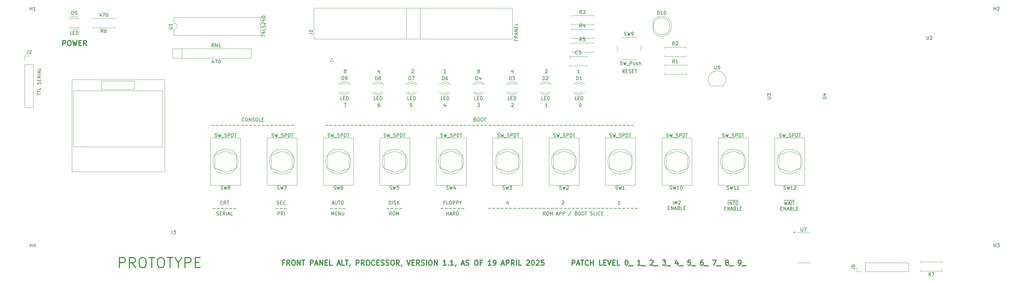
<source format=gbr>
%TF.GenerationSoftware,KiCad,Pcbnew,8.0.6*%
%TF.CreationDate,2025-04-19T20:02:08-05:00*%
%TF.ProjectId,front-panel.processor,66726f6e-742d-4706-916e-656c2e70726f,rev?*%
%TF.SameCoordinates,Original*%
%TF.FileFunction,Legend,Top*%
%TF.FilePolarity,Positive*%
%FSLAX46Y46*%
G04 Gerber Fmt 4.6, Leading zero omitted, Abs format (unit mm)*
G04 Created by KiCad (PCBNEW 8.0.6) date 2025-04-19 20:02:08*
%MOMM*%
%LPD*%
G01*
G04 APERTURE LIST*
%ADD10C,0.300000*%
%ADD11C,0.150000*%
%ADD12C,0.120000*%
G04 APERTURE END LIST*
D10*
X114392858Y-225892614D02*
X113892858Y-225892614D01*
X113892858Y-226678328D02*
X113892858Y-225178328D01*
X113892858Y-225178328D02*
X114607144Y-225178328D01*
X116035715Y-226678328D02*
X115535715Y-225964042D01*
X115178572Y-226678328D02*
X115178572Y-225178328D01*
X115178572Y-225178328D02*
X115750001Y-225178328D01*
X115750001Y-225178328D02*
X115892858Y-225249757D01*
X115892858Y-225249757D02*
X115964287Y-225321185D01*
X115964287Y-225321185D02*
X116035715Y-225464042D01*
X116035715Y-225464042D02*
X116035715Y-225678328D01*
X116035715Y-225678328D02*
X115964287Y-225821185D01*
X115964287Y-225821185D02*
X115892858Y-225892614D01*
X115892858Y-225892614D02*
X115750001Y-225964042D01*
X115750001Y-225964042D02*
X115178572Y-225964042D01*
X116964287Y-225178328D02*
X117250001Y-225178328D01*
X117250001Y-225178328D02*
X117392858Y-225249757D01*
X117392858Y-225249757D02*
X117535715Y-225392614D01*
X117535715Y-225392614D02*
X117607144Y-225678328D01*
X117607144Y-225678328D02*
X117607144Y-226178328D01*
X117607144Y-226178328D02*
X117535715Y-226464042D01*
X117535715Y-226464042D02*
X117392858Y-226606900D01*
X117392858Y-226606900D02*
X117250001Y-226678328D01*
X117250001Y-226678328D02*
X116964287Y-226678328D01*
X116964287Y-226678328D02*
X116821430Y-226606900D01*
X116821430Y-226606900D02*
X116678572Y-226464042D01*
X116678572Y-226464042D02*
X116607144Y-226178328D01*
X116607144Y-226178328D02*
X116607144Y-225678328D01*
X116607144Y-225678328D02*
X116678572Y-225392614D01*
X116678572Y-225392614D02*
X116821430Y-225249757D01*
X116821430Y-225249757D02*
X116964287Y-225178328D01*
X118250001Y-226678328D02*
X118250001Y-225178328D01*
X118250001Y-225178328D02*
X119107144Y-226678328D01*
X119107144Y-226678328D02*
X119107144Y-225178328D01*
X119607145Y-225178328D02*
X120464288Y-225178328D01*
X120035716Y-226678328D02*
X120035716Y-225178328D01*
X122107144Y-226678328D02*
X122107144Y-225178328D01*
X122107144Y-225178328D02*
X122678573Y-225178328D01*
X122678573Y-225178328D02*
X122821430Y-225249757D01*
X122821430Y-225249757D02*
X122892859Y-225321185D01*
X122892859Y-225321185D02*
X122964287Y-225464042D01*
X122964287Y-225464042D02*
X122964287Y-225678328D01*
X122964287Y-225678328D02*
X122892859Y-225821185D01*
X122892859Y-225821185D02*
X122821430Y-225892614D01*
X122821430Y-225892614D02*
X122678573Y-225964042D01*
X122678573Y-225964042D02*
X122107144Y-225964042D01*
X123535716Y-226249757D02*
X124250002Y-226249757D01*
X123392859Y-226678328D02*
X123892859Y-225178328D01*
X123892859Y-225178328D02*
X124392859Y-226678328D01*
X124892858Y-226678328D02*
X124892858Y-225178328D01*
X124892858Y-225178328D02*
X125750001Y-226678328D01*
X125750001Y-226678328D02*
X125750001Y-225178328D01*
X126464287Y-225892614D02*
X126964287Y-225892614D01*
X127178573Y-226678328D02*
X126464287Y-226678328D01*
X126464287Y-226678328D02*
X126464287Y-225178328D01*
X126464287Y-225178328D02*
X127178573Y-225178328D01*
X128535716Y-226678328D02*
X127821430Y-226678328D01*
X127821430Y-226678328D02*
X127821430Y-225178328D01*
X130107145Y-226249757D02*
X130821431Y-226249757D01*
X129964288Y-226678328D02*
X130464288Y-225178328D01*
X130464288Y-225178328D02*
X130964288Y-226678328D01*
X132178573Y-226678328D02*
X131464287Y-226678328D01*
X131464287Y-226678328D02*
X131464287Y-225178328D01*
X132464288Y-225178328D02*
X133321431Y-225178328D01*
X132892859Y-226678328D02*
X132892859Y-225178328D01*
X133892859Y-226606900D02*
X133892859Y-226678328D01*
X133892859Y-226678328D02*
X133821430Y-226821185D01*
X133821430Y-226821185D02*
X133750002Y-226892614D01*
X135678573Y-226678328D02*
X135678573Y-225178328D01*
X135678573Y-225178328D02*
X136250002Y-225178328D01*
X136250002Y-225178328D02*
X136392859Y-225249757D01*
X136392859Y-225249757D02*
X136464288Y-225321185D01*
X136464288Y-225321185D02*
X136535716Y-225464042D01*
X136535716Y-225464042D02*
X136535716Y-225678328D01*
X136535716Y-225678328D02*
X136464288Y-225821185D01*
X136464288Y-225821185D02*
X136392859Y-225892614D01*
X136392859Y-225892614D02*
X136250002Y-225964042D01*
X136250002Y-225964042D02*
X135678573Y-225964042D01*
X138035716Y-226678328D02*
X137535716Y-225964042D01*
X137178573Y-226678328D02*
X137178573Y-225178328D01*
X137178573Y-225178328D02*
X137750002Y-225178328D01*
X137750002Y-225178328D02*
X137892859Y-225249757D01*
X137892859Y-225249757D02*
X137964288Y-225321185D01*
X137964288Y-225321185D02*
X138035716Y-225464042D01*
X138035716Y-225464042D02*
X138035716Y-225678328D01*
X138035716Y-225678328D02*
X137964288Y-225821185D01*
X137964288Y-225821185D02*
X137892859Y-225892614D01*
X137892859Y-225892614D02*
X137750002Y-225964042D01*
X137750002Y-225964042D02*
X137178573Y-225964042D01*
X138964288Y-225178328D02*
X139250002Y-225178328D01*
X139250002Y-225178328D02*
X139392859Y-225249757D01*
X139392859Y-225249757D02*
X139535716Y-225392614D01*
X139535716Y-225392614D02*
X139607145Y-225678328D01*
X139607145Y-225678328D02*
X139607145Y-226178328D01*
X139607145Y-226178328D02*
X139535716Y-226464042D01*
X139535716Y-226464042D02*
X139392859Y-226606900D01*
X139392859Y-226606900D02*
X139250002Y-226678328D01*
X139250002Y-226678328D02*
X138964288Y-226678328D01*
X138964288Y-226678328D02*
X138821431Y-226606900D01*
X138821431Y-226606900D02*
X138678573Y-226464042D01*
X138678573Y-226464042D02*
X138607145Y-226178328D01*
X138607145Y-226178328D02*
X138607145Y-225678328D01*
X138607145Y-225678328D02*
X138678573Y-225392614D01*
X138678573Y-225392614D02*
X138821431Y-225249757D01*
X138821431Y-225249757D02*
X138964288Y-225178328D01*
X141107145Y-226535471D02*
X141035717Y-226606900D01*
X141035717Y-226606900D02*
X140821431Y-226678328D01*
X140821431Y-226678328D02*
X140678574Y-226678328D01*
X140678574Y-226678328D02*
X140464288Y-226606900D01*
X140464288Y-226606900D02*
X140321431Y-226464042D01*
X140321431Y-226464042D02*
X140250002Y-226321185D01*
X140250002Y-226321185D02*
X140178574Y-226035471D01*
X140178574Y-226035471D02*
X140178574Y-225821185D01*
X140178574Y-225821185D02*
X140250002Y-225535471D01*
X140250002Y-225535471D02*
X140321431Y-225392614D01*
X140321431Y-225392614D02*
X140464288Y-225249757D01*
X140464288Y-225249757D02*
X140678574Y-225178328D01*
X140678574Y-225178328D02*
X140821431Y-225178328D01*
X140821431Y-225178328D02*
X141035717Y-225249757D01*
X141035717Y-225249757D02*
X141107145Y-225321185D01*
X141750002Y-225892614D02*
X142250002Y-225892614D01*
X142464288Y-226678328D02*
X141750002Y-226678328D01*
X141750002Y-226678328D02*
X141750002Y-225178328D01*
X141750002Y-225178328D02*
X142464288Y-225178328D01*
X143035717Y-226606900D02*
X143250003Y-226678328D01*
X143250003Y-226678328D02*
X143607145Y-226678328D01*
X143607145Y-226678328D02*
X143750003Y-226606900D01*
X143750003Y-226606900D02*
X143821431Y-226535471D01*
X143821431Y-226535471D02*
X143892860Y-226392614D01*
X143892860Y-226392614D02*
X143892860Y-226249757D01*
X143892860Y-226249757D02*
X143821431Y-226106900D01*
X143821431Y-226106900D02*
X143750003Y-226035471D01*
X143750003Y-226035471D02*
X143607145Y-225964042D01*
X143607145Y-225964042D02*
X143321431Y-225892614D01*
X143321431Y-225892614D02*
X143178574Y-225821185D01*
X143178574Y-225821185D02*
X143107145Y-225749757D01*
X143107145Y-225749757D02*
X143035717Y-225606900D01*
X143035717Y-225606900D02*
X143035717Y-225464042D01*
X143035717Y-225464042D02*
X143107145Y-225321185D01*
X143107145Y-225321185D02*
X143178574Y-225249757D01*
X143178574Y-225249757D02*
X143321431Y-225178328D01*
X143321431Y-225178328D02*
X143678574Y-225178328D01*
X143678574Y-225178328D02*
X143892860Y-225249757D01*
X144464288Y-226606900D02*
X144678574Y-226678328D01*
X144678574Y-226678328D02*
X145035716Y-226678328D01*
X145035716Y-226678328D02*
X145178574Y-226606900D01*
X145178574Y-226606900D02*
X145250002Y-226535471D01*
X145250002Y-226535471D02*
X145321431Y-226392614D01*
X145321431Y-226392614D02*
X145321431Y-226249757D01*
X145321431Y-226249757D02*
X145250002Y-226106900D01*
X145250002Y-226106900D02*
X145178574Y-226035471D01*
X145178574Y-226035471D02*
X145035716Y-225964042D01*
X145035716Y-225964042D02*
X144750002Y-225892614D01*
X144750002Y-225892614D02*
X144607145Y-225821185D01*
X144607145Y-225821185D02*
X144535716Y-225749757D01*
X144535716Y-225749757D02*
X144464288Y-225606900D01*
X144464288Y-225606900D02*
X144464288Y-225464042D01*
X144464288Y-225464042D02*
X144535716Y-225321185D01*
X144535716Y-225321185D02*
X144607145Y-225249757D01*
X144607145Y-225249757D02*
X144750002Y-225178328D01*
X144750002Y-225178328D02*
X145107145Y-225178328D01*
X145107145Y-225178328D02*
X145321431Y-225249757D01*
X146250002Y-225178328D02*
X146535716Y-225178328D01*
X146535716Y-225178328D02*
X146678573Y-225249757D01*
X146678573Y-225249757D02*
X146821430Y-225392614D01*
X146821430Y-225392614D02*
X146892859Y-225678328D01*
X146892859Y-225678328D02*
X146892859Y-226178328D01*
X146892859Y-226178328D02*
X146821430Y-226464042D01*
X146821430Y-226464042D02*
X146678573Y-226606900D01*
X146678573Y-226606900D02*
X146535716Y-226678328D01*
X146535716Y-226678328D02*
X146250002Y-226678328D01*
X146250002Y-226678328D02*
X146107145Y-226606900D01*
X146107145Y-226606900D02*
X145964287Y-226464042D01*
X145964287Y-226464042D02*
X145892859Y-226178328D01*
X145892859Y-226178328D02*
X145892859Y-225678328D01*
X145892859Y-225678328D02*
X145964287Y-225392614D01*
X145964287Y-225392614D02*
X146107145Y-225249757D01*
X146107145Y-225249757D02*
X146250002Y-225178328D01*
X148392859Y-226678328D02*
X147892859Y-225964042D01*
X147535716Y-226678328D02*
X147535716Y-225178328D01*
X147535716Y-225178328D02*
X148107145Y-225178328D01*
X148107145Y-225178328D02*
X148250002Y-225249757D01*
X148250002Y-225249757D02*
X148321431Y-225321185D01*
X148321431Y-225321185D02*
X148392859Y-225464042D01*
X148392859Y-225464042D02*
X148392859Y-225678328D01*
X148392859Y-225678328D02*
X148321431Y-225821185D01*
X148321431Y-225821185D02*
X148250002Y-225892614D01*
X148250002Y-225892614D02*
X148107145Y-225964042D01*
X148107145Y-225964042D02*
X147535716Y-225964042D01*
X149107145Y-226606900D02*
X149107145Y-226678328D01*
X149107145Y-226678328D02*
X149035716Y-226821185D01*
X149035716Y-226821185D02*
X148964288Y-226892614D01*
X150678574Y-225178328D02*
X151178574Y-226678328D01*
X151178574Y-226678328D02*
X151678574Y-225178328D01*
X152178573Y-225892614D02*
X152678573Y-225892614D01*
X152892859Y-226678328D02*
X152178573Y-226678328D01*
X152178573Y-226678328D02*
X152178573Y-225178328D01*
X152178573Y-225178328D02*
X152892859Y-225178328D01*
X154392859Y-226678328D02*
X153892859Y-225964042D01*
X153535716Y-226678328D02*
X153535716Y-225178328D01*
X153535716Y-225178328D02*
X154107145Y-225178328D01*
X154107145Y-225178328D02*
X154250002Y-225249757D01*
X154250002Y-225249757D02*
X154321431Y-225321185D01*
X154321431Y-225321185D02*
X154392859Y-225464042D01*
X154392859Y-225464042D02*
X154392859Y-225678328D01*
X154392859Y-225678328D02*
X154321431Y-225821185D01*
X154321431Y-225821185D02*
X154250002Y-225892614D01*
X154250002Y-225892614D02*
X154107145Y-225964042D01*
X154107145Y-225964042D02*
X153535716Y-225964042D01*
X154964288Y-226606900D02*
X155178574Y-226678328D01*
X155178574Y-226678328D02*
X155535716Y-226678328D01*
X155535716Y-226678328D02*
X155678574Y-226606900D01*
X155678574Y-226606900D02*
X155750002Y-226535471D01*
X155750002Y-226535471D02*
X155821431Y-226392614D01*
X155821431Y-226392614D02*
X155821431Y-226249757D01*
X155821431Y-226249757D02*
X155750002Y-226106900D01*
X155750002Y-226106900D02*
X155678574Y-226035471D01*
X155678574Y-226035471D02*
X155535716Y-225964042D01*
X155535716Y-225964042D02*
X155250002Y-225892614D01*
X155250002Y-225892614D02*
X155107145Y-225821185D01*
X155107145Y-225821185D02*
X155035716Y-225749757D01*
X155035716Y-225749757D02*
X154964288Y-225606900D01*
X154964288Y-225606900D02*
X154964288Y-225464042D01*
X154964288Y-225464042D02*
X155035716Y-225321185D01*
X155035716Y-225321185D02*
X155107145Y-225249757D01*
X155107145Y-225249757D02*
X155250002Y-225178328D01*
X155250002Y-225178328D02*
X155607145Y-225178328D01*
X155607145Y-225178328D02*
X155821431Y-225249757D01*
X156464287Y-226678328D02*
X156464287Y-225178328D01*
X157464288Y-225178328D02*
X157750002Y-225178328D01*
X157750002Y-225178328D02*
X157892859Y-225249757D01*
X157892859Y-225249757D02*
X158035716Y-225392614D01*
X158035716Y-225392614D02*
X158107145Y-225678328D01*
X158107145Y-225678328D02*
X158107145Y-226178328D01*
X158107145Y-226178328D02*
X158035716Y-226464042D01*
X158035716Y-226464042D02*
X157892859Y-226606900D01*
X157892859Y-226606900D02*
X157750002Y-226678328D01*
X157750002Y-226678328D02*
X157464288Y-226678328D01*
X157464288Y-226678328D02*
X157321431Y-226606900D01*
X157321431Y-226606900D02*
X157178573Y-226464042D01*
X157178573Y-226464042D02*
X157107145Y-226178328D01*
X157107145Y-226178328D02*
X157107145Y-225678328D01*
X157107145Y-225678328D02*
X157178573Y-225392614D01*
X157178573Y-225392614D02*
X157321431Y-225249757D01*
X157321431Y-225249757D02*
X157464288Y-225178328D01*
X158750002Y-226678328D02*
X158750002Y-225178328D01*
X158750002Y-225178328D02*
X159607145Y-226678328D01*
X159607145Y-226678328D02*
X159607145Y-225178328D01*
X162250003Y-226678328D02*
X161392860Y-226678328D01*
X161821431Y-226678328D02*
X161821431Y-225178328D01*
X161821431Y-225178328D02*
X161678574Y-225392614D01*
X161678574Y-225392614D02*
X161535717Y-225535471D01*
X161535717Y-225535471D02*
X161392860Y-225606900D01*
X162892859Y-226535471D02*
X162964288Y-226606900D01*
X162964288Y-226606900D02*
X162892859Y-226678328D01*
X162892859Y-226678328D02*
X162821431Y-226606900D01*
X162821431Y-226606900D02*
X162892859Y-226535471D01*
X162892859Y-226535471D02*
X162892859Y-226678328D01*
X164392860Y-226678328D02*
X163535717Y-226678328D01*
X163964288Y-226678328D02*
X163964288Y-225178328D01*
X163964288Y-225178328D02*
X163821431Y-225392614D01*
X163821431Y-225392614D02*
X163678574Y-225535471D01*
X163678574Y-225535471D02*
X163535717Y-225606900D01*
X165107145Y-226606900D02*
X165107145Y-226678328D01*
X165107145Y-226678328D02*
X165035716Y-226821185D01*
X165035716Y-226821185D02*
X164964288Y-226892614D01*
X166821431Y-226249757D02*
X167535717Y-226249757D01*
X166678574Y-226678328D02*
X167178574Y-225178328D01*
X167178574Y-225178328D02*
X167678574Y-226678328D01*
X168107145Y-226606900D02*
X168321431Y-226678328D01*
X168321431Y-226678328D02*
X168678573Y-226678328D01*
X168678573Y-226678328D02*
X168821431Y-226606900D01*
X168821431Y-226606900D02*
X168892859Y-226535471D01*
X168892859Y-226535471D02*
X168964288Y-226392614D01*
X168964288Y-226392614D02*
X168964288Y-226249757D01*
X168964288Y-226249757D02*
X168892859Y-226106900D01*
X168892859Y-226106900D02*
X168821431Y-226035471D01*
X168821431Y-226035471D02*
X168678573Y-225964042D01*
X168678573Y-225964042D02*
X168392859Y-225892614D01*
X168392859Y-225892614D02*
X168250002Y-225821185D01*
X168250002Y-225821185D02*
X168178573Y-225749757D01*
X168178573Y-225749757D02*
X168107145Y-225606900D01*
X168107145Y-225606900D02*
X168107145Y-225464042D01*
X168107145Y-225464042D02*
X168178573Y-225321185D01*
X168178573Y-225321185D02*
X168250002Y-225249757D01*
X168250002Y-225249757D02*
X168392859Y-225178328D01*
X168392859Y-225178328D02*
X168750002Y-225178328D01*
X168750002Y-225178328D02*
X168964288Y-225249757D01*
X171035716Y-225178328D02*
X171321430Y-225178328D01*
X171321430Y-225178328D02*
X171464287Y-225249757D01*
X171464287Y-225249757D02*
X171607144Y-225392614D01*
X171607144Y-225392614D02*
X171678573Y-225678328D01*
X171678573Y-225678328D02*
X171678573Y-226178328D01*
X171678573Y-226178328D02*
X171607144Y-226464042D01*
X171607144Y-226464042D02*
X171464287Y-226606900D01*
X171464287Y-226606900D02*
X171321430Y-226678328D01*
X171321430Y-226678328D02*
X171035716Y-226678328D01*
X171035716Y-226678328D02*
X170892859Y-226606900D01*
X170892859Y-226606900D02*
X170750001Y-226464042D01*
X170750001Y-226464042D02*
X170678573Y-226178328D01*
X170678573Y-226178328D02*
X170678573Y-225678328D01*
X170678573Y-225678328D02*
X170750001Y-225392614D01*
X170750001Y-225392614D02*
X170892859Y-225249757D01*
X170892859Y-225249757D02*
X171035716Y-225178328D01*
X172821430Y-225892614D02*
X172321430Y-225892614D01*
X172321430Y-226678328D02*
X172321430Y-225178328D01*
X172321430Y-225178328D02*
X173035716Y-225178328D01*
X175535716Y-226678328D02*
X174678573Y-226678328D01*
X175107144Y-226678328D02*
X175107144Y-225178328D01*
X175107144Y-225178328D02*
X174964287Y-225392614D01*
X174964287Y-225392614D02*
X174821430Y-225535471D01*
X174821430Y-225535471D02*
X174678573Y-225606900D01*
X176250001Y-226678328D02*
X176535715Y-226678328D01*
X176535715Y-226678328D02*
X176678572Y-226606900D01*
X176678572Y-226606900D02*
X176750001Y-226535471D01*
X176750001Y-226535471D02*
X176892858Y-226321185D01*
X176892858Y-226321185D02*
X176964287Y-226035471D01*
X176964287Y-226035471D02*
X176964287Y-225464042D01*
X176964287Y-225464042D02*
X176892858Y-225321185D01*
X176892858Y-225321185D02*
X176821430Y-225249757D01*
X176821430Y-225249757D02*
X176678572Y-225178328D01*
X176678572Y-225178328D02*
X176392858Y-225178328D01*
X176392858Y-225178328D02*
X176250001Y-225249757D01*
X176250001Y-225249757D02*
X176178572Y-225321185D01*
X176178572Y-225321185D02*
X176107144Y-225464042D01*
X176107144Y-225464042D02*
X176107144Y-225821185D01*
X176107144Y-225821185D02*
X176178572Y-225964042D01*
X176178572Y-225964042D02*
X176250001Y-226035471D01*
X176250001Y-226035471D02*
X176392858Y-226106900D01*
X176392858Y-226106900D02*
X176678572Y-226106900D01*
X176678572Y-226106900D02*
X176821430Y-226035471D01*
X176821430Y-226035471D02*
X176892858Y-225964042D01*
X176892858Y-225964042D02*
X176964287Y-225821185D01*
X178678572Y-226249757D02*
X179392858Y-226249757D01*
X178535715Y-226678328D02*
X179035715Y-225178328D01*
X179035715Y-225178328D02*
X179535715Y-226678328D01*
X180035714Y-226678328D02*
X180035714Y-225178328D01*
X180035714Y-225178328D02*
X180607143Y-225178328D01*
X180607143Y-225178328D02*
X180750000Y-225249757D01*
X180750000Y-225249757D02*
X180821429Y-225321185D01*
X180821429Y-225321185D02*
X180892857Y-225464042D01*
X180892857Y-225464042D02*
X180892857Y-225678328D01*
X180892857Y-225678328D02*
X180821429Y-225821185D01*
X180821429Y-225821185D02*
X180750000Y-225892614D01*
X180750000Y-225892614D02*
X180607143Y-225964042D01*
X180607143Y-225964042D02*
X180035714Y-225964042D01*
X182392857Y-226678328D02*
X181892857Y-225964042D01*
X181535714Y-226678328D02*
X181535714Y-225178328D01*
X181535714Y-225178328D02*
X182107143Y-225178328D01*
X182107143Y-225178328D02*
X182250000Y-225249757D01*
X182250000Y-225249757D02*
X182321429Y-225321185D01*
X182321429Y-225321185D02*
X182392857Y-225464042D01*
X182392857Y-225464042D02*
X182392857Y-225678328D01*
X182392857Y-225678328D02*
X182321429Y-225821185D01*
X182321429Y-225821185D02*
X182250000Y-225892614D01*
X182250000Y-225892614D02*
X182107143Y-225964042D01*
X182107143Y-225964042D02*
X181535714Y-225964042D01*
X183035714Y-226678328D02*
X183035714Y-225178328D01*
X184464286Y-226678328D02*
X183750000Y-226678328D01*
X183750000Y-226678328D02*
X183750000Y-225178328D01*
X186035715Y-225321185D02*
X186107143Y-225249757D01*
X186107143Y-225249757D02*
X186250001Y-225178328D01*
X186250001Y-225178328D02*
X186607143Y-225178328D01*
X186607143Y-225178328D02*
X186750001Y-225249757D01*
X186750001Y-225249757D02*
X186821429Y-225321185D01*
X186821429Y-225321185D02*
X186892858Y-225464042D01*
X186892858Y-225464042D02*
X186892858Y-225606900D01*
X186892858Y-225606900D02*
X186821429Y-225821185D01*
X186821429Y-225821185D02*
X185964286Y-226678328D01*
X185964286Y-226678328D02*
X186892858Y-226678328D01*
X187821429Y-225178328D02*
X187964286Y-225178328D01*
X187964286Y-225178328D02*
X188107143Y-225249757D01*
X188107143Y-225249757D02*
X188178572Y-225321185D01*
X188178572Y-225321185D02*
X188250000Y-225464042D01*
X188250000Y-225464042D02*
X188321429Y-225749757D01*
X188321429Y-225749757D02*
X188321429Y-226106900D01*
X188321429Y-226106900D02*
X188250000Y-226392614D01*
X188250000Y-226392614D02*
X188178572Y-226535471D01*
X188178572Y-226535471D02*
X188107143Y-226606900D01*
X188107143Y-226606900D02*
X187964286Y-226678328D01*
X187964286Y-226678328D02*
X187821429Y-226678328D01*
X187821429Y-226678328D02*
X187678572Y-226606900D01*
X187678572Y-226606900D02*
X187607143Y-226535471D01*
X187607143Y-226535471D02*
X187535714Y-226392614D01*
X187535714Y-226392614D02*
X187464286Y-226106900D01*
X187464286Y-226106900D02*
X187464286Y-225749757D01*
X187464286Y-225749757D02*
X187535714Y-225464042D01*
X187535714Y-225464042D02*
X187607143Y-225321185D01*
X187607143Y-225321185D02*
X187678572Y-225249757D01*
X187678572Y-225249757D02*
X187821429Y-225178328D01*
X188892857Y-225321185D02*
X188964285Y-225249757D01*
X188964285Y-225249757D02*
X189107143Y-225178328D01*
X189107143Y-225178328D02*
X189464285Y-225178328D01*
X189464285Y-225178328D02*
X189607143Y-225249757D01*
X189607143Y-225249757D02*
X189678571Y-225321185D01*
X189678571Y-225321185D02*
X189750000Y-225464042D01*
X189750000Y-225464042D02*
X189750000Y-225606900D01*
X189750000Y-225606900D02*
X189678571Y-225821185D01*
X189678571Y-225821185D02*
X188821428Y-226678328D01*
X188821428Y-226678328D02*
X189750000Y-226678328D01*
X191107142Y-225178328D02*
X190392856Y-225178328D01*
X190392856Y-225178328D02*
X190321428Y-225892614D01*
X190321428Y-225892614D02*
X190392856Y-225821185D01*
X190392856Y-225821185D02*
X190535714Y-225749757D01*
X190535714Y-225749757D02*
X190892856Y-225749757D01*
X190892856Y-225749757D02*
X191035714Y-225821185D01*
X191035714Y-225821185D02*
X191107142Y-225892614D01*
X191107142Y-225892614D02*
X191178571Y-226035471D01*
X191178571Y-226035471D02*
X191178571Y-226392614D01*
X191178571Y-226392614D02*
X191107142Y-226535471D01*
X191107142Y-226535471D02*
X191035714Y-226606900D01*
X191035714Y-226606900D02*
X190892856Y-226678328D01*
X190892856Y-226678328D02*
X190535714Y-226678328D01*
X190535714Y-226678328D02*
X190392856Y-226606900D01*
X190392856Y-226606900D02*
X190321428Y-226535471D01*
D11*
X245685048Y-208772708D02*
X245685048Y-207772708D01*
X246161238Y-208772708D02*
X246161238Y-207772708D01*
X246161238Y-207772708D02*
X246732666Y-208772708D01*
X246732666Y-208772708D02*
X246732666Y-207772708D01*
X247066000Y-207772708D02*
X247637428Y-207772708D01*
X247351714Y-208772708D02*
X247351714Y-207772708D01*
X248161238Y-207772708D02*
X248256476Y-207772708D01*
X248256476Y-207772708D02*
X248351714Y-207820327D01*
X248351714Y-207820327D02*
X248399333Y-207867946D01*
X248399333Y-207867946D02*
X248446952Y-207963184D01*
X248446952Y-207963184D02*
X248494571Y-208153660D01*
X248494571Y-208153660D02*
X248494571Y-208391755D01*
X248494571Y-208391755D02*
X248446952Y-208582231D01*
X248446952Y-208582231D02*
X248399333Y-208677469D01*
X248399333Y-208677469D02*
X248351714Y-208725089D01*
X248351714Y-208725089D02*
X248256476Y-208772708D01*
X248256476Y-208772708D02*
X248161238Y-208772708D01*
X248161238Y-208772708D02*
X248066000Y-208725089D01*
X248066000Y-208725089D02*
X248018381Y-208677469D01*
X248018381Y-208677469D02*
X247970762Y-208582231D01*
X247970762Y-208582231D02*
X247923143Y-208391755D01*
X247923143Y-208391755D02*
X247923143Y-208153660D01*
X247923143Y-208153660D02*
X247970762Y-207963184D01*
X247970762Y-207963184D02*
X248018381Y-207867946D01*
X248018381Y-207867946D02*
X248066000Y-207820327D01*
X248066000Y-207820327D02*
X248161238Y-207772708D01*
X245546953Y-207495089D02*
X248585048Y-207495089D01*
X244542190Y-209858842D02*
X244875523Y-209858842D01*
X245018380Y-210382652D02*
X244542190Y-210382652D01*
X244542190Y-210382652D02*
X244542190Y-209382652D01*
X244542190Y-209382652D02*
X245018380Y-209382652D01*
X245446952Y-210382652D02*
X245446952Y-209382652D01*
X245446952Y-209382652D02*
X246018380Y-210382652D01*
X246018380Y-210382652D02*
X246018380Y-209382652D01*
X246446952Y-210096937D02*
X246923142Y-210096937D01*
X246351714Y-210382652D02*
X246685047Y-209382652D01*
X246685047Y-209382652D02*
X247018380Y-210382652D01*
X247685047Y-209858842D02*
X247827904Y-209906461D01*
X247827904Y-209906461D02*
X247875523Y-209954080D01*
X247875523Y-209954080D02*
X247923142Y-210049318D01*
X247923142Y-210049318D02*
X247923142Y-210192175D01*
X247923142Y-210192175D02*
X247875523Y-210287413D01*
X247875523Y-210287413D02*
X247827904Y-210335033D01*
X247827904Y-210335033D02*
X247732666Y-210382652D01*
X247732666Y-210382652D02*
X247351714Y-210382652D01*
X247351714Y-210382652D02*
X247351714Y-209382652D01*
X247351714Y-209382652D02*
X247685047Y-209382652D01*
X247685047Y-209382652D02*
X247780285Y-209430271D01*
X247780285Y-209430271D02*
X247827904Y-209477890D01*
X247827904Y-209477890D02*
X247875523Y-209573128D01*
X247875523Y-209573128D02*
X247875523Y-209668366D01*
X247875523Y-209668366D02*
X247827904Y-209763604D01*
X247827904Y-209763604D02*
X247780285Y-209811223D01*
X247780285Y-209811223D02*
X247685047Y-209858842D01*
X247685047Y-209858842D02*
X247351714Y-209858842D01*
X248827904Y-210382652D02*
X248351714Y-210382652D01*
X248351714Y-210382652D02*
X248351714Y-209382652D01*
X249161238Y-209858842D02*
X249494571Y-209858842D01*
X249637428Y-210382652D02*
X249161238Y-210382652D01*
X249161238Y-210382652D02*
X249161238Y-209382652D01*
X249161238Y-209382652D02*
X249637428Y-209382652D01*
D10*
X48902200Y-161678328D02*
X48902200Y-160178328D01*
X48902200Y-160178328D02*
X49473629Y-160178328D01*
X49473629Y-160178328D02*
X49616486Y-160249757D01*
X49616486Y-160249757D02*
X49687915Y-160321185D01*
X49687915Y-160321185D02*
X49759343Y-160464042D01*
X49759343Y-160464042D02*
X49759343Y-160678328D01*
X49759343Y-160678328D02*
X49687915Y-160821185D01*
X49687915Y-160821185D02*
X49616486Y-160892614D01*
X49616486Y-160892614D02*
X49473629Y-160964042D01*
X49473629Y-160964042D02*
X48902200Y-160964042D01*
X50687915Y-160178328D02*
X50973629Y-160178328D01*
X50973629Y-160178328D02*
X51116486Y-160249757D01*
X51116486Y-160249757D02*
X51259343Y-160392614D01*
X51259343Y-160392614D02*
X51330772Y-160678328D01*
X51330772Y-160678328D02*
X51330772Y-161178328D01*
X51330772Y-161178328D02*
X51259343Y-161464042D01*
X51259343Y-161464042D02*
X51116486Y-161606900D01*
X51116486Y-161606900D02*
X50973629Y-161678328D01*
X50973629Y-161678328D02*
X50687915Y-161678328D01*
X50687915Y-161678328D02*
X50545058Y-161606900D01*
X50545058Y-161606900D02*
X50402200Y-161464042D01*
X50402200Y-161464042D02*
X50330772Y-161178328D01*
X50330772Y-161178328D02*
X50330772Y-160678328D01*
X50330772Y-160678328D02*
X50402200Y-160392614D01*
X50402200Y-160392614D02*
X50545058Y-160249757D01*
X50545058Y-160249757D02*
X50687915Y-160178328D01*
X51830772Y-160178328D02*
X52187915Y-161678328D01*
X52187915Y-161678328D02*
X52473629Y-160606900D01*
X52473629Y-160606900D02*
X52759344Y-161678328D01*
X52759344Y-161678328D02*
X53116487Y-160178328D01*
X53687915Y-160892614D02*
X54187915Y-160892614D01*
X54402201Y-161678328D02*
X53687915Y-161678328D01*
X53687915Y-161678328D02*
X53687915Y-160178328D01*
X53687915Y-160178328D02*
X54402201Y-160178328D01*
X55902201Y-161678328D02*
X55402201Y-160964042D01*
X55045058Y-161678328D02*
X55045058Y-160178328D01*
X55045058Y-160178328D02*
X55616487Y-160178328D01*
X55616487Y-160178328D02*
X55759344Y-160249757D01*
X55759344Y-160249757D02*
X55830773Y-160321185D01*
X55830773Y-160321185D02*
X55902201Y-160464042D01*
X55902201Y-160464042D02*
X55902201Y-160678328D01*
X55902201Y-160678328D02*
X55830773Y-160821185D01*
X55830773Y-160821185D02*
X55759344Y-160892614D01*
X55759344Y-160892614D02*
X55616487Y-160964042D01*
X55616487Y-160964042D02*
X55045058Y-160964042D01*
D11*
X180581476Y-207985208D02*
X180581476Y-208651875D01*
X180343381Y-207604256D02*
X180105286Y-208318541D01*
X180105286Y-208318541D02*
X180724333Y-208318541D01*
X132282762Y-169210390D02*
X132187524Y-169162771D01*
X132187524Y-169162771D02*
X132139905Y-169115152D01*
X132139905Y-169115152D02*
X132092286Y-169019914D01*
X132092286Y-169019914D02*
X132092286Y-168972295D01*
X132092286Y-168972295D02*
X132139905Y-168877057D01*
X132139905Y-168877057D02*
X132187524Y-168829438D01*
X132187524Y-168829438D02*
X132282762Y-168781819D01*
X132282762Y-168781819D02*
X132473238Y-168781819D01*
X132473238Y-168781819D02*
X132568476Y-168829438D01*
X132568476Y-168829438D02*
X132616095Y-168877057D01*
X132616095Y-168877057D02*
X132663714Y-168972295D01*
X132663714Y-168972295D02*
X132663714Y-169019914D01*
X132663714Y-169019914D02*
X132616095Y-169115152D01*
X132616095Y-169115152D02*
X132568476Y-169162771D01*
X132568476Y-169162771D02*
X132473238Y-169210390D01*
X132473238Y-169210390D02*
X132282762Y-169210390D01*
X132282762Y-169210390D02*
X132187524Y-169258009D01*
X132187524Y-169258009D02*
X132139905Y-169305628D01*
X132139905Y-169305628D02*
X132092286Y-169400866D01*
X132092286Y-169400866D02*
X132092286Y-169591342D01*
X132092286Y-169591342D02*
X132139905Y-169686580D01*
X132139905Y-169686580D02*
X132187524Y-169734200D01*
X132187524Y-169734200D02*
X132282762Y-169781819D01*
X132282762Y-169781819D02*
X132473238Y-169781819D01*
X132473238Y-169781819D02*
X132568476Y-169734200D01*
X132568476Y-169734200D02*
X132616095Y-169686580D01*
X132616095Y-169686580D02*
X132663714Y-169591342D01*
X132663714Y-169591342D02*
X132663714Y-169400866D01*
X132663714Y-169400866D02*
X132616095Y-169305628D01*
X132616095Y-169305628D02*
X132568476Y-169258009D01*
X132568476Y-169258009D02*
X132473238Y-169210390D01*
X162163714Y-169781819D02*
X161592286Y-169781819D01*
X161878000Y-169781819D02*
X161878000Y-168781819D01*
X161878000Y-168781819D02*
X161782762Y-168924676D01*
X161782762Y-168924676D02*
X161687524Y-169019914D01*
X161687524Y-169019914D02*
X161592286Y-169067533D01*
X152092286Y-168877057D02*
X152139905Y-168829438D01*
X152139905Y-168829438D02*
X152235143Y-168781819D01*
X152235143Y-168781819D02*
X152473238Y-168781819D01*
X152473238Y-168781819D02*
X152568476Y-168829438D01*
X152568476Y-168829438D02*
X152616095Y-168877057D01*
X152616095Y-168877057D02*
X152663714Y-168972295D01*
X152663714Y-168972295D02*
X152663714Y-169067533D01*
X152663714Y-169067533D02*
X152616095Y-169210390D01*
X152616095Y-169210390D02*
X152044667Y-169781819D01*
X152044667Y-169781819D02*
X152663714Y-169781819D01*
X181592286Y-178877057D02*
X181639905Y-178829438D01*
X181639905Y-178829438D02*
X181735143Y-178781819D01*
X181735143Y-178781819D02*
X181973238Y-178781819D01*
X181973238Y-178781819D02*
X182068476Y-178829438D01*
X182068476Y-178829438D02*
X182116095Y-178877057D01*
X182116095Y-178877057D02*
X182163714Y-178972295D01*
X182163714Y-178972295D02*
X182163714Y-179067533D01*
X182163714Y-179067533D02*
X182116095Y-179210390D01*
X182116095Y-179210390D02*
X181544667Y-179781819D01*
X181544667Y-179781819D02*
X182163714Y-179781819D01*
X201663714Y-169781819D02*
X201092286Y-169781819D01*
X201378000Y-169781819D02*
X201378000Y-168781819D01*
X201378000Y-168781819D02*
X201282762Y-168924676D01*
X201282762Y-168924676D02*
X201187524Y-169019914D01*
X201187524Y-169019914D02*
X201092286Y-169067533D01*
X191592286Y-168877057D02*
X191639905Y-168829438D01*
X191639905Y-168829438D02*
X191735143Y-168781819D01*
X191735143Y-168781819D02*
X191973238Y-168781819D01*
X191973238Y-168781819D02*
X192068476Y-168829438D01*
X192068476Y-168829438D02*
X192116095Y-168877057D01*
X192116095Y-168877057D02*
X192163714Y-168972295D01*
X192163714Y-168972295D02*
X192163714Y-169067533D01*
X192163714Y-169067533D02*
X192116095Y-169210390D01*
X192116095Y-169210390D02*
X191544667Y-169781819D01*
X191544667Y-169781819D02*
X192163714Y-169781819D01*
X192163714Y-179781819D02*
X191592286Y-179781819D01*
X191878000Y-179781819D02*
X191878000Y-178781819D01*
X191878000Y-178781819D02*
X191782762Y-178924676D01*
X191782762Y-178924676D02*
X191687524Y-179019914D01*
X191687524Y-179019914D02*
X191592286Y-179067533D01*
X112223905Y-208604256D02*
X112366762Y-208651875D01*
X112366762Y-208651875D02*
X112604857Y-208651875D01*
X112604857Y-208651875D02*
X112700095Y-208604256D01*
X112700095Y-208604256D02*
X112747714Y-208556636D01*
X112747714Y-208556636D02*
X112795333Y-208461398D01*
X112795333Y-208461398D02*
X112795333Y-208366160D01*
X112795333Y-208366160D02*
X112747714Y-208270922D01*
X112747714Y-208270922D02*
X112700095Y-208223303D01*
X112700095Y-208223303D02*
X112604857Y-208175684D01*
X112604857Y-208175684D02*
X112414381Y-208128065D01*
X112414381Y-208128065D02*
X112319143Y-208080446D01*
X112319143Y-208080446D02*
X112271524Y-208032827D01*
X112271524Y-208032827D02*
X112223905Y-207937589D01*
X112223905Y-207937589D02*
X112223905Y-207842351D01*
X112223905Y-207842351D02*
X112271524Y-207747113D01*
X112271524Y-207747113D02*
X112319143Y-207699494D01*
X112319143Y-207699494D02*
X112414381Y-207651875D01*
X112414381Y-207651875D02*
X112652476Y-207651875D01*
X112652476Y-207651875D02*
X112795333Y-207699494D01*
X113223905Y-208128065D02*
X113557238Y-208128065D01*
X113700095Y-208651875D02*
X113223905Y-208651875D01*
X113223905Y-208651875D02*
X113223905Y-207651875D01*
X113223905Y-207651875D02*
X113700095Y-207651875D01*
X114700095Y-208556636D02*
X114652476Y-208604256D01*
X114652476Y-208604256D02*
X114509619Y-208651875D01*
X114509619Y-208651875D02*
X114414381Y-208651875D01*
X114414381Y-208651875D02*
X114271524Y-208604256D01*
X114271524Y-208604256D02*
X114176286Y-208509017D01*
X114176286Y-208509017D02*
X114128667Y-208413779D01*
X114128667Y-208413779D02*
X114081048Y-208223303D01*
X114081048Y-208223303D02*
X114081048Y-208080446D01*
X114081048Y-208080446D02*
X114128667Y-207889970D01*
X114128667Y-207889970D02*
X114176286Y-207794732D01*
X114176286Y-207794732D02*
X114271524Y-207699494D01*
X114271524Y-207699494D02*
X114414381Y-207651875D01*
X114414381Y-207651875D02*
X114509619Y-207651875D01*
X114509619Y-207651875D02*
X114652476Y-207699494D01*
X114652476Y-207699494D02*
X114700095Y-207747113D01*
X111842953Y-209880866D02*
X112604858Y-209880866D01*
X113081048Y-209880866D02*
X113842953Y-209880866D01*
X114319143Y-209880866D02*
X115081048Y-209880866D01*
X112462000Y-211871763D02*
X112462000Y-210871763D01*
X112462000Y-210871763D02*
X112842952Y-210871763D01*
X112842952Y-210871763D02*
X112938190Y-210919382D01*
X112938190Y-210919382D02*
X112985809Y-210967001D01*
X112985809Y-210967001D02*
X113033428Y-211062239D01*
X113033428Y-211062239D02*
X113033428Y-211205096D01*
X113033428Y-211205096D02*
X112985809Y-211300334D01*
X112985809Y-211300334D02*
X112938190Y-211347953D01*
X112938190Y-211347953D02*
X112842952Y-211395572D01*
X112842952Y-211395572D02*
X112462000Y-211395572D01*
X114033428Y-211871763D02*
X113700095Y-211395572D01*
X113462000Y-211871763D02*
X113462000Y-210871763D01*
X113462000Y-210871763D02*
X113842952Y-210871763D01*
X113842952Y-210871763D02*
X113938190Y-210919382D01*
X113938190Y-210919382D02*
X113985809Y-210967001D01*
X113985809Y-210967001D02*
X114033428Y-211062239D01*
X114033428Y-211062239D02*
X114033428Y-211205096D01*
X114033428Y-211205096D02*
X113985809Y-211300334D01*
X113985809Y-211300334D02*
X113938190Y-211347953D01*
X113938190Y-211347953D02*
X113842952Y-211395572D01*
X113842952Y-211395572D02*
X113462000Y-211395572D01*
X114462000Y-211871763D02*
X114462000Y-210871763D01*
X145386810Y-208651875D02*
X145386810Y-207651875D01*
X145386810Y-207651875D02*
X145624905Y-207651875D01*
X145624905Y-207651875D02*
X145767762Y-207699494D01*
X145767762Y-207699494D02*
X145863000Y-207794732D01*
X145863000Y-207794732D02*
X145910619Y-207889970D01*
X145910619Y-207889970D02*
X145958238Y-208080446D01*
X145958238Y-208080446D02*
X145958238Y-208223303D01*
X145958238Y-208223303D02*
X145910619Y-208413779D01*
X145910619Y-208413779D02*
X145863000Y-208509017D01*
X145863000Y-208509017D02*
X145767762Y-208604256D01*
X145767762Y-208604256D02*
X145624905Y-208651875D01*
X145624905Y-208651875D02*
X145386810Y-208651875D01*
X146386810Y-208651875D02*
X146386810Y-207651875D01*
X146815381Y-208604256D02*
X146958238Y-208651875D01*
X146958238Y-208651875D02*
X147196333Y-208651875D01*
X147196333Y-208651875D02*
X147291571Y-208604256D01*
X147291571Y-208604256D02*
X147339190Y-208556636D01*
X147339190Y-208556636D02*
X147386809Y-208461398D01*
X147386809Y-208461398D02*
X147386809Y-208366160D01*
X147386809Y-208366160D02*
X147339190Y-208270922D01*
X147339190Y-208270922D02*
X147291571Y-208223303D01*
X147291571Y-208223303D02*
X147196333Y-208175684D01*
X147196333Y-208175684D02*
X147005857Y-208128065D01*
X147005857Y-208128065D02*
X146910619Y-208080446D01*
X146910619Y-208080446D02*
X146863000Y-208032827D01*
X146863000Y-208032827D02*
X146815381Y-207937589D01*
X146815381Y-207937589D02*
X146815381Y-207842351D01*
X146815381Y-207842351D02*
X146863000Y-207747113D01*
X146863000Y-207747113D02*
X146910619Y-207699494D01*
X146910619Y-207699494D02*
X147005857Y-207651875D01*
X147005857Y-207651875D02*
X147243952Y-207651875D01*
X147243952Y-207651875D02*
X147386809Y-207699494D01*
X147815381Y-208651875D02*
X147815381Y-207651875D01*
X148386809Y-208651875D02*
X147958238Y-208080446D01*
X148386809Y-207651875D02*
X147815381Y-208223303D01*
X144624905Y-209880866D02*
X145386810Y-209880866D01*
X145863000Y-209880866D02*
X146624905Y-209880866D01*
X147101095Y-209880866D02*
X147863000Y-209880866D01*
X148339190Y-209880866D02*
X149101095Y-209880866D01*
X146077285Y-211871763D02*
X145743952Y-211395572D01*
X145505857Y-211871763D02*
X145505857Y-210871763D01*
X145505857Y-210871763D02*
X145886809Y-210871763D01*
X145886809Y-210871763D02*
X145982047Y-210919382D01*
X145982047Y-210919382D02*
X146029666Y-210967001D01*
X146029666Y-210967001D02*
X146077285Y-211062239D01*
X146077285Y-211062239D02*
X146077285Y-211205096D01*
X146077285Y-211205096D02*
X146029666Y-211300334D01*
X146029666Y-211300334D02*
X145982047Y-211347953D01*
X145982047Y-211347953D02*
X145886809Y-211395572D01*
X145886809Y-211395572D02*
X145505857Y-211395572D01*
X146696333Y-210871763D02*
X146886809Y-210871763D01*
X146886809Y-210871763D02*
X146982047Y-210919382D01*
X146982047Y-210919382D02*
X147077285Y-211014620D01*
X147077285Y-211014620D02*
X147124904Y-211205096D01*
X147124904Y-211205096D02*
X147124904Y-211538429D01*
X147124904Y-211538429D02*
X147077285Y-211728905D01*
X147077285Y-211728905D02*
X146982047Y-211824144D01*
X146982047Y-211824144D02*
X146886809Y-211871763D01*
X146886809Y-211871763D02*
X146696333Y-211871763D01*
X146696333Y-211871763D02*
X146601095Y-211824144D01*
X146601095Y-211824144D02*
X146505857Y-211728905D01*
X146505857Y-211728905D02*
X146458238Y-211538429D01*
X146458238Y-211538429D02*
X146458238Y-211205096D01*
X146458238Y-211205096D02*
X146505857Y-211014620D01*
X146505857Y-211014620D02*
X146601095Y-210919382D01*
X146601095Y-210919382D02*
X146696333Y-210871763D01*
X147553476Y-211871763D02*
X147553476Y-210871763D01*
X147553476Y-210871763D02*
X147886809Y-211586048D01*
X147886809Y-211586048D02*
X148220142Y-210871763D01*
X148220142Y-210871763D02*
X148220142Y-211871763D01*
X174726385Y-209837894D02*
X175488290Y-209837894D01*
X175964480Y-209837894D02*
X176726385Y-209837894D01*
X177202575Y-209837894D02*
X177964480Y-209837894D01*
X178440670Y-209837894D02*
X179202575Y-209837894D01*
X179678765Y-209837894D02*
X180440670Y-209837894D01*
X180916860Y-209837894D02*
X181678765Y-209837894D01*
X182154955Y-209837894D02*
X182916860Y-209837894D01*
X183393050Y-209837894D02*
X184154955Y-209837894D01*
X184631145Y-209837894D02*
X185393050Y-209837894D01*
X185869240Y-209837894D02*
X186631145Y-209837894D01*
X187107335Y-209837894D02*
X187869240Y-209837894D01*
X188345430Y-209837894D02*
X189107335Y-209837894D01*
X189583525Y-209837894D02*
X190345430Y-209837894D01*
X190821620Y-209837894D02*
X191583525Y-209837894D01*
X192059715Y-209837894D02*
X192821620Y-209837894D01*
X193297810Y-209837894D02*
X194059715Y-209837894D01*
X194535905Y-209837894D02*
X195297810Y-209837894D01*
X195774000Y-209837894D02*
X196535905Y-209837894D01*
X197012095Y-209837894D02*
X197774000Y-209837894D01*
X198250190Y-209837894D02*
X199012095Y-209837894D01*
X199488285Y-209837894D02*
X200250190Y-209837894D01*
X200726380Y-209837894D02*
X201488285Y-209837894D01*
X201964475Y-209837894D02*
X202726380Y-209837894D01*
X203202570Y-209837894D02*
X203964475Y-209837894D01*
X204440665Y-209837894D02*
X205202570Y-209837894D01*
X205678760Y-209837894D02*
X206440665Y-209837894D01*
X206916855Y-209837894D02*
X207678760Y-209837894D01*
X208154950Y-209837894D02*
X208916855Y-209837894D01*
X209393045Y-209837894D02*
X210154950Y-209837894D01*
X210631140Y-209837894D02*
X211393045Y-209837894D01*
X211869235Y-209837894D02*
X212631140Y-209837894D01*
X213107330Y-209837894D02*
X213869235Y-209837894D01*
X214345425Y-209837894D02*
X215107330Y-209837894D01*
X215583520Y-209837894D02*
X216345425Y-209837894D01*
X216821615Y-209837894D02*
X217583520Y-209837894D01*
X218059710Y-209837894D02*
X218821615Y-209837894D01*
X191559714Y-211828791D02*
X191226381Y-211352600D01*
X190988286Y-211828791D02*
X190988286Y-210828791D01*
X190988286Y-210828791D02*
X191369238Y-210828791D01*
X191369238Y-210828791D02*
X191464476Y-210876410D01*
X191464476Y-210876410D02*
X191512095Y-210924029D01*
X191512095Y-210924029D02*
X191559714Y-211019267D01*
X191559714Y-211019267D02*
X191559714Y-211162124D01*
X191559714Y-211162124D02*
X191512095Y-211257362D01*
X191512095Y-211257362D02*
X191464476Y-211304981D01*
X191464476Y-211304981D02*
X191369238Y-211352600D01*
X191369238Y-211352600D02*
X190988286Y-211352600D01*
X192178762Y-210828791D02*
X192369238Y-210828791D01*
X192369238Y-210828791D02*
X192464476Y-210876410D01*
X192464476Y-210876410D02*
X192559714Y-210971648D01*
X192559714Y-210971648D02*
X192607333Y-211162124D01*
X192607333Y-211162124D02*
X192607333Y-211495457D01*
X192607333Y-211495457D02*
X192559714Y-211685933D01*
X192559714Y-211685933D02*
X192464476Y-211781172D01*
X192464476Y-211781172D02*
X192369238Y-211828791D01*
X192369238Y-211828791D02*
X192178762Y-211828791D01*
X192178762Y-211828791D02*
X192083524Y-211781172D01*
X192083524Y-211781172D02*
X191988286Y-211685933D01*
X191988286Y-211685933D02*
X191940667Y-211495457D01*
X191940667Y-211495457D02*
X191940667Y-211162124D01*
X191940667Y-211162124D02*
X191988286Y-210971648D01*
X191988286Y-210971648D02*
X192083524Y-210876410D01*
X192083524Y-210876410D02*
X192178762Y-210828791D01*
X193035905Y-211828791D02*
X193035905Y-210828791D01*
X193035905Y-210828791D02*
X193369238Y-211543076D01*
X193369238Y-211543076D02*
X193702571Y-210828791D01*
X193702571Y-210828791D02*
X193702571Y-211828791D01*
X194893048Y-211543076D02*
X195369238Y-211543076D01*
X194797810Y-211828791D02*
X195131143Y-210828791D01*
X195131143Y-210828791D02*
X195464476Y-211828791D01*
X195797810Y-211828791D02*
X195797810Y-210828791D01*
X195797810Y-210828791D02*
X196178762Y-210828791D01*
X196178762Y-210828791D02*
X196274000Y-210876410D01*
X196274000Y-210876410D02*
X196321619Y-210924029D01*
X196321619Y-210924029D02*
X196369238Y-211019267D01*
X196369238Y-211019267D02*
X196369238Y-211162124D01*
X196369238Y-211162124D02*
X196321619Y-211257362D01*
X196321619Y-211257362D02*
X196274000Y-211304981D01*
X196274000Y-211304981D02*
X196178762Y-211352600D01*
X196178762Y-211352600D02*
X195797810Y-211352600D01*
X196797810Y-211828791D02*
X196797810Y-210828791D01*
X196797810Y-210828791D02*
X197178762Y-210828791D01*
X197178762Y-210828791D02*
X197274000Y-210876410D01*
X197274000Y-210876410D02*
X197321619Y-210924029D01*
X197321619Y-210924029D02*
X197369238Y-211019267D01*
X197369238Y-211019267D02*
X197369238Y-211162124D01*
X197369238Y-211162124D02*
X197321619Y-211257362D01*
X197321619Y-211257362D02*
X197274000Y-211304981D01*
X197274000Y-211304981D02*
X197178762Y-211352600D01*
X197178762Y-211352600D02*
X196797810Y-211352600D01*
X199274000Y-210781172D02*
X198416858Y-212066886D01*
X200702572Y-211304981D02*
X200845429Y-211352600D01*
X200845429Y-211352600D02*
X200893048Y-211400219D01*
X200893048Y-211400219D02*
X200940667Y-211495457D01*
X200940667Y-211495457D02*
X200940667Y-211638314D01*
X200940667Y-211638314D02*
X200893048Y-211733552D01*
X200893048Y-211733552D02*
X200845429Y-211781172D01*
X200845429Y-211781172D02*
X200750191Y-211828791D01*
X200750191Y-211828791D02*
X200369239Y-211828791D01*
X200369239Y-211828791D02*
X200369239Y-210828791D01*
X200369239Y-210828791D02*
X200702572Y-210828791D01*
X200702572Y-210828791D02*
X200797810Y-210876410D01*
X200797810Y-210876410D02*
X200845429Y-210924029D01*
X200845429Y-210924029D02*
X200893048Y-211019267D01*
X200893048Y-211019267D02*
X200893048Y-211114505D01*
X200893048Y-211114505D02*
X200845429Y-211209743D01*
X200845429Y-211209743D02*
X200797810Y-211257362D01*
X200797810Y-211257362D02*
X200702572Y-211304981D01*
X200702572Y-211304981D02*
X200369239Y-211304981D01*
X201559715Y-210828791D02*
X201750191Y-210828791D01*
X201750191Y-210828791D02*
X201845429Y-210876410D01*
X201845429Y-210876410D02*
X201940667Y-210971648D01*
X201940667Y-210971648D02*
X201988286Y-211162124D01*
X201988286Y-211162124D02*
X201988286Y-211495457D01*
X201988286Y-211495457D02*
X201940667Y-211685933D01*
X201940667Y-211685933D02*
X201845429Y-211781172D01*
X201845429Y-211781172D02*
X201750191Y-211828791D01*
X201750191Y-211828791D02*
X201559715Y-211828791D01*
X201559715Y-211828791D02*
X201464477Y-211781172D01*
X201464477Y-211781172D02*
X201369239Y-211685933D01*
X201369239Y-211685933D02*
X201321620Y-211495457D01*
X201321620Y-211495457D02*
X201321620Y-211162124D01*
X201321620Y-211162124D02*
X201369239Y-210971648D01*
X201369239Y-210971648D02*
X201464477Y-210876410D01*
X201464477Y-210876410D02*
X201559715Y-210828791D01*
X202607334Y-210828791D02*
X202797810Y-210828791D01*
X202797810Y-210828791D02*
X202893048Y-210876410D01*
X202893048Y-210876410D02*
X202988286Y-210971648D01*
X202988286Y-210971648D02*
X203035905Y-211162124D01*
X203035905Y-211162124D02*
X203035905Y-211495457D01*
X203035905Y-211495457D02*
X202988286Y-211685933D01*
X202988286Y-211685933D02*
X202893048Y-211781172D01*
X202893048Y-211781172D02*
X202797810Y-211828791D01*
X202797810Y-211828791D02*
X202607334Y-211828791D01*
X202607334Y-211828791D02*
X202512096Y-211781172D01*
X202512096Y-211781172D02*
X202416858Y-211685933D01*
X202416858Y-211685933D02*
X202369239Y-211495457D01*
X202369239Y-211495457D02*
X202369239Y-211162124D01*
X202369239Y-211162124D02*
X202416858Y-210971648D01*
X202416858Y-210971648D02*
X202512096Y-210876410D01*
X202512096Y-210876410D02*
X202607334Y-210828791D01*
X203321620Y-210828791D02*
X203893048Y-210828791D01*
X203607334Y-211828791D02*
X203607334Y-210828791D01*
X204940668Y-211781172D02*
X205083525Y-211828791D01*
X205083525Y-211828791D02*
X205321620Y-211828791D01*
X205321620Y-211828791D02*
X205416858Y-211781172D01*
X205416858Y-211781172D02*
X205464477Y-211733552D01*
X205464477Y-211733552D02*
X205512096Y-211638314D01*
X205512096Y-211638314D02*
X205512096Y-211543076D01*
X205512096Y-211543076D02*
X205464477Y-211447838D01*
X205464477Y-211447838D02*
X205416858Y-211400219D01*
X205416858Y-211400219D02*
X205321620Y-211352600D01*
X205321620Y-211352600D02*
X205131144Y-211304981D01*
X205131144Y-211304981D02*
X205035906Y-211257362D01*
X205035906Y-211257362D02*
X204988287Y-211209743D01*
X204988287Y-211209743D02*
X204940668Y-211114505D01*
X204940668Y-211114505D02*
X204940668Y-211019267D01*
X204940668Y-211019267D02*
X204988287Y-210924029D01*
X204988287Y-210924029D02*
X205035906Y-210876410D01*
X205035906Y-210876410D02*
X205131144Y-210828791D01*
X205131144Y-210828791D02*
X205369239Y-210828791D01*
X205369239Y-210828791D02*
X205512096Y-210876410D01*
X206416858Y-211828791D02*
X205940668Y-211828791D01*
X205940668Y-211828791D02*
X205940668Y-210828791D01*
X206750192Y-211828791D02*
X206750192Y-210828791D01*
X207797810Y-211733552D02*
X207750191Y-211781172D01*
X207750191Y-211781172D02*
X207607334Y-211828791D01*
X207607334Y-211828791D02*
X207512096Y-211828791D01*
X207512096Y-211828791D02*
X207369239Y-211781172D01*
X207369239Y-211781172D02*
X207274001Y-211685933D01*
X207274001Y-211685933D02*
X207226382Y-211590695D01*
X207226382Y-211590695D02*
X207178763Y-211400219D01*
X207178763Y-211400219D02*
X207178763Y-211257362D01*
X207178763Y-211257362D02*
X207226382Y-211066886D01*
X207226382Y-211066886D02*
X207274001Y-210971648D01*
X207274001Y-210971648D02*
X207369239Y-210876410D01*
X207369239Y-210876410D02*
X207512096Y-210828791D01*
X207512096Y-210828791D02*
X207607334Y-210828791D01*
X207607334Y-210828791D02*
X207750191Y-210876410D01*
X207750191Y-210876410D02*
X207797810Y-210924029D01*
X208226382Y-211304981D02*
X208559715Y-211304981D01*
X208702572Y-211828791D02*
X208226382Y-211828791D01*
X208226382Y-211828791D02*
X208226382Y-210828791D01*
X208226382Y-210828791D02*
X208702572Y-210828791D01*
D10*
X199500003Y-226678328D02*
X199500003Y-225178328D01*
X199500003Y-225178328D02*
X200071432Y-225178328D01*
X200071432Y-225178328D02*
X200214289Y-225249757D01*
X200214289Y-225249757D02*
X200285718Y-225321185D01*
X200285718Y-225321185D02*
X200357146Y-225464042D01*
X200357146Y-225464042D02*
X200357146Y-225678328D01*
X200357146Y-225678328D02*
X200285718Y-225821185D01*
X200285718Y-225821185D02*
X200214289Y-225892614D01*
X200214289Y-225892614D02*
X200071432Y-225964042D01*
X200071432Y-225964042D02*
X199500003Y-225964042D01*
X200928575Y-226249757D02*
X201642861Y-226249757D01*
X200785718Y-226678328D02*
X201285718Y-225178328D01*
X201285718Y-225178328D02*
X201785718Y-226678328D01*
X202071432Y-225178328D02*
X202928575Y-225178328D01*
X202500003Y-226678328D02*
X202500003Y-225178328D01*
X204285717Y-226535471D02*
X204214289Y-226606900D01*
X204214289Y-226606900D02*
X204000003Y-226678328D01*
X204000003Y-226678328D02*
X203857146Y-226678328D01*
X203857146Y-226678328D02*
X203642860Y-226606900D01*
X203642860Y-226606900D02*
X203500003Y-226464042D01*
X203500003Y-226464042D02*
X203428574Y-226321185D01*
X203428574Y-226321185D02*
X203357146Y-226035471D01*
X203357146Y-226035471D02*
X203357146Y-225821185D01*
X203357146Y-225821185D02*
X203428574Y-225535471D01*
X203428574Y-225535471D02*
X203500003Y-225392614D01*
X203500003Y-225392614D02*
X203642860Y-225249757D01*
X203642860Y-225249757D02*
X203857146Y-225178328D01*
X203857146Y-225178328D02*
X204000003Y-225178328D01*
X204000003Y-225178328D02*
X204214289Y-225249757D01*
X204214289Y-225249757D02*
X204285717Y-225321185D01*
X204928574Y-226678328D02*
X204928574Y-225178328D01*
X204928574Y-225892614D02*
X205785717Y-225892614D01*
X205785717Y-226678328D02*
X205785717Y-225178328D01*
X208357146Y-226678328D02*
X207642860Y-226678328D01*
X207642860Y-226678328D02*
X207642860Y-225178328D01*
X208857146Y-225892614D02*
X209357146Y-225892614D01*
X209571432Y-226678328D02*
X208857146Y-226678328D01*
X208857146Y-226678328D02*
X208857146Y-225178328D01*
X208857146Y-225178328D02*
X209571432Y-225178328D01*
X210000004Y-225178328D02*
X210500004Y-226678328D01*
X210500004Y-226678328D02*
X211000004Y-225178328D01*
X211500003Y-225892614D02*
X212000003Y-225892614D01*
X212214289Y-226678328D02*
X211500003Y-226678328D01*
X211500003Y-226678328D02*
X211500003Y-225178328D01*
X211500003Y-225178328D02*
X212214289Y-225178328D01*
X213571432Y-226678328D02*
X212857146Y-226678328D01*
X212857146Y-226678328D02*
X212857146Y-225178328D01*
X215500004Y-225178328D02*
X215642861Y-225178328D01*
X215642861Y-225178328D02*
X215785718Y-225249757D01*
X215785718Y-225249757D02*
X215857147Y-225321185D01*
X215857147Y-225321185D02*
X215928575Y-225464042D01*
X215928575Y-225464042D02*
X216000004Y-225749757D01*
X216000004Y-225749757D02*
X216000004Y-226106900D01*
X216000004Y-226106900D02*
X215928575Y-226392614D01*
X215928575Y-226392614D02*
X215857147Y-226535471D01*
X215857147Y-226535471D02*
X215785718Y-226606900D01*
X215785718Y-226606900D02*
X215642861Y-226678328D01*
X215642861Y-226678328D02*
X215500004Y-226678328D01*
X215500004Y-226678328D02*
X215357147Y-226606900D01*
X215357147Y-226606900D02*
X215285718Y-226535471D01*
X215285718Y-226535471D02*
X215214289Y-226392614D01*
X215214289Y-226392614D02*
X215142861Y-226106900D01*
X215142861Y-226106900D02*
X215142861Y-225749757D01*
X215142861Y-225749757D02*
X215214289Y-225464042D01*
X215214289Y-225464042D02*
X215285718Y-225321185D01*
X215285718Y-225321185D02*
X215357147Y-225249757D01*
X215357147Y-225249757D02*
X215500004Y-225178328D01*
X216285718Y-226821185D02*
X217428575Y-226821185D01*
X219714289Y-226678328D02*
X218857146Y-226678328D01*
X219285717Y-226678328D02*
X219285717Y-225178328D01*
X219285717Y-225178328D02*
X219142860Y-225392614D01*
X219142860Y-225392614D02*
X219000003Y-225535471D01*
X219000003Y-225535471D02*
X218857146Y-225606900D01*
X220000003Y-226821185D02*
X221142860Y-226821185D01*
X222571431Y-225321185D02*
X222642859Y-225249757D01*
X222642859Y-225249757D02*
X222785717Y-225178328D01*
X222785717Y-225178328D02*
X223142859Y-225178328D01*
X223142859Y-225178328D02*
X223285717Y-225249757D01*
X223285717Y-225249757D02*
X223357145Y-225321185D01*
X223357145Y-225321185D02*
X223428574Y-225464042D01*
X223428574Y-225464042D02*
X223428574Y-225606900D01*
X223428574Y-225606900D02*
X223357145Y-225821185D01*
X223357145Y-225821185D02*
X222500002Y-226678328D01*
X222500002Y-226678328D02*
X223428574Y-226678328D01*
X223714288Y-226821185D02*
X224857145Y-226821185D01*
X226214287Y-225178328D02*
X227142859Y-225178328D01*
X227142859Y-225178328D02*
X226642859Y-225749757D01*
X226642859Y-225749757D02*
X226857144Y-225749757D01*
X226857144Y-225749757D02*
X227000002Y-225821185D01*
X227000002Y-225821185D02*
X227071430Y-225892614D01*
X227071430Y-225892614D02*
X227142859Y-226035471D01*
X227142859Y-226035471D02*
X227142859Y-226392614D01*
X227142859Y-226392614D02*
X227071430Y-226535471D01*
X227071430Y-226535471D02*
X227000002Y-226606900D01*
X227000002Y-226606900D02*
X226857144Y-226678328D01*
X226857144Y-226678328D02*
X226428573Y-226678328D01*
X226428573Y-226678328D02*
X226285716Y-226606900D01*
X226285716Y-226606900D02*
X226214287Y-226535471D01*
X227428573Y-226821185D02*
X228571430Y-226821185D01*
X230714287Y-225678328D02*
X230714287Y-226678328D01*
X230357144Y-225106900D02*
X230000001Y-226178328D01*
X230000001Y-226178328D02*
X230928572Y-226178328D01*
X231142858Y-226821185D02*
X232285715Y-226821185D01*
X234500000Y-225178328D02*
X233785714Y-225178328D01*
X233785714Y-225178328D02*
X233714286Y-225892614D01*
X233714286Y-225892614D02*
X233785714Y-225821185D01*
X233785714Y-225821185D02*
X233928572Y-225749757D01*
X233928572Y-225749757D02*
X234285714Y-225749757D01*
X234285714Y-225749757D02*
X234428572Y-225821185D01*
X234428572Y-225821185D02*
X234500000Y-225892614D01*
X234500000Y-225892614D02*
X234571429Y-226035471D01*
X234571429Y-226035471D02*
X234571429Y-226392614D01*
X234571429Y-226392614D02*
X234500000Y-226535471D01*
X234500000Y-226535471D02*
X234428572Y-226606900D01*
X234428572Y-226606900D02*
X234285714Y-226678328D01*
X234285714Y-226678328D02*
X233928572Y-226678328D01*
X233928572Y-226678328D02*
X233785714Y-226606900D01*
X233785714Y-226606900D02*
X233714286Y-226535471D01*
X234857143Y-226821185D02*
X236000000Y-226821185D01*
X238142857Y-225178328D02*
X237857142Y-225178328D01*
X237857142Y-225178328D02*
X237714285Y-225249757D01*
X237714285Y-225249757D02*
X237642857Y-225321185D01*
X237642857Y-225321185D02*
X237499999Y-225535471D01*
X237499999Y-225535471D02*
X237428571Y-225821185D01*
X237428571Y-225821185D02*
X237428571Y-226392614D01*
X237428571Y-226392614D02*
X237499999Y-226535471D01*
X237499999Y-226535471D02*
X237571428Y-226606900D01*
X237571428Y-226606900D02*
X237714285Y-226678328D01*
X237714285Y-226678328D02*
X237999999Y-226678328D01*
X237999999Y-226678328D02*
X238142857Y-226606900D01*
X238142857Y-226606900D02*
X238214285Y-226535471D01*
X238214285Y-226535471D02*
X238285714Y-226392614D01*
X238285714Y-226392614D02*
X238285714Y-226035471D01*
X238285714Y-226035471D02*
X238214285Y-225892614D01*
X238214285Y-225892614D02*
X238142857Y-225821185D01*
X238142857Y-225821185D02*
X237999999Y-225749757D01*
X237999999Y-225749757D02*
X237714285Y-225749757D01*
X237714285Y-225749757D02*
X237571428Y-225821185D01*
X237571428Y-225821185D02*
X237499999Y-225892614D01*
X237499999Y-225892614D02*
X237428571Y-226035471D01*
X238571428Y-226821185D02*
X239714285Y-226821185D01*
X241071427Y-225178328D02*
X242071427Y-225178328D01*
X242071427Y-225178328D02*
X241428570Y-226678328D01*
X242285713Y-226821185D02*
X243428570Y-226821185D01*
X245142855Y-225821185D02*
X244999998Y-225749757D01*
X244999998Y-225749757D02*
X244928569Y-225678328D01*
X244928569Y-225678328D02*
X244857141Y-225535471D01*
X244857141Y-225535471D02*
X244857141Y-225464042D01*
X244857141Y-225464042D02*
X244928569Y-225321185D01*
X244928569Y-225321185D02*
X244999998Y-225249757D01*
X244999998Y-225249757D02*
X245142855Y-225178328D01*
X245142855Y-225178328D02*
X245428569Y-225178328D01*
X245428569Y-225178328D02*
X245571427Y-225249757D01*
X245571427Y-225249757D02*
X245642855Y-225321185D01*
X245642855Y-225321185D02*
X245714284Y-225464042D01*
X245714284Y-225464042D02*
X245714284Y-225535471D01*
X245714284Y-225535471D02*
X245642855Y-225678328D01*
X245642855Y-225678328D02*
X245571427Y-225749757D01*
X245571427Y-225749757D02*
X245428569Y-225821185D01*
X245428569Y-225821185D02*
X245142855Y-225821185D01*
X245142855Y-225821185D02*
X244999998Y-225892614D01*
X244999998Y-225892614D02*
X244928569Y-225964042D01*
X244928569Y-225964042D02*
X244857141Y-226106900D01*
X244857141Y-226106900D02*
X244857141Y-226392614D01*
X244857141Y-226392614D02*
X244928569Y-226535471D01*
X244928569Y-226535471D02*
X244999998Y-226606900D01*
X244999998Y-226606900D02*
X245142855Y-226678328D01*
X245142855Y-226678328D02*
X245428569Y-226678328D01*
X245428569Y-226678328D02*
X245571427Y-226606900D01*
X245571427Y-226606900D02*
X245642855Y-226535471D01*
X245642855Y-226535471D02*
X245714284Y-226392614D01*
X245714284Y-226392614D02*
X245714284Y-226106900D01*
X245714284Y-226106900D02*
X245642855Y-225964042D01*
X245642855Y-225964042D02*
X245571427Y-225892614D01*
X245571427Y-225892614D02*
X245428569Y-225821185D01*
X245999998Y-226821185D02*
X247142855Y-226821185D01*
X248714283Y-226678328D02*
X248999997Y-226678328D01*
X248999997Y-226678328D02*
X249142854Y-226606900D01*
X249142854Y-226606900D02*
X249214283Y-226535471D01*
X249214283Y-226535471D02*
X249357140Y-226321185D01*
X249357140Y-226321185D02*
X249428569Y-226035471D01*
X249428569Y-226035471D02*
X249428569Y-225464042D01*
X249428569Y-225464042D02*
X249357140Y-225321185D01*
X249357140Y-225321185D02*
X249285712Y-225249757D01*
X249285712Y-225249757D02*
X249142854Y-225178328D01*
X249142854Y-225178328D02*
X248857140Y-225178328D01*
X248857140Y-225178328D02*
X248714283Y-225249757D01*
X248714283Y-225249757D02*
X248642854Y-225321185D01*
X248642854Y-225321185D02*
X248571426Y-225464042D01*
X248571426Y-225464042D02*
X248571426Y-225821185D01*
X248571426Y-225821185D02*
X248642854Y-225964042D01*
X248642854Y-225964042D02*
X248714283Y-226035471D01*
X248714283Y-226035471D02*
X248857140Y-226106900D01*
X248857140Y-226106900D02*
X249142854Y-226106900D01*
X249142854Y-226106900D02*
X249285712Y-226035471D01*
X249285712Y-226035471D02*
X249357140Y-225964042D01*
X249357140Y-225964042D02*
X249428569Y-225821185D01*
X249714283Y-226821185D02*
X250857140Y-226821185D01*
D11*
X132044667Y-178781819D02*
X132711333Y-178781819D01*
X132711333Y-178781819D02*
X132282762Y-179781819D01*
D10*
X65642857Y-227372257D02*
X65642857Y-224372257D01*
X65642857Y-224372257D02*
X66785714Y-224372257D01*
X66785714Y-224372257D02*
X67071429Y-224515114D01*
X67071429Y-224515114D02*
X67214286Y-224657971D01*
X67214286Y-224657971D02*
X67357143Y-224943685D01*
X67357143Y-224943685D02*
X67357143Y-225372257D01*
X67357143Y-225372257D02*
X67214286Y-225657971D01*
X67214286Y-225657971D02*
X67071429Y-225800828D01*
X67071429Y-225800828D02*
X66785714Y-225943685D01*
X66785714Y-225943685D02*
X65642857Y-225943685D01*
X70357143Y-227372257D02*
X69357143Y-225943685D01*
X68642857Y-227372257D02*
X68642857Y-224372257D01*
X68642857Y-224372257D02*
X69785714Y-224372257D01*
X69785714Y-224372257D02*
X70071429Y-224515114D01*
X70071429Y-224515114D02*
X70214286Y-224657971D01*
X70214286Y-224657971D02*
X70357143Y-224943685D01*
X70357143Y-224943685D02*
X70357143Y-225372257D01*
X70357143Y-225372257D02*
X70214286Y-225657971D01*
X70214286Y-225657971D02*
X70071429Y-225800828D01*
X70071429Y-225800828D02*
X69785714Y-225943685D01*
X69785714Y-225943685D02*
X68642857Y-225943685D01*
X72214286Y-224372257D02*
X72785714Y-224372257D01*
X72785714Y-224372257D02*
X73071429Y-224515114D01*
X73071429Y-224515114D02*
X73357143Y-224800828D01*
X73357143Y-224800828D02*
X73500000Y-225372257D01*
X73500000Y-225372257D02*
X73500000Y-226372257D01*
X73500000Y-226372257D02*
X73357143Y-226943685D01*
X73357143Y-226943685D02*
X73071429Y-227229400D01*
X73071429Y-227229400D02*
X72785714Y-227372257D01*
X72785714Y-227372257D02*
X72214286Y-227372257D01*
X72214286Y-227372257D02*
X71928572Y-227229400D01*
X71928572Y-227229400D02*
X71642857Y-226943685D01*
X71642857Y-226943685D02*
X71500000Y-226372257D01*
X71500000Y-226372257D02*
X71500000Y-225372257D01*
X71500000Y-225372257D02*
X71642857Y-224800828D01*
X71642857Y-224800828D02*
X71928572Y-224515114D01*
X71928572Y-224515114D02*
X72214286Y-224372257D01*
X74357143Y-224372257D02*
X76071429Y-224372257D01*
X75214286Y-227372257D02*
X75214286Y-224372257D01*
X77642857Y-224372257D02*
X78214285Y-224372257D01*
X78214285Y-224372257D02*
X78500000Y-224515114D01*
X78500000Y-224515114D02*
X78785714Y-224800828D01*
X78785714Y-224800828D02*
X78928571Y-225372257D01*
X78928571Y-225372257D02*
X78928571Y-226372257D01*
X78928571Y-226372257D02*
X78785714Y-226943685D01*
X78785714Y-226943685D02*
X78500000Y-227229400D01*
X78500000Y-227229400D02*
X78214285Y-227372257D01*
X78214285Y-227372257D02*
X77642857Y-227372257D01*
X77642857Y-227372257D02*
X77357143Y-227229400D01*
X77357143Y-227229400D02*
X77071428Y-226943685D01*
X77071428Y-226943685D02*
X76928571Y-226372257D01*
X76928571Y-226372257D02*
X76928571Y-225372257D01*
X76928571Y-225372257D02*
X77071428Y-224800828D01*
X77071428Y-224800828D02*
X77357143Y-224515114D01*
X77357143Y-224515114D02*
X77642857Y-224372257D01*
X79785714Y-224372257D02*
X81500000Y-224372257D01*
X80642857Y-227372257D02*
X80642857Y-224372257D01*
X83071428Y-225943685D02*
X83071428Y-227372257D01*
X82071428Y-224372257D02*
X83071428Y-225943685D01*
X83071428Y-225943685D02*
X84071428Y-224372257D01*
X85071428Y-227372257D02*
X85071428Y-224372257D01*
X85071428Y-224372257D02*
X86214285Y-224372257D01*
X86214285Y-224372257D02*
X86500000Y-224515114D01*
X86500000Y-224515114D02*
X86642857Y-224657971D01*
X86642857Y-224657971D02*
X86785714Y-224943685D01*
X86785714Y-224943685D02*
X86785714Y-225372257D01*
X86785714Y-225372257D02*
X86642857Y-225657971D01*
X86642857Y-225657971D02*
X86500000Y-225800828D01*
X86500000Y-225800828D02*
X86214285Y-225943685D01*
X86214285Y-225943685D02*
X85071428Y-225943685D01*
X88071428Y-225800828D02*
X89071428Y-225800828D01*
X89500000Y-227372257D02*
X88071428Y-227372257D01*
X88071428Y-227372257D02*
X88071428Y-224372257D01*
X88071428Y-224372257D02*
X89500000Y-224372257D01*
D11*
X182068476Y-169115152D02*
X182068476Y-169781819D01*
X181830381Y-168734200D02*
X181592286Y-169448485D01*
X181592286Y-169448485D02*
X182211333Y-169448485D01*
X170802857Y-183533037D02*
X170945714Y-183580656D01*
X170945714Y-183580656D02*
X170993333Y-183628275D01*
X170993333Y-183628275D02*
X171040952Y-183723513D01*
X171040952Y-183723513D02*
X171040952Y-183866370D01*
X171040952Y-183866370D02*
X170993333Y-183961608D01*
X170993333Y-183961608D02*
X170945714Y-184009228D01*
X170945714Y-184009228D02*
X170850476Y-184056847D01*
X170850476Y-184056847D02*
X170469524Y-184056847D01*
X170469524Y-184056847D02*
X170469524Y-183056847D01*
X170469524Y-183056847D02*
X170802857Y-183056847D01*
X170802857Y-183056847D02*
X170898095Y-183104466D01*
X170898095Y-183104466D02*
X170945714Y-183152085D01*
X170945714Y-183152085D02*
X170993333Y-183247323D01*
X170993333Y-183247323D02*
X170993333Y-183342561D01*
X170993333Y-183342561D02*
X170945714Y-183437799D01*
X170945714Y-183437799D02*
X170898095Y-183485418D01*
X170898095Y-183485418D02*
X170802857Y-183533037D01*
X170802857Y-183533037D02*
X170469524Y-183533037D01*
X171660000Y-183056847D02*
X171850476Y-183056847D01*
X171850476Y-183056847D02*
X171945714Y-183104466D01*
X171945714Y-183104466D02*
X172040952Y-183199704D01*
X172040952Y-183199704D02*
X172088571Y-183390180D01*
X172088571Y-183390180D02*
X172088571Y-183723513D01*
X172088571Y-183723513D02*
X172040952Y-183913989D01*
X172040952Y-183913989D02*
X171945714Y-184009228D01*
X171945714Y-184009228D02*
X171850476Y-184056847D01*
X171850476Y-184056847D02*
X171660000Y-184056847D01*
X171660000Y-184056847D02*
X171564762Y-184009228D01*
X171564762Y-184009228D02*
X171469524Y-183913989D01*
X171469524Y-183913989D02*
X171421905Y-183723513D01*
X171421905Y-183723513D02*
X171421905Y-183390180D01*
X171421905Y-183390180D02*
X171469524Y-183199704D01*
X171469524Y-183199704D02*
X171564762Y-183104466D01*
X171564762Y-183104466D02*
X171660000Y-183056847D01*
X172707619Y-183056847D02*
X172898095Y-183056847D01*
X172898095Y-183056847D02*
X172993333Y-183104466D01*
X172993333Y-183104466D02*
X173088571Y-183199704D01*
X173088571Y-183199704D02*
X173136190Y-183390180D01*
X173136190Y-183390180D02*
X173136190Y-183723513D01*
X173136190Y-183723513D02*
X173088571Y-183913989D01*
X173088571Y-183913989D02*
X172993333Y-184009228D01*
X172993333Y-184009228D02*
X172898095Y-184056847D01*
X172898095Y-184056847D02*
X172707619Y-184056847D01*
X172707619Y-184056847D02*
X172612381Y-184009228D01*
X172612381Y-184009228D02*
X172517143Y-183913989D01*
X172517143Y-183913989D02*
X172469524Y-183723513D01*
X172469524Y-183723513D02*
X172469524Y-183390180D01*
X172469524Y-183390180D02*
X172517143Y-183199704D01*
X172517143Y-183199704D02*
X172612381Y-183104466D01*
X172612381Y-183104466D02*
X172707619Y-183056847D01*
X173421905Y-183056847D02*
X173993333Y-183056847D01*
X173707619Y-184056847D02*
X173707619Y-183056847D01*
X126588580Y-185285838D02*
X127350485Y-185285838D01*
X127826675Y-185285838D02*
X128588580Y-185285838D01*
X129064770Y-185285838D02*
X129826675Y-185285838D01*
X130302865Y-185285838D02*
X131064770Y-185285838D01*
X131540960Y-185285838D02*
X132302865Y-185285838D01*
X132779055Y-185285838D02*
X133540960Y-185285838D01*
X134017150Y-185285838D02*
X134779055Y-185285838D01*
X135255245Y-185285838D02*
X136017150Y-185285838D01*
X136493340Y-185285838D02*
X137255245Y-185285838D01*
X137731435Y-185285838D02*
X138493340Y-185285838D01*
X138969530Y-185285838D02*
X139731435Y-185285838D01*
X140207625Y-185285838D02*
X140969530Y-185285838D01*
X141445720Y-185285838D02*
X142207625Y-185285838D01*
X142683815Y-185285838D02*
X143445720Y-185285838D01*
X143921910Y-185285838D02*
X144683815Y-185285838D01*
X145160005Y-185285838D02*
X145921910Y-185285838D01*
X146398100Y-185285838D02*
X147160005Y-185285838D01*
X147636195Y-185285838D02*
X148398100Y-185285838D01*
X148874290Y-185285838D02*
X149636195Y-185285838D01*
X150112385Y-185285838D02*
X150874290Y-185285838D01*
X151350480Y-185285838D02*
X152112385Y-185285838D01*
X152588575Y-185285838D02*
X153350480Y-185285838D01*
X153826670Y-185285838D02*
X154588575Y-185285838D01*
X155064765Y-185285838D02*
X155826670Y-185285838D01*
X156302860Y-185285838D02*
X157064765Y-185285838D01*
X157540955Y-185285838D02*
X158302860Y-185285838D01*
X158779050Y-185285838D02*
X159540955Y-185285838D01*
X160017145Y-185285838D02*
X160779050Y-185285838D01*
X161255240Y-185285838D02*
X162017145Y-185285838D01*
X162493335Y-185285838D02*
X163255240Y-185285838D01*
X163731430Y-185285838D02*
X164493335Y-185285838D01*
X164969525Y-185285838D02*
X165731430Y-185285838D01*
X166207620Y-185285838D02*
X166969525Y-185285838D01*
X167445715Y-185285838D02*
X168207620Y-185285838D01*
X168683810Y-185285838D02*
X169445715Y-185285838D01*
X169921905Y-185285838D02*
X170683810Y-185285838D01*
X171160000Y-185285838D02*
X171921905Y-185285838D01*
X172398095Y-185285838D02*
X173160000Y-185285838D01*
X173636190Y-185285838D02*
X174398095Y-185285838D01*
X174874285Y-185285838D02*
X175636190Y-185285838D01*
X176112380Y-185285838D02*
X176874285Y-185285838D01*
X177350475Y-185285838D02*
X178112380Y-185285838D01*
X178588570Y-185285838D02*
X179350475Y-185285838D01*
X179826665Y-185285838D02*
X180588570Y-185285838D01*
X181064760Y-185285838D02*
X181826665Y-185285838D01*
X182302855Y-185285838D02*
X183064760Y-185285838D01*
X183540950Y-185285838D02*
X184302855Y-185285838D01*
X184779045Y-185285838D02*
X185540950Y-185285838D01*
X186017140Y-185285838D02*
X186779045Y-185285838D01*
X187255235Y-185285838D02*
X188017140Y-185285838D01*
X188493330Y-185285838D02*
X189255235Y-185285838D01*
X189731425Y-185285838D02*
X190493330Y-185285838D01*
X190969520Y-185285838D02*
X191731425Y-185285838D01*
X192207615Y-185285838D02*
X192969520Y-185285838D01*
X193445710Y-185285838D02*
X194207615Y-185285838D01*
X194683805Y-185285838D02*
X195445710Y-185285838D01*
X195921900Y-185285838D02*
X196683805Y-185285838D01*
X197159995Y-185285838D02*
X197921900Y-185285838D01*
X198398090Y-185285838D02*
X199159995Y-185285838D01*
X199636185Y-185285838D02*
X200398090Y-185285838D01*
X200874280Y-185285838D02*
X201636185Y-185285838D01*
X202112375Y-185285838D02*
X202874280Y-185285838D01*
X203350470Y-185285838D02*
X204112375Y-185285838D01*
X204588565Y-185285838D02*
X205350470Y-185285838D01*
X205826660Y-185285838D02*
X206588565Y-185285838D01*
X207064755Y-185285838D02*
X207826660Y-185285838D01*
X208302850Y-185285838D02*
X209064755Y-185285838D01*
X209540945Y-185285838D02*
X210302850Y-185285838D01*
X210779040Y-185285838D02*
X211540945Y-185285838D01*
X212017135Y-185285838D02*
X212779040Y-185285838D01*
X213255230Y-185285838D02*
X214017135Y-185285838D01*
X214493325Y-185285838D02*
X215255230Y-185285838D01*
X215731420Y-185285838D02*
X216493325Y-185285838D01*
X216969515Y-185285838D02*
X217731420Y-185285838D01*
X213696714Y-208651875D02*
X213125286Y-208651875D01*
X213411000Y-208651875D02*
X213411000Y-207651875D01*
X213411000Y-207651875D02*
X213315762Y-207794732D01*
X213315762Y-207794732D02*
X213220524Y-207889970D01*
X213220524Y-207889970D02*
X213125286Y-207937589D01*
X152116095Y-178781819D02*
X151639905Y-178781819D01*
X151639905Y-178781819D02*
X151592286Y-179258009D01*
X151592286Y-179258009D02*
X151639905Y-179210390D01*
X151639905Y-179210390D02*
X151735143Y-179162771D01*
X151735143Y-179162771D02*
X151973238Y-179162771D01*
X151973238Y-179162771D02*
X152068476Y-179210390D01*
X152068476Y-179210390D02*
X152116095Y-179258009D01*
X152116095Y-179258009D02*
X152163714Y-179353247D01*
X152163714Y-179353247D02*
X152163714Y-179591342D01*
X152163714Y-179591342D02*
X152116095Y-179686580D01*
X152116095Y-179686580D02*
X152068476Y-179734200D01*
X152068476Y-179734200D02*
X151973238Y-179781819D01*
X151973238Y-179781819D02*
X151735143Y-179781819D01*
X151735143Y-179781819D02*
X151639905Y-179734200D01*
X151639905Y-179734200D02*
X151592286Y-179686580D01*
X128559333Y-208366160D02*
X129035523Y-208366160D01*
X128464095Y-208651875D02*
X128797428Y-207651875D01*
X128797428Y-207651875D02*
X129130761Y-208651875D01*
X129464095Y-207651875D02*
X129464095Y-208461398D01*
X129464095Y-208461398D02*
X129511714Y-208556636D01*
X129511714Y-208556636D02*
X129559333Y-208604256D01*
X129559333Y-208604256D02*
X129654571Y-208651875D01*
X129654571Y-208651875D02*
X129845047Y-208651875D01*
X129845047Y-208651875D02*
X129940285Y-208604256D01*
X129940285Y-208604256D02*
X129987904Y-208556636D01*
X129987904Y-208556636D02*
X130035523Y-208461398D01*
X130035523Y-208461398D02*
X130035523Y-207651875D01*
X130368857Y-207651875D02*
X130940285Y-207651875D01*
X130654571Y-208651875D02*
X130654571Y-207651875D01*
X131464095Y-207651875D02*
X131654571Y-207651875D01*
X131654571Y-207651875D02*
X131749809Y-207699494D01*
X131749809Y-207699494D02*
X131845047Y-207794732D01*
X131845047Y-207794732D02*
X131892666Y-207985208D01*
X131892666Y-207985208D02*
X131892666Y-208318541D01*
X131892666Y-208318541D02*
X131845047Y-208509017D01*
X131845047Y-208509017D02*
X131749809Y-208604256D01*
X131749809Y-208604256D02*
X131654571Y-208651875D01*
X131654571Y-208651875D02*
X131464095Y-208651875D01*
X131464095Y-208651875D02*
X131368857Y-208604256D01*
X131368857Y-208604256D02*
X131273619Y-208509017D01*
X131273619Y-208509017D02*
X131226000Y-208318541D01*
X131226000Y-208318541D02*
X131226000Y-207985208D01*
X131226000Y-207985208D02*
X131273619Y-207794732D01*
X131273619Y-207794732D02*
X131368857Y-207699494D01*
X131368857Y-207699494D02*
X131464095Y-207651875D01*
X127987905Y-209880866D02*
X128749810Y-209880866D01*
X129226000Y-209880866D02*
X129987905Y-209880866D01*
X130464095Y-209880866D02*
X131226000Y-209880866D01*
X131702190Y-209880866D02*
X132464095Y-209880866D01*
X128392667Y-211871763D02*
X128392667Y-210871763D01*
X128392667Y-210871763D02*
X128726000Y-211586048D01*
X128726000Y-211586048D02*
X129059333Y-210871763D01*
X129059333Y-210871763D02*
X129059333Y-211871763D01*
X129535524Y-211347953D02*
X129868857Y-211347953D01*
X130011714Y-211871763D02*
X129535524Y-211871763D01*
X129535524Y-211871763D02*
X129535524Y-210871763D01*
X129535524Y-210871763D02*
X130011714Y-210871763D01*
X130440286Y-211871763D02*
X130440286Y-210871763D01*
X130440286Y-210871763D02*
X131011714Y-211871763D01*
X131011714Y-211871763D02*
X131011714Y-210871763D01*
X131487905Y-210871763D02*
X131487905Y-211681286D01*
X131487905Y-211681286D02*
X131535524Y-211776524D01*
X131535524Y-211776524D02*
X131583143Y-211824144D01*
X131583143Y-211824144D02*
X131678381Y-211871763D01*
X131678381Y-211871763D02*
X131868857Y-211871763D01*
X131868857Y-211871763D02*
X131964095Y-211824144D01*
X131964095Y-211824144D02*
X132011714Y-211776524D01*
X132011714Y-211776524D02*
X132059333Y-211681286D01*
X132059333Y-211681286D02*
X132059333Y-210871763D01*
X196488286Y-207747113D02*
X196535905Y-207699494D01*
X196535905Y-207699494D02*
X196631143Y-207651875D01*
X196631143Y-207651875D02*
X196869238Y-207651875D01*
X196869238Y-207651875D02*
X196964476Y-207699494D01*
X196964476Y-207699494D02*
X197012095Y-207747113D01*
X197012095Y-207747113D02*
X197059714Y-207842351D01*
X197059714Y-207842351D02*
X197059714Y-207937589D01*
X197059714Y-207937589D02*
X197012095Y-208080446D01*
X197012095Y-208080446D02*
X196440667Y-208651875D01*
X196440667Y-208651875D02*
X197059714Y-208651875D01*
X171782762Y-169210390D02*
X171687524Y-169162771D01*
X171687524Y-169162771D02*
X171639905Y-169115152D01*
X171639905Y-169115152D02*
X171592286Y-169019914D01*
X171592286Y-169019914D02*
X171592286Y-168972295D01*
X171592286Y-168972295D02*
X171639905Y-168877057D01*
X171639905Y-168877057D02*
X171687524Y-168829438D01*
X171687524Y-168829438D02*
X171782762Y-168781819D01*
X171782762Y-168781819D02*
X171973238Y-168781819D01*
X171973238Y-168781819D02*
X172068476Y-168829438D01*
X172068476Y-168829438D02*
X172116095Y-168877057D01*
X172116095Y-168877057D02*
X172163714Y-168972295D01*
X172163714Y-168972295D02*
X172163714Y-169019914D01*
X172163714Y-169019914D02*
X172116095Y-169115152D01*
X172116095Y-169115152D02*
X172068476Y-169162771D01*
X172068476Y-169162771D02*
X171973238Y-169210390D01*
X171973238Y-169210390D02*
X171782762Y-169210390D01*
X171782762Y-169210390D02*
X171687524Y-169258009D01*
X171687524Y-169258009D02*
X171639905Y-169305628D01*
X171639905Y-169305628D02*
X171592286Y-169400866D01*
X171592286Y-169400866D02*
X171592286Y-169591342D01*
X171592286Y-169591342D02*
X171639905Y-169686580D01*
X171639905Y-169686580D02*
X171687524Y-169734200D01*
X171687524Y-169734200D02*
X171782762Y-169781819D01*
X171782762Y-169781819D02*
X171973238Y-169781819D01*
X171973238Y-169781819D02*
X172068476Y-169734200D01*
X172068476Y-169734200D02*
X172116095Y-169686580D01*
X172116095Y-169686580D02*
X172163714Y-169591342D01*
X172163714Y-169591342D02*
X172163714Y-169400866D01*
X172163714Y-169400866D02*
X172116095Y-169305628D01*
X172116095Y-169305628D02*
X172068476Y-169258009D01*
X172068476Y-169258009D02*
X171973238Y-169210390D01*
X161920714Y-208128065D02*
X161587381Y-208128065D01*
X161587381Y-208651875D02*
X161587381Y-207651875D01*
X161587381Y-207651875D02*
X162063571Y-207651875D01*
X162920714Y-208651875D02*
X162444524Y-208651875D01*
X162444524Y-208651875D02*
X162444524Y-207651875D01*
X163444524Y-207651875D02*
X163635000Y-207651875D01*
X163635000Y-207651875D02*
X163730238Y-207699494D01*
X163730238Y-207699494D02*
X163825476Y-207794732D01*
X163825476Y-207794732D02*
X163873095Y-207985208D01*
X163873095Y-207985208D02*
X163873095Y-208318541D01*
X163873095Y-208318541D02*
X163825476Y-208509017D01*
X163825476Y-208509017D02*
X163730238Y-208604256D01*
X163730238Y-208604256D02*
X163635000Y-208651875D01*
X163635000Y-208651875D02*
X163444524Y-208651875D01*
X163444524Y-208651875D02*
X163349286Y-208604256D01*
X163349286Y-208604256D02*
X163254048Y-208509017D01*
X163254048Y-208509017D02*
X163206429Y-208318541D01*
X163206429Y-208318541D02*
X163206429Y-207985208D01*
X163206429Y-207985208D02*
X163254048Y-207794732D01*
X163254048Y-207794732D02*
X163349286Y-207699494D01*
X163349286Y-207699494D02*
X163444524Y-207651875D01*
X164301667Y-208651875D02*
X164301667Y-207651875D01*
X164301667Y-207651875D02*
X164682619Y-207651875D01*
X164682619Y-207651875D02*
X164777857Y-207699494D01*
X164777857Y-207699494D02*
X164825476Y-207747113D01*
X164825476Y-207747113D02*
X164873095Y-207842351D01*
X164873095Y-207842351D02*
X164873095Y-207985208D01*
X164873095Y-207985208D02*
X164825476Y-208080446D01*
X164825476Y-208080446D02*
X164777857Y-208128065D01*
X164777857Y-208128065D02*
X164682619Y-208175684D01*
X164682619Y-208175684D02*
X164301667Y-208175684D01*
X165301667Y-208651875D02*
X165301667Y-207651875D01*
X165301667Y-207651875D02*
X165682619Y-207651875D01*
X165682619Y-207651875D02*
X165777857Y-207699494D01*
X165777857Y-207699494D02*
X165825476Y-207747113D01*
X165825476Y-207747113D02*
X165873095Y-207842351D01*
X165873095Y-207842351D02*
X165873095Y-207985208D01*
X165873095Y-207985208D02*
X165825476Y-208080446D01*
X165825476Y-208080446D02*
X165777857Y-208128065D01*
X165777857Y-208128065D02*
X165682619Y-208175684D01*
X165682619Y-208175684D02*
X165301667Y-208175684D01*
X166492143Y-208175684D02*
X166492143Y-208651875D01*
X166158810Y-207651875D02*
X166492143Y-208175684D01*
X166492143Y-208175684D02*
X166825476Y-207651875D01*
X160658810Y-209880866D02*
X161420715Y-209880866D01*
X161896905Y-209880866D02*
X162658810Y-209880866D01*
X163135000Y-209880866D02*
X163896905Y-209880866D01*
X164373095Y-209880866D02*
X165135000Y-209880866D01*
X165611190Y-209880866D02*
X166373095Y-209880866D01*
X166849285Y-209880866D02*
X167611190Y-209880866D01*
X162420714Y-211871763D02*
X162420714Y-210871763D01*
X162420714Y-211347953D02*
X162992142Y-211347953D01*
X162992142Y-211871763D02*
X162992142Y-210871763D01*
X163420714Y-211586048D02*
X163896904Y-211586048D01*
X163325476Y-211871763D02*
X163658809Y-210871763D01*
X163658809Y-210871763D02*
X163992142Y-211871763D01*
X164896904Y-211871763D02*
X164563571Y-211395572D01*
X164325476Y-211871763D02*
X164325476Y-210871763D01*
X164325476Y-210871763D02*
X164706428Y-210871763D01*
X164706428Y-210871763D02*
X164801666Y-210919382D01*
X164801666Y-210919382D02*
X164849285Y-210967001D01*
X164849285Y-210967001D02*
X164896904Y-211062239D01*
X164896904Y-211062239D02*
X164896904Y-211205096D01*
X164896904Y-211205096D02*
X164849285Y-211300334D01*
X164849285Y-211300334D02*
X164801666Y-211347953D01*
X164801666Y-211347953D02*
X164706428Y-211395572D01*
X164706428Y-211395572D02*
X164325476Y-211395572D01*
X165325476Y-211871763D02*
X165325476Y-210871763D01*
X165325476Y-210871763D02*
X165563571Y-210871763D01*
X165563571Y-210871763D02*
X165706428Y-210919382D01*
X165706428Y-210919382D02*
X165801666Y-211014620D01*
X165801666Y-211014620D02*
X165849285Y-211109858D01*
X165849285Y-211109858D02*
X165896904Y-211300334D01*
X165896904Y-211300334D02*
X165896904Y-211443191D01*
X165896904Y-211443191D02*
X165849285Y-211633667D01*
X165849285Y-211633667D02*
X165801666Y-211728905D01*
X165801666Y-211728905D02*
X165706428Y-211824144D01*
X165706428Y-211824144D02*
X165563571Y-211871763D01*
X165563571Y-211871763D02*
X165325476Y-211871763D01*
X142568476Y-169115152D02*
X142568476Y-169781819D01*
X142330381Y-168734200D02*
X142092286Y-169448485D01*
X142092286Y-169448485D02*
X142711333Y-169448485D01*
X215030618Y-169748819D02*
X214697285Y-169272628D01*
X214459190Y-169748819D02*
X214459190Y-168748819D01*
X214459190Y-168748819D02*
X214840142Y-168748819D01*
X214840142Y-168748819D02*
X214935380Y-168796438D01*
X214935380Y-168796438D02*
X214982999Y-168844057D01*
X214982999Y-168844057D02*
X215030618Y-168939295D01*
X215030618Y-168939295D02*
X215030618Y-169082152D01*
X215030618Y-169082152D02*
X214982999Y-169177390D01*
X214982999Y-169177390D02*
X214935380Y-169225009D01*
X214935380Y-169225009D02*
X214840142Y-169272628D01*
X214840142Y-169272628D02*
X214459190Y-169272628D01*
X215459190Y-169225009D02*
X215792523Y-169225009D01*
X215935380Y-169748819D02*
X215459190Y-169748819D01*
X215459190Y-169748819D02*
X215459190Y-168748819D01*
X215459190Y-168748819D02*
X215935380Y-168748819D01*
X216316333Y-169701200D02*
X216459190Y-169748819D01*
X216459190Y-169748819D02*
X216697285Y-169748819D01*
X216697285Y-169748819D02*
X216792523Y-169701200D01*
X216792523Y-169701200D02*
X216840142Y-169653580D01*
X216840142Y-169653580D02*
X216887761Y-169558342D01*
X216887761Y-169558342D02*
X216887761Y-169463104D01*
X216887761Y-169463104D02*
X216840142Y-169367866D01*
X216840142Y-169367866D02*
X216792523Y-169320247D01*
X216792523Y-169320247D02*
X216697285Y-169272628D01*
X216697285Y-169272628D02*
X216506809Y-169225009D01*
X216506809Y-169225009D02*
X216411571Y-169177390D01*
X216411571Y-169177390D02*
X216363952Y-169129771D01*
X216363952Y-169129771D02*
X216316333Y-169034533D01*
X216316333Y-169034533D02*
X216316333Y-168939295D01*
X216316333Y-168939295D02*
X216363952Y-168844057D01*
X216363952Y-168844057D02*
X216411571Y-168796438D01*
X216411571Y-168796438D02*
X216506809Y-168748819D01*
X216506809Y-168748819D02*
X216744904Y-168748819D01*
X216744904Y-168748819D02*
X216887761Y-168796438D01*
X217316333Y-169225009D02*
X217649666Y-169225009D01*
X217792523Y-169748819D02*
X217316333Y-169748819D01*
X217316333Y-169748819D02*
X217316333Y-168748819D01*
X217316333Y-168748819D02*
X217792523Y-168748819D01*
X218078238Y-168748819D02*
X218649666Y-168748819D01*
X218363952Y-169748819D02*
X218363952Y-168748819D01*
X96150571Y-208556636D02*
X96102952Y-208604256D01*
X96102952Y-208604256D02*
X95960095Y-208651875D01*
X95960095Y-208651875D02*
X95864857Y-208651875D01*
X95864857Y-208651875D02*
X95722000Y-208604256D01*
X95722000Y-208604256D02*
X95626762Y-208509017D01*
X95626762Y-208509017D02*
X95579143Y-208413779D01*
X95579143Y-208413779D02*
X95531524Y-208223303D01*
X95531524Y-208223303D02*
X95531524Y-208080446D01*
X95531524Y-208080446D02*
X95579143Y-207889970D01*
X95579143Y-207889970D02*
X95626762Y-207794732D01*
X95626762Y-207794732D02*
X95722000Y-207699494D01*
X95722000Y-207699494D02*
X95864857Y-207651875D01*
X95864857Y-207651875D02*
X95960095Y-207651875D01*
X95960095Y-207651875D02*
X96102952Y-207699494D01*
X96102952Y-207699494D02*
X96150571Y-207747113D01*
X97150571Y-208651875D02*
X96817238Y-208175684D01*
X96579143Y-208651875D02*
X96579143Y-207651875D01*
X96579143Y-207651875D02*
X96960095Y-207651875D01*
X96960095Y-207651875D02*
X97055333Y-207699494D01*
X97055333Y-207699494D02*
X97102952Y-207747113D01*
X97102952Y-207747113D02*
X97150571Y-207842351D01*
X97150571Y-207842351D02*
X97150571Y-207985208D01*
X97150571Y-207985208D02*
X97102952Y-208080446D01*
X97102952Y-208080446D02*
X97055333Y-208128065D01*
X97055333Y-208128065D02*
X96960095Y-208175684D01*
X96960095Y-208175684D02*
X96579143Y-208175684D01*
X97436286Y-207651875D02*
X98007714Y-207651875D01*
X97722000Y-208651875D02*
X97722000Y-207651875D01*
X93245810Y-209880866D02*
X94007715Y-209880866D01*
X94483905Y-209880866D02*
X95245810Y-209880866D01*
X95722000Y-209880866D02*
X96483905Y-209880866D01*
X96960095Y-209880866D02*
X97722000Y-209880866D01*
X98198190Y-209880866D02*
X98960095Y-209880866D01*
X99436285Y-209880866D02*
X100198190Y-209880866D01*
X94412476Y-211824144D02*
X94555333Y-211871763D01*
X94555333Y-211871763D02*
X94793428Y-211871763D01*
X94793428Y-211871763D02*
X94888666Y-211824144D01*
X94888666Y-211824144D02*
X94936285Y-211776524D01*
X94936285Y-211776524D02*
X94983904Y-211681286D01*
X94983904Y-211681286D02*
X94983904Y-211586048D01*
X94983904Y-211586048D02*
X94936285Y-211490810D01*
X94936285Y-211490810D02*
X94888666Y-211443191D01*
X94888666Y-211443191D02*
X94793428Y-211395572D01*
X94793428Y-211395572D02*
X94602952Y-211347953D01*
X94602952Y-211347953D02*
X94507714Y-211300334D01*
X94507714Y-211300334D02*
X94460095Y-211252715D01*
X94460095Y-211252715D02*
X94412476Y-211157477D01*
X94412476Y-211157477D02*
X94412476Y-211062239D01*
X94412476Y-211062239D02*
X94460095Y-210967001D01*
X94460095Y-210967001D02*
X94507714Y-210919382D01*
X94507714Y-210919382D02*
X94602952Y-210871763D01*
X94602952Y-210871763D02*
X94841047Y-210871763D01*
X94841047Y-210871763D02*
X94983904Y-210919382D01*
X95412476Y-211347953D02*
X95745809Y-211347953D01*
X95888666Y-211871763D02*
X95412476Y-211871763D01*
X95412476Y-211871763D02*
X95412476Y-210871763D01*
X95412476Y-210871763D02*
X95888666Y-210871763D01*
X96888666Y-211871763D02*
X96555333Y-211395572D01*
X96317238Y-211871763D02*
X96317238Y-210871763D01*
X96317238Y-210871763D02*
X96698190Y-210871763D01*
X96698190Y-210871763D02*
X96793428Y-210919382D01*
X96793428Y-210919382D02*
X96841047Y-210967001D01*
X96841047Y-210967001D02*
X96888666Y-211062239D01*
X96888666Y-211062239D02*
X96888666Y-211205096D01*
X96888666Y-211205096D02*
X96841047Y-211300334D01*
X96841047Y-211300334D02*
X96793428Y-211347953D01*
X96793428Y-211347953D02*
X96698190Y-211395572D01*
X96698190Y-211395572D02*
X96317238Y-211395572D01*
X97317238Y-211871763D02*
X97317238Y-210871763D01*
X97745809Y-211586048D02*
X98221999Y-211586048D01*
X97650571Y-211871763D02*
X97983904Y-210871763D01*
X97983904Y-210871763D02*
X98317237Y-211871763D01*
X99126761Y-211871763D02*
X98650571Y-211871763D01*
X98650571Y-211871763D02*
X98650571Y-210871763D01*
X262226810Y-207772708D02*
X262464905Y-208772708D01*
X262464905Y-208772708D02*
X262655381Y-208058422D01*
X262655381Y-208058422D02*
X262845857Y-208772708D01*
X262845857Y-208772708D02*
X263083953Y-207772708D01*
X263417286Y-208486993D02*
X263893476Y-208486993D01*
X263322048Y-208772708D02*
X263655381Y-207772708D01*
X263655381Y-207772708D02*
X263988714Y-208772708D01*
X264322048Y-208772708D02*
X264322048Y-207772708D01*
X264655381Y-207772708D02*
X265226809Y-207772708D01*
X264941095Y-208772708D02*
X264941095Y-207772708D01*
X262183953Y-207495089D02*
X265222048Y-207495089D01*
X261179190Y-209858842D02*
X261512523Y-209858842D01*
X261655380Y-210382652D02*
X261179190Y-210382652D01*
X261179190Y-210382652D02*
X261179190Y-209382652D01*
X261179190Y-209382652D02*
X261655380Y-209382652D01*
X262083952Y-210382652D02*
X262083952Y-209382652D01*
X262083952Y-209382652D02*
X262655380Y-210382652D01*
X262655380Y-210382652D02*
X262655380Y-209382652D01*
X263083952Y-210096937D02*
X263560142Y-210096937D01*
X262988714Y-210382652D02*
X263322047Y-209382652D01*
X263322047Y-209382652D02*
X263655380Y-210382652D01*
X264322047Y-209858842D02*
X264464904Y-209906461D01*
X264464904Y-209906461D02*
X264512523Y-209954080D01*
X264512523Y-209954080D02*
X264560142Y-210049318D01*
X264560142Y-210049318D02*
X264560142Y-210192175D01*
X264560142Y-210192175D02*
X264512523Y-210287413D01*
X264512523Y-210287413D02*
X264464904Y-210335033D01*
X264464904Y-210335033D02*
X264369666Y-210382652D01*
X264369666Y-210382652D02*
X263988714Y-210382652D01*
X263988714Y-210382652D02*
X263988714Y-209382652D01*
X263988714Y-209382652D02*
X264322047Y-209382652D01*
X264322047Y-209382652D02*
X264417285Y-209430271D01*
X264417285Y-209430271D02*
X264464904Y-209477890D01*
X264464904Y-209477890D02*
X264512523Y-209573128D01*
X264512523Y-209573128D02*
X264512523Y-209668366D01*
X264512523Y-209668366D02*
X264464904Y-209763604D01*
X264464904Y-209763604D02*
X264417285Y-209811223D01*
X264417285Y-209811223D02*
X264322047Y-209858842D01*
X264322047Y-209858842D02*
X263988714Y-209858842D01*
X265464904Y-210382652D02*
X264988714Y-210382652D01*
X264988714Y-210382652D02*
X264988714Y-209382652D01*
X265798238Y-209858842D02*
X266131571Y-209858842D01*
X266274428Y-210382652D02*
X265798238Y-210382652D01*
X265798238Y-210382652D02*
X265798238Y-209382652D01*
X265798238Y-209382652D02*
X266274428Y-209382652D01*
X171544667Y-178781819D02*
X172163714Y-178781819D01*
X172163714Y-178781819D02*
X171830381Y-179162771D01*
X171830381Y-179162771D02*
X171973238Y-179162771D01*
X171973238Y-179162771D02*
X172068476Y-179210390D01*
X172068476Y-179210390D02*
X172116095Y-179258009D01*
X172116095Y-179258009D02*
X172163714Y-179353247D01*
X172163714Y-179353247D02*
X172163714Y-179591342D01*
X172163714Y-179591342D02*
X172116095Y-179686580D01*
X172116095Y-179686580D02*
X172068476Y-179734200D01*
X172068476Y-179734200D02*
X171973238Y-179781819D01*
X171973238Y-179781819D02*
X171687524Y-179781819D01*
X171687524Y-179781819D02*
X171592286Y-179734200D01*
X171592286Y-179734200D02*
X171544667Y-179686580D01*
X162068476Y-179115152D02*
X162068476Y-179781819D01*
X161830381Y-178734200D02*
X161592286Y-179448485D01*
X161592286Y-179448485D02*
X162211333Y-179448485D01*
X102508761Y-183961608D02*
X102461142Y-184009228D01*
X102461142Y-184009228D02*
X102318285Y-184056847D01*
X102318285Y-184056847D02*
X102223047Y-184056847D01*
X102223047Y-184056847D02*
X102080190Y-184009228D01*
X102080190Y-184009228D02*
X101984952Y-183913989D01*
X101984952Y-183913989D02*
X101937333Y-183818751D01*
X101937333Y-183818751D02*
X101889714Y-183628275D01*
X101889714Y-183628275D02*
X101889714Y-183485418D01*
X101889714Y-183485418D02*
X101937333Y-183294942D01*
X101937333Y-183294942D02*
X101984952Y-183199704D01*
X101984952Y-183199704D02*
X102080190Y-183104466D01*
X102080190Y-183104466D02*
X102223047Y-183056847D01*
X102223047Y-183056847D02*
X102318285Y-183056847D01*
X102318285Y-183056847D02*
X102461142Y-183104466D01*
X102461142Y-183104466D02*
X102508761Y-183152085D01*
X103127809Y-183056847D02*
X103318285Y-183056847D01*
X103318285Y-183056847D02*
X103413523Y-183104466D01*
X103413523Y-183104466D02*
X103508761Y-183199704D01*
X103508761Y-183199704D02*
X103556380Y-183390180D01*
X103556380Y-183390180D02*
X103556380Y-183723513D01*
X103556380Y-183723513D02*
X103508761Y-183913989D01*
X103508761Y-183913989D02*
X103413523Y-184009228D01*
X103413523Y-184009228D02*
X103318285Y-184056847D01*
X103318285Y-184056847D02*
X103127809Y-184056847D01*
X103127809Y-184056847D02*
X103032571Y-184009228D01*
X103032571Y-184009228D02*
X102937333Y-183913989D01*
X102937333Y-183913989D02*
X102889714Y-183723513D01*
X102889714Y-183723513D02*
X102889714Y-183390180D01*
X102889714Y-183390180D02*
X102937333Y-183199704D01*
X102937333Y-183199704D02*
X103032571Y-183104466D01*
X103032571Y-183104466D02*
X103127809Y-183056847D01*
X103984952Y-184056847D02*
X103984952Y-183056847D01*
X103984952Y-183056847D02*
X104556380Y-184056847D01*
X104556380Y-184056847D02*
X104556380Y-183056847D01*
X104984952Y-184009228D02*
X105127809Y-184056847D01*
X105127809Y-184056847D02*
X105365904Y-184056847D01*
X105365904Y-184056847D02*
X105461142Y-184009228D01*
X105461142Y-184009228D02*
X105508761Y-183961608D01*
X105508761Y-183961608D02*
X105556380Y-183866370D01*
X105556380Y-183866370D02*
X105556380Y-183771132D01*
X105556380Y-183771132D02*
X105508761Y-183675894D01*
X105508761Y-183675894D02*
X105461142Y-183628275D01*
X105461142Y-183628275D02*
X105365904Y-183580656D01*
X105365904Y-183580656D02*
X105175428Y-183533037D01*
X105175428Y-183533037D02*
X105080190Y-183485418D01*
X105080190Y-183485418D02*
X105032571Y-183437799D01*
X105032571Y-183437799D02*
X104984952Y-183342561D01*
X104984952Y-183342561D02*
X104984952Y-183247323D01*
X104984952Y-183247323D02*
X105032571Y-183152085D01*
X105032571Y-183152085D02*
X105080190Y-183104466D01*
X105080190Y-183104466D02*
X105175428Y-183056847D01*
X105175428Y-183056847D02*
X105413523Y-183056847D01*
X105413523Y-183056847D02*
X105556380Y-183104466D01*
X106175428Y-183056847D02*
X106365904Y-183056847D01*
X106365904Y-183056847D02*
X106461142Y-183104466D01*
X106461142Y-183104466D02*
X106556380Y-183199704D01*
X106556380Y-183199704D02*
X106603999Y-183390180D01*
X106603999Y-183390180D02*
X106603999Y-183723513D01*
X106603999Y-183723513D02*
X106556380Y-183913989D01*
X106556380Y-183913989D02*
X106461142Y-184009228D01*
X106461142Y-184009228D02*
X106365904Y-184056847D01*
X106365904Y-184056847D02*
X106175428Y-184056847D01*
X106175428Y-184056847D02*
X106080190Y-184009228D01*
X106080190Y-184009228D02*
X105984952Y-183913989D01*
X105984952Y-183913989D02*
X105937333Y-183723513D01*
X105937333Y-183723513D02*
X105937333Y-183390180D01*
X105937333Y-183390180D02*
X105984952Y-183199704D01*
X105984952Y-183199704D02*
X106080190Y-183104466D01*
X106080190Y-183104466D02*
X106175428Y-183056847D01*
X107508761Y-184056847D02*
X107032571Y-184056847D01*
X107032571Y-184056847D02*
X107032571Y-183056847D01*
X107842095Y-183533037D02*
X108175428Y-183533037D01*
X108318285Y-184056847D02*
X107842095Y-184056847D01*
X107842095Y-184056847D02*
X107842095Y-183056847D01*
X107842095Y-183056847D02*
X108318285Y-183056847D01*
X92961145Y-185285838D02*
X93723050Y-185285838D01*
X94199240Y-185285838D02*
X94961145Y-185285838D01*
X95437335Y-185285838D02*
X96199240Y-185285838D01*
X96675430Y-185285838D02*
X97437335Y-185285838D01*
X97913525Y-185285838D02*
X98675430Y-185285838D01*
X99151620Y-185285838D02*
X99913525Y-185285838D01*
X100389715Y-185285838D02*
X101151620Y-185285838D01*
X101627810Y-185285838D02*
X102389715Y-185285838D01*
X102865905Y-185285838D02*
X103627810Y-185285838D01*
X104104000Y-185285838D02*
X104865905Y-185285838D01*
X105342095Y-185285838D02*
X106104000Y-185285838D01*
X106580190Y-185285838D02*
X107342095Y-185285838D01*
X107818285Y-185285838D02*
X108580190Y-185285838D01*
X109056380Y-185285838D02*
X109818285Y-185285838D01*
X110294475Y-185285838D02*
X111056380Y-185285838D01*
X111532570Y-185285838D02*
X112294475Y-185285838D01*
X112770665Y-185285838D02*
X113532570Y-185285838D01*
X114008760Y-185285838D02*
X114770665Y-185285838D01*
X115246855Y-185285838D02*
X116008760Y-185285838D01*
X116484950Y-185285838D02*
X117246855Y-185285838D01*
X229381381Y-208651875D02*
X229381381Y-207651875D01*
X229857571Y-208651875D02*
X229857571Y-207651875D01*
X229857571Y-207651875D02*
X230190904Y-208366160D01*
X230190904Y-208366160D02*
X230524237Y-207651875D01*
X230524237Y-207651875D02*
X230524237Y-208651875D01*
X230952809Y-207747113D02*
X231000428Y-207699494D01*
X231000428Y-207699494D02*
X231095666Y-207651875D01*
X231095666Y-207651875D02*
X231333761Y-207651875D01*
X231333761Y-207651875D02*
X231428999Y-207699494D01*
X231428999Y-207699494D02*
X231476618Y-207747113D01*
X231476618Y-207747113D02*
X231524237Y-207842351D01*
X231524237Y-207842351D02*
X231524237Y-207937589D01*
X231524237Y-207937589D02*
X231476618Y-208080446D01*
X231476618Y-208080446D02*
X230905190Y-208651875D01*
X230905190Y-208651875D02*
X231524237Y-208651875D01*
X227905190Y-209738009D02*
X228238523Y-209738009D01*
X228381380Y-210261819D02*
X227905190Y-210261819D01*
X227905190Y-210261819D02*
X227905190Y-209261819D01*
X227905190Y-209261819D02*
X228381380Y-209261819D01*
X228809952Y-210261819D02*
X228809952Y-209261819D01*
X228809952Y-209261819D02*
X229381380Y-210261819D01*
X229381380Y-210261819D02*
X229381380Y-209261819D01*
X229809952Y-209976104D02*
X230286142Y-209976104D01*
X229714714Y-210261819D02*
X230048047Y-209261819D01*
X230048047Y-209261819D02*
X230381380Y-210261819D01*
X231048047Y-209738009D02*
X231190904Y-209785628D01*
X231190904Y-209785628D02*
X231238523Y-209833247D01*
X231238523Y-209833247D02*
X231286142Y-209928485D01*
X231286142Y-209928485D02*
X231286142Y-210071342D01*
X231286142Y-210071342D02*
X231238523Y-210166580D01*
X231238523Y-210166580D02*
X231190904Y-210214200D01*
X231190904Y-210214200D02*
X231095666Y-210261819D01*
X231095666Y-210261819D02*
X230714714Y-210261819D01*
X230714714Y-210261819D02*
X230714714Y-209261819D01*
X230714714Y-209261819D02*
X231048047Y-209261819D01*
X231048047Y-209261819D02*
X231143285Y-209309438D01*
X231143285Y-209309438D02*
X231190904Y-209357057D01*
X231190904Y-209357057D02*
X231238523Y-209452295D01*
X231238523Y-209452295D02*
X231238523Y-209547533D01*
X231238523Y-209547533D02*
X231190904Y-209642771D01*
X231190904Y-209642771D02*
X231143285Y-209690390D01*
X231143285Y-209690390D02*
X231048047Y-209738009D01*
X231048047Y-209738009D02*
X230714714Y-209738009D01*
X232190904Y-210261819D02*
X231714714Y-210261819D01*
X231714714Y-210261819D02*
X231714714Y-209261819D01*
X232524238Y-209738009D02*
X232857571Y-209738009D01*
X233000428Y-210261819D02*
X232524238Y-210261819D01*
X232524238Y-210261819D02*
X232524238Y-209261819D01*
X232524238Y-209261819D02*
X233000428Y-209261819D01*
X142568476Y-178781819D02*
X142378000Y-178781819D01*
X142378000Y-178781819D02*
X142282762Y-178829438D01*
X142282762Y-178829438D02*
X142235143Y-178877057D01*
X142235143Y-178877057D02*
X142139905Y-179019914D01*
X142139905Y-179019914D02*
X142092286Y-179210390D01*
X142092286Y-179210390D02*
X142092286Y-179591342D01*
X142092286Y-179591342D02*
X142139905Y-179686580D01*
X142139905Y-179686580D02*
X142187524Y-179734200D01*
X142187524Y-179734200D02*
X142282762Y-179781819D01*
X142282762Y-179781819D02*
X142473238Y-179781819D01*
X142473238Y-179781819D02*
X142568476Y-179734200D01*
X142568476Y-179734200D02*
X142616095Y-179686580D01*
X142616095Y-179686580D02*
X142663714Y-179591342D01*
X142663714Y-179591342D02*
X142663714Y-179353247D01*
X142663714Y-179353247D02*
X142616095Y-179258009D01*
X142616095Y-179258009D02*
X142568476Y-179210390D01*
X142568476Y-179210390D02*
X142473238Y-179162771D01*
X142473238Y-179162771D02*
X142282762Y-179162771D01*
X142282762Y-179162771D02*
X142187524Y-179210390D01*
X142187524Y-179210390D02*
X142139905Y-179258009D01*
X142139905Y-179258009D02*
X142092286Y-179353247D01*
X201830381Y-178781819D02*
X201925619Y-178781819D01*
X201925619Y-178781819D02*
X202020857Y-178829438D01*
X202020857Y-178829438D02*
X202068476Y-178877057D01*
X202068476Y-178877057D02*
X202116095Y-178972295D01*
X202116095Y-178972295D02*
X202163714Y-179162771D01*
X202163714Y-179162771D02*
X202163714Y-179400866D01*
X202163714Y-179400866D02*
X202116095Y-179591342D01*
X202116095Y-179591342D02*
X202068476Y-179686580D01*
X202068476Y-179686580D02*
X202020857Y-179734200D01*
X202020857Y-179734200D02*
X201925619Y-179781819D01*
X201925619Y-179781819D02*
X201830381Y-179781819D01*
X201830381Y-179781819D02*
X201735143Y-179734200D01*
X201735143Y-179734200D02*
X201687524Y-179686580D01*
X201687524Y-179686580D02*
X201639905Y-179591342D01*
X201639905Y-179591342D02*
X201592286Y-179400866D01*
X201592286Y-179400866D02*
X201592286Y-179162771D01*
X201592286Y-179162771D02*
X201639905Y-178972295D01*
X201639905Y-178972295D02*
X201687524Y-178877057D01*
X201687524Y-178877057D02*
X201735143Y-178829438D01*
X201735143Y-178829438D02*
X201830381Y-178781819D01*
X305546533Y-229853019D02*
X305213200Y-229376828D01*
X304975105Y-229853019D02*
X304975105Y-228853019D01*
X304975105Y-228853019D02*
X305356057Y-228853019D01*
X305356057Y-228853019D02*
X305451295Y-228900638D01*
X305451295Y-228900638D02*
X305498914Y-228948257D01*
X305498914Y-228948257D02*
X305546533Y-229043495D01*
X305546533Y-229043495D02*
X305546533Y-229186352D01*
X305546533Y-229186352D02*
X305498914Y-229281590D01*
X305498914Y-229281590D02*
X305451295Y-229329209D01*
X305451295Y-229329209D02*
X305356057Y-229376828D01*
X305356057Y-229376828D02*
X304975105Y-229376828D01*
X305879867Y-228853019D02*
X306546533Y-228853019D01*
X306546533Y-228853019D02*
X306117962Y-229853019D01*
X282086219Y-227539333D02*
X282800504Y-227539333D01*
X282800504Y-227539333D02*
X282943361Y-227586952D01*
X282943361Y-227586952D02*
X283038600Y-227682190D01*
X283038600Y-227682190D02*
X283086219Y-227825047D01*
X283086219Y-227825047D02*
X283086219Y-227920285D01*
X282086219Y-226634571D02*
X282086219Y-226825047D01*
X282086219Y-226825047D02*
X282133838Y-226920285D01*
X282133838Y-226920285D02*
X282181457Y-226967904D01*
X282181457Y-226967904D02*
X282324314Y-227063142D01*
X282324314Y-227063142D02*
X282514790Y-227110761D01*
X282514790Y-227110761D02*
X282895742Y-227110761D01*
X282895742Y-227110761D02*
X282990980Y-227063142D01*
X282990980Y-227063142D02*
X283038600Y-227015523D01*
X283038600Y-227015523D02*
X283086219Y-226920285D01*
X283086219Y-226920285D02*
X283086219Y-226729809D01*
X283086219Y-226729809D02*
X283038600Y-226634571D01*
X283038600Y-226634571D02*
X282990980Y-226586952D01*
X282990980Y-226586952D02*
X282895742Y-226539333D01*
X282895742Y-226539333D02*
X282657647Y-226539333D01*
X282657647Y-226539333D02*
X282562409Y-226586952D01*
X282562409Y-226586952D02*
X282514790Y-226634571D01*
X282514790Y-226634571D02*
X282467171Y-226729809D01*
X282467171Y-226729809D02*
X282467171Y-226920285D01*
X282467171Y-226920285D02*
X282514790Y-227015523D01*
X282514790Y-227015523D02*
X282562409Y-227063142D01*
X282562409Y-227063142D02*
X282657647Y-227110761D01*
X121724819Y-158065833D02*
X122439104Y-158065833D01*
X122439104Y-158065833D02*
X122581961Y-158113452D01*
X122581961Y-158113452D02*
X122677200Y-158208690D01*
X122677200Y-158208690D02*
X122724819Y-158351547D01*
X122724819Y-158351547D02*
X122724819Y-158446785D01*
X122724819Y-157065833D02*
X122724819Y-157637261D01*
X122724819Y-157351547D02*
X121724819Y-157351547D01*
X121724819Y-157351547D02*
X121867676Y-157446785D01*
X121867676Y-157446785D02*
X121962914Y-157542023D01*
X121962914Y-157542023D02*
X122010533Y-157637261D01*
X182931009Y-159899166D02*
X182931009Y-160232499D01*
X183454819Y-160232499D02*
X182454819Y-160232499D01*
X182454819Y-160232499D02*
X182454819Y-159756309D01*
X183454819Y-159375356D02*
X182454819Y-159375356D01*
X182454819Y-159375356D02*
X182454819Y-158994404D01*
X182454819Y-158994404D02*
X182502438Y-158899166D01*
X182502438Y-158899166D02*
X182550057Y-158851547D01*
X182550057Y-158851547D02*
X182645295Y-158803928D01*
X182645295Y-158803928D02*
X182788152Y-158803928D01*
X182788152Y-158803928D02*
X182883390Y-158851547D01*
X182883390Y-158851547D02*
X182931009Y-158899166D01*
X182931009Y-158899166D02*
X182978628Y-158994404D01*
X182978628Y-158994404D02*
X182978628Y-159375356D01*
X183169104Y-158422975D02*
X183169104Y-157946785D01*
X183454819Y-158518213D02*
X182454819Y-158184880D01*
X182454819Y-158184880D02*
X183454819Y-157851547D01*
X183454819Y-157518213D02*
X182454819Y-157518213D01*
X182454819Y-157518213D02*
X183454819Y-156946785D01*
X183454819Y-156946785D02*
X182454819Y-156946785D01*
X182931009Y-156470594D02*
X182931009Y-156137261D01*
X183454819Y-155994404D02*
X183454819Y-156470594D01*
X183454819Y-156470594D02*
X182454819Y-156470594D01*
X182454819Y-156470594D02*
X182454819Y-155994404D01*
X183454819Y-155089642D02*
X183454819Y-155565832D01*
X183454819Y-155565832D02*
X182454819Y-155565832D01*
X38603666Y-163116819D02*
X38603666Y-163831104D01*
X38603666Y-163831104D02*
X38556047Y-163973961D01*
X38556047Y-163973961D02*
X38460809Y-164069200D01*
X38460809Y-164069200D02*
X38317952Y-164116819D01*
X38317952Y-164116819D02*
X38222714Y-164116819D01*
X39032238Y-163212057D02*
X39079857Y-163164438D01*
X39079857Y-163164438D02*
X39175095Y-163116819D01*
X39175095Y-163116819D02*
X39413190Y-163116819D01*
X39413190Y-163116819D02*
X39508428Y-163164438D01*
X39508428Y-163164438D02*
X39556047Y-163212057D01*
X39556047Y-163212057D02*
X39603666Y-163307295D01*
X39603666Y-163307295D02*
X39603666Y-163402533D01*
X39603666Y-163402533D02*
X39556047Y-163545390D01*
X39556047Y-163545390D02*
X38984619Y-164116819D01*
X38984619Y-164116819D02*
X39603666Y-164116819D01*
X41391819Y-176294380D02*
X41391819Y-175722952D01*
X42391819Y-176008666D02*
X41391819Y-176008666D01*
X41391819Y-175532475D02*
X41391819Y-174961047D01*
X42391819Y-175246761D02*
X41391819Y-175246761D01*
X42391819Y-174151523D02*
X42391819Y-174627713D01*
X42391819Y-174627713D02*
X41391819Y-174627713D01*
X42344200Y-173103903D02*
X42391819Y-172961046D01*
X42391819Y-172961046D02*
X42391819Y-172722951D01*
X42391819Y-172722951D02*
X42344200Y-172627713D01*
X42344200Y-172627713D02*
X42296580Y-172580094D01*
X42296580Y-172580094D02*
X42201342Y-172532475D01*
X42201342Y-172532475D02*
X42106104Y-172532475D01*
X42106104Y-172532475D02*
X42010866Y-172580094D01*
X42010866Y-172580094D02*
X41963247Y-172627713D01*
X41963247Y-172627713D02*
X41915628Y-172722951D01*
X41915628Y-172722951D02*
X41868009Y-172913427D01*
X41868009Y-172913427D02*
X41820390Y-173008665D01*
X41820390Y-173008665D02*
X41772771Y-173056284D01*
X41772771Y-173056284D02*
X41677533Y-173103903D01*
X41677533Y-173103903D02*
X41582295Y-173103903D01*
X41582295Y-173103903D02*
X41487057Y-173056284D01*
X41487057Y-173056284D02*
X41439438Y-173008665D01*
X41439438Y-173008665D02*
X41391819Y-172913427D01*
X41391819Y-172913427D02*
X41391819Y-172675332D01*
X41391819Y-172675332D02*
X41439438Y-172532475D01*
X41868009Y-172103903D02*
X41868009Y-171770570D01*
X42391819Y-171627713D02*
X42391819Y-172103903D01*
X42391819Y-172103903D02*
X41391819Y-172103903D01*
X41391819Y-172103903D02*
X41391819Y-171627713D01*
X42391819Y-170627713D02*
X41915628Y-170961046D01*
X42391819Y-171199141D02*
X41391819Y-171199141D01*
X41391819Y-171199141D02*
X41391819Y-170818189D01*
X41391819Y-170818189D02*
X41439438Y-170722951D01*
X41439438Y-170722951D02*
X41487057Y-170675332D01*
X41487057Y-170675332D02*
X41582295Y-170627713D01*
X41582295Y-170627713D02*
X41725152Y-170627713D01*
X41725152Y-170627713D02*
X41820390Y-170675332D01*
X41820390Y-170675332D02*
X41868009Y-170722951D01*
X41868009Y-170722951D02*
X41915628Y-170818189D01*
X41915628Y-170818189D02*
X41915628Y-171199141D01*
X42391819Y-170199141D02*
X41391819Y-170199141D01*
X42106104Y-169770570D02*
X42106104Y-169294380D01*
X42391819Y-169865808D02*
X41391819Y-169532475D01*
X41391819Y-169532475D02*
X42391819Y-169199142D01*
X42391819Y-168389618D02*
X42391819Y-168865808D01*
X42391819Y-168865808D02*
X41391819Y-168865808D01*
X39238095Y-151254819D02*
X39238095Y-150254819D01*
X39238095Y-150731009D02*
X39809523Y-150731009D01*
X39809523Y-151254819D02*
X39809523Y-150254819D01*
X40809523Y-151254819D02*
X40238095Y-151254819D01*
X40523809Y-151254819D02*
X40523809Y-150254819D01*
X40523809Y-150254819D02*
X40428571Y-150397676D01*
X40428571Y-150397676D02*
X40333333Y-150492914D01*
X40333333Y-150492914D02*
X40238095Y-150540533D01*
X324238095Y-151254819D02*
X324238095Y-150254819D01*
X324238095Y-150731009D02*
X324809523Y-150731009D01*
X324809523Y-151254819D02*
X324809523Y-150254819D01*
X325238095Y-150350057D02*
X325285714Y-150302438D01*
X325285714Y-150302438D02*
X325380952Y-150254819D01*
X325380952Y-150254819D02*
X325619047Y-150254819D01*
X325619047Y-150254819D02*
X325714285Y-150302438D01*
X325714285Y-150302438D02*
X325761904Y-150350057D01*
X325761904Y-150350057D02*
X325809523Y-150445295D01*
X325809523Y-150445295D02*
X325809523Y-150540533D01*
X325809523Y-150540533D02*
X325761904Y-150683390D01*
X325761904Y-150683390D02*
X325190476Y-151254819D01*
X325190476Y-151254819D02*
X325809523Y-151254819D01*
X324238095Y-221254819D02*
X324238095Y-220254819D01*
X324238095Y-220731009D02*
X324809523Y-220731009D01*
X324809523Y-221254819D02*
X324809523Y-220254819D01*
X325190476Y-220254819D02*
X325809523Y-220254819D01*
X325809523Y-220254819D02*
X325476190Y-220635771D01*
X325476190Y-220635771D02*
X325619047Y-220635771D01*
X325619047Y-220635771D02*
X325714285Y-220683390D01*
X325714285Y-220683390D02*
X325761904Y-220731009D01*
X325761904Y-220731009D02*
X325809523Y-220826247D01*
X325809523Y-220826247D02*
X325809523Y-221064342D01*
X325809523Y-221064342D02*
X325761904Y-221159580D01*
X325761904Y-221159580D02*
X325714285Y-221207200D01*
X325714285Y-221207200D02*
X325619047Y-221254819D01*
X325619047Y-221254819D02*
X325333333Y-221254819D01*
X325333333Y-221254819D02*
X325238095Y-221207200D01*
X325238095Y-221207200D02*
X325190476Y-221159580D01*
X39238095Y-221254819D02*
X39238095Y-220254819D01*
X39238095Y-220731009D02*
X39809523Y-220731009D01*
X39809523Y-221254819D02*
X39809523Y-220254819D01*
X40714285Y-220588152D02*
X40714285Y-221254819D01*
X40476190Y-220207200D02*
X40238095Y-220921485D01*
X40238095Y-220921485D02*
X40857142Y-220921485D01*
X51531905Y-152494819D02*
X51531905Y-151494819D01*
X51531905Y-151494819D02*
X51770000Y-151494819D01*
X51770000Y-151494819D02*
X51912857Y-151542438D01*
X51912857Y-151542438D02*
X52008095Y-151637676D01*
X52008095Y-151637676D02*
X52055714Y-151732914D01*
X52055714Y-151732914D02*
X52103333Y-151923390D01*
X52103333Y-151923390D02*
X52103333Y-152066247D01*
X52103333Y-152066247D02*
X52055714Y-152256723D01*
X52055714Y-152256723D02*
X52008095Y-152351961D01*
X52008095Y-152351961D02*
X51912857Y-152447200D01*
X51912857Y-152447200D02*
X51770000Y-152494819D01*
X51770000Y-152494819D02*
X51531905Y-152494819D01*
X53008095Y-151494819D02*
X52531905Y-151494819D01*
X52531905Y-151494819D02*
X52484286Y-151971009D01*
X52484286Y-151971009D02*
X52531905Y-151923390D01*
X52531905Y-151923390D02*
X52627143Y-151875771D01*
X52627143Y-151875771D02*
X52865238Y-151875771D01*
X52865238Y-151875771D02*
X52960476Y-151923390D01*
X52960476Y-151923390D02*
X53008095Y-151971009D01*
X53008095Y-151971009D02*
X53055714Y-152066247D01*
X53055714Y-152066247D02*
X53055714Y-152304342D01*
X53055714Y-152304342D02*
X53008095Y-152399580D01*
X53008095Y-152399580D02*
X52960476Y-152447200D01*
X52960476Y-152447200D02*
X52865238Y-152494819D01*
X52865238Y-152494819D02*
X52627143Y-152494819D01*
X52627143Y-152494819D02*
X52531905Y-152447200D01*
X52531905Y-152447200D02*
X52484286Y-152399580D01*
X51627142Y-158414819D02*
X51150952Y-158414819D01*
X51150952Y-158414819D02*
X51150952Y-157414819D01*
X51960476Y-157891009D02*
X52293809Y-157891009D01*
X52436666Y-158414819D02*
X51960476Y-158414819D01*
X51960476Y-158414819D02*
X51960476Y-157414819D01*
X51960476Y-157414819D02*
X52436666Y-157414819D01*
X52865238Y-158414819D02*
X52865238Y-157414819D01*
X52865238Y-157414819D02*
X53103333Y-157414819D01*
X53103333Y-157414819D02*
X53246190Y-157462438D01*
X53246190Y-157462438D02*
X53341428Y-157557676D01*
X53341428Y-157557676D02*
X53389047Y-157652914D01*
X53389047Y-157652914D02*
X53436666Y-157843390D01*
X53436666Y-157843390D02*
X53436666Y-157986247D01*
X53436666Y-157986247D02*
X53389047Y-158176723D01*
X53389047Y-158176723D02*
X53341428Y-158271961D01*
X53341428Y-158271961D02*
X53246190Y-158367200D01*
X53246190Y-158367200D02*
X53103333Y-158414819D01*
X53103333Y-158414819D02*
X52865238Y-158414819D01*
X60833333Y-157824819D02*
X60500000Y-157348628D01*
X60261905Y-157824819D02*
X60261905Y-156824819D01*
X60261905Y-156824819D02*
X60642857Y-156824819D01*
X60642857Y-156824819D02*
X60738095Y-156872438D01*
X60738095Y-156872438D02*
X60785714Y-156920057D01*
X60785714Y-156920057D02*
X60833333Y-157015295D01*
X60833333Y-157015295D02*
X60833333Y-157158152D01*
X60833333Y-157158152D02*
X60785714Y-157253390D01*
X60785714Y-157253390D02*
X60738095Y-157301009D01*
X60738095Y-157301009D02*
X60642857Y-157348628D01*
X60642857Y-157348628D02*
X60261905Y-157348628D01*
X61690476Y-156824819D02*
X61500000Y-156824819D01*
X61500000Y-156824819D02*
X61404762Y-156872438D01*
X61404762Y-156872438D02*
X61357143Y-156920057D01*
X61357143Y-156920057D02*
X61261905Y-157062914D01*
X61261905Y-157062914D02*
X61214286Y-157253390D01*
X61214286Y-157253390D02*
X61214286Y-157634342D01*
X61214286Y-157634342D02*
X61261905Y-157729580D01*
X61261905Y-157729580D02*
X61309524Y-157777200D01*
X61309524Y-157777200D02*
X61404762Y-157824819D01*
X61404762Y-157824819D02*
X61595238Y-157824819D01*
X61595238Y-157824819D02*
X61690476Y-157777200D01*
X61690476Y-157777200D02*
X61738095Y-157729580D01*
X61738095Y-157729580D02*
X61785714Y-157634342D01*
X61785714Y-157634342D02*
X61785714Y-157396247D01*
X61785714Y-157396247D02*
X61738095Y-157301009D01*
X61738095Y-157301009D02*
X61690476Y-157253390D01*
X61690476Y-157253390D02*
X61595238Y-157205771D01*
X61595238Y-157205771D02*
X61404762Y-157205771D01*
X61404762Y-157205771D02*
X61309524Y-157253390D01*
X61309524Y-157253390D02*
X61261905Y-157301009D01*
X61261905Y-157301009D02*
X61214286Y-157396247D01*
X60238095Y-152418152D02*
X60238095Y-153084819D01*
X60000000Y-152037200D02*
X59761905Y-152751485D01*
X59761905Y-152751485D02*
X60380952Y-152751485D01*
X60666667Y-152084819D02*
X61333333Y-152084819D01*
X61333333Y-152084819D02*
X60904762Y-153084819D01*
X61904762Y-152084819D02*
X62000000Y-152084819D01*
X62000000Y-152084819D02*
X62095238Y-152132438D01*
X62095238Y-152132438D02*
X62142857Y-152180057D01*
X62142857Y-152180057D02*
X62190476Y-152275295D01*
X62190476Y-152275295D02*
X62238095Y-152465771D01*
X62238095Y-152465771D02*
X62238095Y-152703866D01*
X62238095Y-152703866D02*
X62190476Y-152894342D01*
X62190476Y-152894342D02*
X62142857Y-152989580D01*
X62142857Y-152989580D02*
X62095238Y-153037200D01*
X62095238Y-153037200D02*
X62000000Y-153084819D01*
X62000000Y-153084819D02*
X61904762Y-153084819D01*
X61904762Y-153084819D02*
X61809524Y-153037200D01*
X61809524Y-153037200D02*
X61761905Y-152989580D01*
X61761905Y-152989580D02*
X61714286Y-152894342D01*
X61714286Y-152894342D02*
X61666667Y-152703866D01*
X61666667Y-152703866D02*
X61666667Y-152465771D01*
X61666667Y-152465771D02*
X61714286Y-152275295D01*
X61714286Y-152275295D02*
X61761905Y-152180057D01*
X61761905Y-152180057D02*
X61809524Y-152132438D01*
X61809524Y-152132438D02*
X61904762Y-152084819D01*
X171080905Y-171821819D02*
X171080905Y-170821819D01*
X171080905Y-170821819D02*
X171319000Y-170821819D01*
X171319000Y-170821819D02*
X171461857Y-170869438D01*
X171461857Y-170869438D02*
X171557095Y-170964676D01*
X171557095Y-170964676D02*
X171604714Y-171059914D01*
X171604714Y-171059914D02*
X171652333Y-171250390D01*
X171652333Y-171250390D02*
X171652333Y-171393247D01*
X171652333Y-171393247D02*
X171604714Y-171583723D01*
X171604714Y-171583723D02*
X171557095Y-171678961D01*
X171557095Y-171678961D02*
X171461857Y-171774200D01*
X171461857Y-171774200D02*
X171319000Y-171821819D01*
X171319000Y-171821819D02*
X171080905Y-171821819D01*
X172509476Y-171155152D02*
X172509476Y-171821819D01*
X172271381Y-170774200D02*
X172033286Y-171488485D01*
X172033286Y-171488485D02*
X172652333Y-171488485D01*
X171176142Y-177741819D02*
X170699952Y-177741819D01*
X170699952Y-177741819D02*
X170699952Y-176741819D01*
X171509476Y-177218009D02*
X171842809Y-177218009D01*
X171985666Y-177741819D02*
X171509476Y-177741819D01*
X171509476Y-177741819D02*
X171509476Y-176741819D01*
X171509476Y-176741819D02*
X171985666Y-176741819D01*
X172414238Y-177741819D02*
X172414238Y-176741819D01*
X172414238Y-176741819D02*
X172652333Y-176741819D01*
X172652333Y-176741819D02*
X172795190Y-176789438D01*
X172795190Y-176789438D02*
X172890428Y-176884676D01*
X172890428Y-176884676D02*
X172938047Y-176979914D01*
X172938047Y-176979914D02*
X172985666Y-177170390D01*
X172985666Y-177170390D02*
X172985666Y-177313247D01*
X172985666Y-177313247D02*
X172938047Y-177503723D01*
X172938047Y-177503723D02*
X172890428Y-177598961D01*
X172890428Y-177598961D02*
X172795190Y-177694200D01*
X172795190Y-177694200D02*
X172652333Y-177741819D01*
X172652333Y-177741819D02*
X172414238Y-177741819D01*
X214947667Y-158629200D02*
X215090524Y-158676819D01*
X215090524Y-158676819D02*
X215328619Y-158676819D01*
X215328619Y-158676819D02*
X215423857Y-158629200D01*
X215423857Y-158629200D02*
X215471476Y-158581580D01*
X215471476Y-158581580D02*
X215519095Y-158486342D01*
X215519095Y-158486342D02*
X215519095Y-158391104D01*
X215519095Y-158391104D02*
X215471476Y-158295866D01*
X215471476Y-158295866D02*
X215423857Y-158248247D01*
X215423857Y-158248247D02*
X215328619Y-158200628D01*
X215328619Y-158200628D02*
X215138143Y-158153009D01*
X215138143Y-158153009D02*
X215042905Y-158105390D01*
X215042905Y-158105390D02*
X214995286Y-158057771D01*
X214995286Y-158057771D02*
X214947667Y-157962533D01*
X214947667Y-157962533D02*
X214947667Y-157867295D01*
X214947667Y-157867295D02*
X214995286Y-157772057D01*
X214995286Y-157772057D02*
X215042905Y-157724438D01*
X215042905Y-157724438D02*
X215138143Y-157676819D01*
X215138143Y-157676819D02*
X215376238Y-157676819D01*
X215376238Y-157676819D02*
X215519095Y-157724438D01*
X215852429Y-157676819D02*
X216090524Y-158676819D01*
X216090524Y-158676819D02*
X216281000Y-157962533D01*
X216281000Y-157962533D02*
X216471476Y-158676819D01*
X216471476Y-158676819D02*
X216709572Y-157676819D01*
X217138143Y-158676819D02*
X217328619Y-158676819D01*
X217328619Y-158676819D02*
X217423857Y-158629200D01*
X217423857Y-158629200D02*
X217471476Y-158581580D01*
X217471476Y-158581580D02*
X217566714Y-158438723D01*
X217566714Y-158438723D02*
X217614333Y-158248247D01*
X217614333Y-158248247D02*
X217614333Y-157867295D01*
X217614333Y-157867295D02*
X217566714Y-157772057D01*
X217566714Y-157772057D02*
X217519095Y-157724438D01*
X217519095Y-157724438D02*
X217423857Y-157676819D01*
X217423857Y-157676819D02*
X217233381Y-157676819D01*
X217233381Y-157676819D02*
X217138143Y-157724438D01*
X217138143Y-157724438D02*
X217090524Y-157772057D01*
X217090524Y-157772057D02*
X217042905Y-157867295D01*
X217042905Y-157867295D02*
X217042905Y-158105390D01*
X217042905Y-158105390D02*
X217090524Y-158200628D01*
X217090524Y-158200628D02*
X217138143Y-158248247D01*
X217138143Y-158248247D02*
X217233381Y-158295866D01*
X217233381Y-158295866D02*
X217423857Y-158295866D01*
X217423857Y-158295866D02*
X217519095Y-158248247D01*
X217519095Y-158248247D02*
X217566714Y-158200628D01*
X217566714Y-158200628D02*
X217614333Y-158105390D01*
X213733381Y-167329200D02*
X213876238Y-167376819D01*
X213876238Y-167376819D02*
X214114333Y-167376819D01*
X214114333Y-167376819D02*
X214209571Y-167329200D01*
X214209571Y-167329200D02*
X214257190Y-167281580D01*
X214257190Y-167281580D02*
X214304809Y-167186342D01*
X214304809Y-167186342D02*
X214304809Y-167091104D01*
X214304809Y-167091104D02*
X214257190Y-166995866D01*
X214257190Y-166995866D02*
X214209571Y-166948247D01*
X214209571Y-166948247D02*
X214114333Y-166900628D01*
X214114333Y-166900628D02*
X213923857Y-166853009D01*
X213923857Y-166853009D02*
X213828619Y-166805390D01*
X213828619Y-166805390D02*
X213781000Y-166757771D01*
X213781000Y-166757771D02*
X213733381Y-166662533D01*
X213733381Y-166662533D02*
X213733381Y-166567295D01*
X213733381Y-166567295D02*
X213781000Y-166472057D01*
X213781000Y-166472057D02*
X213828619Y-166424438D01*
X213828619Y-166424438D02*
X213923857Y-166376819D01*
X213923857Y-166376819D02*
X214161952Y-166376819D01*
X214161952Y-166376819D02*
X214304809Y-166424438D01*
X214638143Y-166376819D02*
X214876238Y-167376819D01*
X214876238Y-167376819D02*
X215066714Y-166662533D01*
X215066714Y-166662533D02*
X215257190Y-167376819D01*
X215257190Y-167376819D02*
X215495286Y-166376819D01*
X215638143Y-167472057D02*
X216400047Y-167472057D01*
X216638143Y-167376819D02*
X216638143Y-166376819D01*
X216638143Y-166376819D02*
X217019095Y-166376819D01*
X217019095Y-166376819D02*
X217114333Y-166424438D01*
X217114333Y-166424438D02*
X217161952Y-166472057D01*
X217161952Y-166472057D02*
X217209571Y-166567295D01*
X217209571Y-166567295D02*
X217209571Y-166710152D01*
X217209571Y-166710152D02*
X217161952Y-166805390D01*
X217161952Y-166805390D02*
X217114333Y-166853009D01*
X217114333Y-166853009D02*
X217019095Y-166900628D01*
X217019095Y-166900628D02*
X216638143Y-166900628D01*
X218066714Y-166710152D02*
X218066714Y-167376819D01*
X217638143Y-166710152D02*
X217638143Y-167233961D01*
X217638143Y-167233961D02*
X217685762Y-167329200D01*
X217685762Y-167329200D02*
X217781000Y-167376819D01*
X217781000Y-167376819D02*
X217923857Y-167376819D01*
X217923857Y-167376819D02*
X218019095Y-167329200D01*
X218019095Y-167329200D02*
X218066714Y-167281580D01*
X218495286Y-167329200D02*
X218590524Y-167376819D01*
X218590524Y-167376819D02*
X218781000Y-167376819D01*
X218781000Y-167376819D02*
X218876238Y-167329200D01*
X218876238Y-167329200D02*
X218923857Y-167233961D01*
X218923857Y-167233961D02*
X218923857Y-167186342D01*
X218923857Y-167186342D02*
X218876238Y-167091104D01*
X218876238Y-167091104D02*
X218781000Y-167043485D01*
X218781000Y-167043485D02*
X218638143Y-167043485D01*
X218638143Y-167043485D02*
X218542905Y-166995866D01*
X218542905Y-166995866D02*
X218495286Y-166900628D01*
X218495286Y-166900628D02*
X218495286Y-166853009D01*
X218495286Y-166853009D02*
X218542905Y-166757771D01*
X218542905Y-166757771D02*
X218638143Y-166710152D01*
X218638143Y-166710152D02*
X218781000Y-166710152D01*
X218781000Y-166710152D02*
X218876238Y-166757771D01*
X219352429Y-167376819D02*
X219352429Y-166376819D01*
X219781000Y-167376819D02*
X219781000Y-166853009D01*
X219781000Y-166853009D02*
X219733381Y-166757771D01*
X219733381Y-166757771D02*
X219638143Y-166710152D01*
X219638143Y-166710152D02*
X219495286Y-166710152D01*
X219495286Y-166710152D02*
X219400048Y-166757771D01*
X219400048Y-166757771D02*
X219352429Y-166805390D01*
X161175005Y-171821819D02*
X161175005Y-170821819D01*
X161175005Y-170821819D02*
X161413100Y-170821819D01*
X161413100Y-170821819D02*
X161555957Y-170869438D01*
X161555957Y-170869438D02*
X161651195Y-170964676D01*
X161651195Y-170964676D02*
X161698814Y-171059914D01*
X161698814Y-171059914D02*
X161746433Y-171250390D01*
X161746433Y-171250390D02*
X161746433Y-171393247D01*
X161746433Y-171393247D02*
X161698814Y-171583723D01*
X161698814Y-171583723D02*
X161651195Y-171678961D01*
X161651195Y-171678961D02*
X161555957Y-171774200D01*
X161555957Y-171774200D02*
X161413100Y-171821819D01*
X161413100Y-171821819D02*
X161175005Y-171821819D01*
X162603576Y-170821819D02*
X162413100Y-170821819D01*
X162413100Y-170821819D02*
X162317862Y-170869438D01*
X162317862Y-170869438D02*
X162270243Y-170917057D01*
X162270243Y-170917057D02*
X162175005Y-171059914D01*
X162175005Y-171059914D02*
X162127386Y-171250390D01*
X162127386Y-171250390D02*
X162127386Y-171631342D01*
X162127386Y-171631342D02*
X162175005Y-171726580D01*
X162175005Y-171726580D02*
X162222624Y-171774200D01*
X162222624Y-171774200D02*
X162317862Y-171821819D01*
X162317862Y-171821819D02*
X162508338Y-171821819D01*
X162508338Y-171821819D02*
X162603576Y-171774200D01*
X162603576Y-171774200D02*
X162651195Y-171726580D01*
X162651195Y-171726580D02*
X162698814Y-171631342D01*
X162698814Y-171631342D02*
X162698814Y-171393247D01*
X162698814Y-171393247D02*
X162651195Y-171298009D01*
X162651195Y-171298009D02*
X162603576Y-171250390D01*
X162603576Y-171250390D02*
X162508338Y-171202771D01*
X162508338Y-171202771D02*
X162317862Y-171202771D01*
X162317862Y-171202771D02*
X162222624Y-171250390D01*
X162222624Y-171250390D02*
X162175005Y-171298009D01*
X162175005Y-171298009D02*
X162127386Y-171393247D01*
X161270242Y-177741819D02*
X160794052Y-177741819D01*
X160794052Y-177741819D02*
X160794052Y-176741819D01*
X161603576Y-177218009D02*
X161936909Y-177218009D01*
X162079766Y-177741819D02*
X161603576Y-177741819D01*
X161603576Y-177741819D02*
X161603576Y-176741819D01*
X161603576Y-176741819D02*
X162079766Y-176741819D01*
X162508338Y-177741819D02*
X162508338Y-176741819D01*
X162508338Y-176741819D02*
X162746433Y-176741819D01*
X162746433Y-176741819D02*
X162889290Y-176789438D01*
X162889290Y-176789438D02*
X162984528Y-176884676D01*
X162984528Y-176884676D02*
X163032147Y-176979914D01*
X163032147Y-176979914D02*
X163079766Y-177170390D01*
X163079766Y-177170390D02*
X163079766Y-177313247D01*
X163079766Y-177313247D02*
X163032147Y-177503723D01*
X163032147Y-177503723D02*
X162984528Y-177598961D01*
X162984528Y-177598961D02*
X162889290Y-177694200D01*
X162889290Y-177694200D02*
X162746433Y-177741819D01*
X162746433Y-177741819D02*
X162508338Y-177741819D01*
X180986805Y-171824119D02*
X180986805Y-170824119D01*
X180986805Y-170824119D02*
X181224900Y-170824119D01*
X181224900Y-170824119D02*
X181367757Y-170871738D01*
X181367757Y-170871738D02*
X181462995Y-170966976D01*
X181462995Y-170966976D02*
X181510614Y-171062214D01*
X181510614Y-171062214D02*
X181558233Y-171252690D01*
X181558233Y-171252690D02*
X181558233Y-171395547D01*
X181558233Y-171395547D02*
X181510614Y-171586023D01*
X181510614Y-171586023D02*
X181462995Y-171681261D01*
X181462995Y-171681261D02*
X181367757Y-171776500D01*
X181367757Y-171776500D02*
X181224900Y-171824119D01*
X181224900Y-171824119D02*
X180986805Y-171824119D01*
X181891567Y-170824119D02*
X182510614Y-170824119D01*
X182510614Y-170824119D02*
X182177281Y-171205071D01*
X182177281Y-171205071D02*
X182320138Y-171205071D01*
X182320138Y-171205071D02*
X182415376Y-171252690D01*
X182415376Y-171252690D02*
X182462995Y-171300309D01*
X182462995Y-171300309D02*
X182510614Y-171395547D01*
X182510614Y-171395547D02*
X182510614Y-171633642D01*
X182510614Y-171633642D02*
X182462995Y-171728880D01*
X182462995Y-171728880D02*
X182415376Y-171776500D01*
X182415376Y-171776500D02*
X182320138Y-171824119D01*
X182320138Y-171824119D02*
X182034424Y-171824119D01*
X182034424Y-171824119D02*
X181939186Y-171776500D01*
X181939186Y-171776500D02*
X181891567Y-171728880D01*
X181082042Y-177744119D02*
X180605852Y-177744119D01*
X180605852Y-177744119D02*
X180605852Y-176744119D01*
X181415376Y-177220309D02*
X181748709Y-177220309D01*
X181891566Y-177744119D02*
X181415376Y-177744119D01*
X181415376Y-177744119D02*
X181415376Y-176744119D01*
X181415376Y-176744119D02*
X181891566Y-176744119D01*
X182320138Y-177744119D02*
X182320138Y-176744119D01*
X182320138Y-176744119D02*
X182558233Y-176744119D01*
X182558233Y-176744119D02*
X182701090Y-176791738D01*
X182701090Y-176791738D02*
X182796328Y-176886976D01*
X182796328Y-176886976D02*
X182843947Y-176982214D01*
X182843947Y-176982214D02*
X182891566Y-177172690D01*
X182891566Y-177172690D02*
X182891566Y-177315547D01*
X182891566Y-177315547D02*
X182843947Y-177506023D01*
X182843947Y-177506023D02*
X182796328Y-177601261D01*
X182796328Y-177601261D02*
X182701090Y-177696500D01*
X182701090Y-177696500D02*
X182558233Y-177744119D01*
X182558233Y-177744119D02*
X182320138Y-177744119D01*
X80199819Y-156751904D02*
X81009342Y-156751904D01*
X81009342Y-156751904D02*
X81104580Y-156704285D01*
X81104580Y-156704285D02*
X81152200Y-156656666D01*
X81152200Y-156656666D02*
X81199819Y-156561428D01*
X81199819Y-156561428D02*
X81199819Y-156370952D01*
X81199819Y-156370952D02*
X81152200Y-156275714D01*
X81152200Y-156275714D02*
X81104580Y-156228095D01*
X81104580Y-156228095D02*
X81009342Y-156180476D01*
X81009342Y-156180476D02*
X80199819Y-156180476D01*
X81199819Y-155180476D02*
X81199819Y-155751904D01*
X81199819Y-155466190D02*
X80199819Y-155466190D01*
X80199819Y-155466190D02*
X80342676Y-155561428D01*
X80342676Y-155561428D02*
X80437914Y-155656666D01*
X80437914Y-155656666D02*
X80485533Y-155751904D01*
X107719819Y-159109047D02*
X107719819Y-158442381D01*
X107719819Y-158442381D02*
X108719819Y-158870952D01*
X108053152Y-157632857D02*
X108719819Y-157632857D01*
X107672200Y-157870952D02*
X108386485Y-158109047D01*
X108386485Y-158109047D02*
X108386485Y-157490000D01*
X108719819Y-156632857D02*
X108719819Y-157109047D01*
X108719819Y-157109047D02*
X107719819Y-157109047D01*
X108672200Y-156347142D02*
X108719819Y-156204285D01*
X108719819Y-156204285D02*
X108719819Y-155966190D01*
X108719819Y-155966190D02*
X108672200Y-155870952D01*
X108672200Y-155870952D02*
X108624580Y-155823333D01*
X108624580Y-155823333D02*
X108529342Y-155775714D01*
X108529342Y-155775714D02*
X108434104Y-155775714D01*
X108434104Y-155775714D02*
X108338866Y-155823333D01*
X108338866Y-155823333D02*
X108291247Y-155870952D01*
X108291247Y-155870952D02*
X108243628Y-155966190D01*
X108243628Y-155966190D02*
X108196009Y-156156666D01*
X108196009Y-156156666D02*
X108148390Y-156251904D01*
X108148390Y-156251904D02*
X108100771Y-156299523D01*
X108100771Y-156299523D02*
X108005533Y-156347142D01*
X108005533Y-156347142D02*
X107910295Y-156347142D01*
X107910295Y-156347142D02*
X107815057Y-156299523D01*
X107815057Y-156299523D02*
X107767438Y-156251904D01*
X107767438Y-156251904D02*
X107719819Y-156156666D01*
X107719819Y-156156666D02*
X107719819Y-155918571D01*
X107719819Y-155918571D02*
X107767438Y-155775714D01*
X107815057Y-155394761D02*
X107767438Y-155347142D01*
X107767438Y-155347142D02*
X107719819Y-155251904D01*
X107719819Y-155251904D02*
X107719819Y-155013809D01*
X107719819Y-155013809D02*
X107767438Y-154918571D01*
X107767438Y-154918571D02*
X107815057Y-154870952D01*
X107815057Y-154870952D02*
X107910295Y-154823333D01*
X107910295Y-154823333D02*
X108005533Y-154823333D01*
X108005533Y-154823333D02*
X108148390Y-154870952D01*
X108148390Y-154870952D02*
X108719819Y-155442380D01*
X108719819Y-155442380D02*
X108719819Y-154823333D01*
X108053152Y-153966190D02*
X108719819Y-153966190D01*
X107672200Y-154204285D02*
X108386485Y-154442380D01*
X108386485Y-154442380D02*
X108386485Y-153823333D01*
X107719819Y-153251904D02*
X107719819Y-153156666D01*
X107719819Y-153156666D02*
X107767438Y-153061428D01*
X107767438Y-153061428D02*
X107815057Y-153013809D01*
X107815057Y-153013809D02*
X107910295Y-152966190D01*
X107910295Y-152966190D02*
X108100771Y-152918571D01*
X108100771Y-152918571D02*
X108338866Y-152918571D01*
X108338866Y-152918571D02*
X108529342Y-152966190D01*
X108529342Y-152966190D02*
X108624580Y-153013809D01*
X108624580Y-153013809D02*
X108672200Y-153061428D01*
X108672200Y-153061428D02*
X108719819Y-153156666D01*
X108719819Y-153156666D02*
X108719819Y-153251904D01*
X108719819Y-153251904D02*
X108672200Y-153347142D01*
X108672200Y-153347142D02*
X108624580Y-153394761D01*
X108624580Y-153394761D02*
X108529342Y-153442380D01*
X108529342Y-153442380D02*
X108338866Y-153489999D01*
X108338866Y-153489999D02*
X108100771Y-153489999D01*
X108100771Y-153489999D02*
X107910295Y-153442380D01*
X107910295Y-153442380D02*
X107815057Y-153394761D01*
X107815057Y-153394761D02*
X107767438Y-153347142D01*
X107767438Y-153347142D02*
X107719819Y-153251904D01*
X95666667Y-204157200D02*
X95809524Y-204204819D01*
X95809524Y-204204819D02*
X96047619Y-204204819D01*
X96047619Y-204204819D02*
X96142857Y-204157200D01*
X96142857Y-204157200D02*
X96190476Y-204109580D01*
X96190476Y-204109580D02*
X96238095Y-204014342D01*
X96238095Y-204014342D02*
X96238095Y-203919104D01*
X96238095Y-203919104D02*
X96190476Y-203823866D01*
X96190476Y-203823866D02*
X96142857Y-203776247D01*
X96142857Y-203776247D02*
X96047619Y-203728628D01*
X96047619Y-203728628D02*
X95857143Y-203681009D01*
X95857143Y-203681009D02*
X95761905Y-203633390D01*
X95761905Y-203633390D02*
X95714286Y-203585771D01*
X95714286Y-203585771D02*
X95666667Y-203490533D01*
X95666667Y-203490533D02*
X95666667Y-203395295D01*
X95666667Y-203395295D02*
X95714286Y-203300057D01*
X95714286Y-203300057D02*
X95761905Y-203252438D01*
X95761905Y-203252438D02*
X95857143Y-203204819D01*
X95857143Y-203204819D02*
X96095238Y-203204819D01*
X96095238Y-203204819D02*
X96238095Y-203252438D01*
X96571429Y-203204819D02*
X96809524Y-204204819D01*
X96809524Y-204204819D02*
X97000000Y-203490533D01*
X97000000Y-203490533D02*
X97190476Y-204204819D01*
X97190476Y-204204819D02*
X97428572Y-203204819D01*
X97952381Y-203633390D02*
X97857143Y-203585771D01*
X97857143Y-203585771D02*
X97809524Y-203538152D01*
X97809524Y-203538152D02*
X97761905Y-203442914D01*
X97761905Y-203442914D02*
X97761905Y-203395295D01*
X97761905Y-203395295D02*
X97809524Y-203300057D01*
X97809524Y-203300057D02*
X97857143Y-203252438D01*
X97857143Y-203252438D02*
X97952381Y-203204819D01*
X97952381Y-203204819D02*
X98142857Y-203204819D01*
X98142857Y-203204819D02*
X98238095Y-203252438D01*
X98238095Y-203252438D02*
X98285714Y-203300057D01*
X98285714Y-203300057D02*
X98333333Y-203395295D01*
X98333333Y-203395295D02*
X98333333Y-203442914D01*
X98333333Y-203442914D02*
X98285714Y-203538152D01*
X98285714Y-203538152D02*
X98238095Y-203585771D01*
X98238095Y-203585771D02*
X98142857Y-203633390D01*
X98142857Y-203633390D02*
X97952381Y-203633390D01*
X97952381Y-203633390D02*
X97857143Y-203681009D01*
X97857143Y-203681009D02*
X97809524Y-203728628D01*
X97809524Y-203728628D02*
X97761905Y-203823866D01*
X97761905Y-203823866D02*
X97761905Y-204014342D01*
X97761905Y-204014342D02*
X97809524Y-204109580D01*
X97809524Y-204109580D02*
X97857143Y-204157200D01*
X97857143Y-204157200D02*
X97952381Y-204204819D01*
X97952381Y-204204819D02*
X98142857Y-204204819D01*
X98142857Y-204204819D02*
X98238095Y-204157200D01*
X98238095Y-204157200D02*
X98285714Y-204109580D01*
X98285714Y-204109580D02*
X98333333Y-204014342D01*
X98333333Y-204014342D02*
X98333333Y-203823866D01*
X98333333Y-203823866D02*
X98285714Y-203728628D01*
X98285714Y-203728628D02*
X98238095Y-203681009D01*
X98238095Y-203681009D02*
X98142857Y-203633390D01*
X93904762Y-188657200D02*
X94047619Y-188704819D01*
X94047619Y-188704819D02*
X94285714Y-188704819D01*
X94285714Y-188704819D02*
X94380952Y-188657200D01*
X94380952Y-188657200D02*
X94428571Y-188609580D01*
X94428571Y-188609580D02*
X94476190Y-188514342D01*
X94476190Y-188514342D02*
X94476190Y-188419104D01*
X94476190Y-188419104D02*
X94428571Y-188323866D01*
X94428571Y-188323866D02*
X94380952Y-188276247D01*
X94380952Y-188276247D02*
X94285714Y-188228628D01*
X94285714Y-188228628D02*
X94095238Y-188181009D01*
X94095238Y-188181009D02*
X94000000Y-188133390D01*
X94000000Y-188133390D02*
X93952381Y-188085771D01*
X93952381Y-188085771D02*
X93904762Y-187990533D01*
X93904762Y-187990533D02*
X93904762Y-187895295D01*
X93904762Y-187895295D02*
X93952381Y-187800057D01*
X93952381Y-187800057D02*
X94000000Y-187752438D01*
X94000000Y-187752438D02*
X94095238Y-187704819D01*
X94095238Y-187704819D02*
X94333333Y-187704819D01*
X94333333Y-187704819D02*
X94476190Y-187752438D01*
X94809524Y-187704819D02*
X95047619Y-188704819D01*
X95047619Y-188704819D02*
X95238095Y-187990533D01*
X95238095Y-187990533D02*
X95428571Y-188704819D01*
X95428571Y-188704819D02*
X95666667Y-187704819D01*
X95809524Y-188800057D02*
X96571428Y-188800057D01*
X96761905Y-188657200D02*
X96904762Y-188704819D01*
X96904762Y-188704819D02*
X97142857Y-188704819D01*
X97142857Y-188704819D02*
X97238095Y-188657200D01*
X97238095Y-188657200D02*
X97285714Y-188609580D01*
X97285714Y-188609580D02*
X97333333Y-188514342D01*
X97333333Y-188514342D02*
X97333333Y-188419104D01*
X97333333Y-188419104D02*
X97285714Y-188323866D01*
X97285714Y-188323866D02*
X97238095Y-188276247D01*
X97238095Y-188276247D02*
X97142857Y-188228628D01*
X97142857Y-188228628D02*
X96952381Y-188181009D01*
X96952381Y-188181009D02*
X96857143Y-188133390D01*
X96857143Y-188133390D02*
X96809524Y-188085771D01*
X96809524Y-188085771D02*
X96761905Y-187990533D01*
X96761905Y-187990533D02*
X96761905Y-187895295D01*
X96761905Y-187895295D02*
X96809524Y-187800057D01*
X96809524Y-187800057D02*
X96857143Y-187752438D01*
X96857143Y-187752438D02*
X96952381Y-187704819D01*
X96952381Y-187704819D02*
X97190476Y-187704819D01*
X97190476Y-187704819D02*
X97333333Y-187752438D01*
X97761905Y-188704819D02*
X97761905Y-187704819D01*
X97761905Y-187704819D02*
X98142857Y-187704819D01*
X98142857Y-187704819D02*
X98238095Y-187752438D01*
X98238095Y-187752438D02*
X98285714Y-187800057D01*
X98285714Y-187800057D02*
X98333333Y-187895295D01*
X98333333Y-187895295D02*
X98333333Y-188038152D01*
X98333333Y-188038152D02*
X98285714Y-188133390D01*
X98285714Y-188133390D02*
X98238095Y-188181009D01*
X98238095Y-188181009D02*
X98142857Y-188228628D01*
X98142857Y-188228628D02*
X97761905Y-188228628D01*
X98761905Y-188704819D02*
X98761905Y-187704819D01*
X98761905Y-187704819D02*
X99000000Y-187704819D01*
X99000000Y-187704819D02*
X99142857Y-187752438D01*
X99142857Y-187752438D02*
X99238095Y-187847676D01*
X99238095Y-187847676D02*
X99285714Y-187942914D01*
X99285714Y-187942914D02*
X99333333Y-188133390D01*
X99333333Y-188133390D02*
X99333333Y-188276247D01*
X99333333Y-188276247D02*
X99285714Y-188466723D01*
X99285714Y-188466723D02*
X99238095Y-188561961D01*
X99238095Y-188561961D02*
X99142857Y-188657200D01*
X99142857Y-188657200D02*
X99000000Y-188704819D01*
X99000000Y-188704819D02*
X98761905Y-188704819D01*
X99619048Y-187704819D02*
X100190476Y-187704819D01*
X99904762Y-188704819D02*
X99904762Y-187704819D01*
X178981892Y-204157200D02*
X179124749Y-204204819D01*
X179124749Y-204204819D02*
X179362844Y-204204819D01*
X179362844Y-204204819D02*
X179458082Y-204157200D01*
X179458082Y-204157200D02*
X179505701Y-204109580D01*
X179505701Y-204109580D02*
X179553320Y-204014342D01*
X179553320Y-204014342D02*
X179553320Y-203919104D01*
X179553320Y-203919104D02*
X179505701Y-203823866D01*
X179505701Y-203823866D02*
X179458082Y-203776247D01*
X179458082Y-203776247D02*
X179362844Y-203728628D01*
X179362844Y-203728628D02*
X179172368Y-203681009D01*
X179172368Y-203681009D02*
X179077130Y-203633390D01*
X179077130Y-203633390D02*
X179029511Y-203585771D01*
X179029511Y-203585771D02*
X178981892Y-203490533D01*
X178981892Y-203490533D02*
X178981892Y-203395295D01*
X178981892Y-203395295D02*
X179029511Y-203300057D01*
X179029511Y-203300057D02*
X179077130Y-203252438D01*
X179077130Y-203252438D02*
X179172368Y-203204819D01*
X179172368Y-203204819D02*
X179410463Y-203204819D01*
X179410463Y-203204819D02*
X179553320Y-203252438D01*
X179886654Y-203204819D02*
X180124749Y-204204819D01*
X180124749Y-204204819D02*
X180315225Y-203490533D01*
X180315225Y-203490533D02*
X180505701Y-204204819D01*
X180505701Y-204204819D02*
X180743797Y-203204819D01*
X181029511Y-203204819D02*
X181648558Y-203204819D01*
X181648558Y-203204819D02*
X181315225Y-203585771D01*
X181315225Y-203585771D02*
X181458082Y-203585771D01*
X181458082Y-203585771D02*
X181553320Y-203633390D01*
X181553320Y-203633390D02*
X181600939Y-203681009D01*
X181600939Y-203681009D02*
X181648558Y-203776247D01*
X181648558Y-203776247D02*
X181648558Y-204014342D01*
X181648558Y-204014342D02*
X181600939Y-204109580D01*
X181600939Y-204109580D02*
X181553320Y-204157200D01*
X181553320Y-204157200D02*
X181458082Y-204204819D01*
X181458082Y-204204819D02*
X181172368Y-204204819D01*
X181172368Y-204204819D02*
X181077130Y-204157200D01*
X181077130Y-204157200D02*
X181029511Y-204109580D01*
X177469987Y-188657200D02*
X177612844Y-188704819D01*
X177612844Y-188704819D02*
X177850939Y-188704819D01*
X177850939Y-188704819D02*
X177946177Y-188657200D01*
X177946177Y-188657200D02*
X177993796Y-188609580D01*
X177993796Y-188609580D02*
X178041415Y-188514342D01*
X178041415Y-188514342D02*
X178041415Y-188419104D01*
X178041415Y-188419104D02*
X177993796Y-188323866D01*
X177993796Y-188323866D02*
X177946177Y-188276247D01*
X177946177Y-188276247D02*
X177850939Y-188228628D01*
X177850939Y-188228628D02*
X177660463Y-188181009D01*
X177660463Y-188181009D02*
X177565225Y-188133390D01*
X177565225Y-188133390D02*
X177517606Y-188085771D01*
X177517606Y-188085771D02*
X177469987Y-187990533D01*
X177469987Y-187990533D02*
X177469987Y-187895295D01*
X177469987Y-187895295D02*
X177517606Y-187800057D01*
X177517606Y-187800057D02*
X177565225Y-187752438D01*
X177565225Y-187752438D02*
X177660463Y-187704819D01*
X177660463Y-187704819D02*
X177898558Y-187704819D01*
X177898558Y-187704819D02*
X178041415Y-187752438D01*
X178374749Y-187704819D02*
X178612844Y-188704819D01*
X178612844Y-188704819D02*
X178803320Y-187990533D01*
X178803320Y-187990533D02*
X178993796Y-188704819D01*
X178993796Y-188704819D02*
X179231892Y-187704819D01*
X179374749Y-188800057D02*
X180136653Y-188800057D01*
X180327130Y-188657200D02*
X180469987Y-188704819D01*
X180469987Y-188704819D02*
X180708082Y-188704819D01*
X180708082Y-188704819D02*
X180803320Y-188657200D01*
X180803320Y-188657200D02*
X180850939Y-188609580D01*
X180850939Y-188609580D02*
X180898558Y-188514342D01*
X180898558Y-188514342D02*
X180898558Y-188419104D01*
X180898558Y-188419104D02*
X180850939Y-188323866D01*
X180850939Y-188323866D02*
X180803320Y-188276247D01*
X180803320Y-188276247D02*
X180708082Y-188228628D01*
X180708082Y-188228628D02*
X180517606Y-188181009D01*
X180517606Y-188181009D02*
X180422368Y-188133390D01*
X180422368Y-188133390D02*
X180374749Y-188085771D01*
X180374749Y-188085771D02*
X180327130Y-187990533D01*
X180327130Y-187990533D02*
X180327130Y-187895295D01*
X180327130Y-187895295D02*
X180374749Y-187800057D01*
X180374749Y-187800057D02*
X180422368Y-187752438D01*
X180422368Y-187752438D02*
X180517606Y-187704819D01*
X180517606Y-187704819D02*
X180755701Y-187704819D01*
X180755701Y-187704819D02*
X180898558Y-187752438D01*
X181327130Y-188704819D02*
X181327130Y-187704819D01*
X181327130Y-187704819D02*
X181708082Y-187704819D01*
X181708082Y-187704819D02*
X181803320Y-187752438D01*
X181803320Y-187752438D02*
X181850939Y-187800057D01*
X181850939Y-187800057D02*
X181898558Y-187895295D01*
X181898558Y-187895295D02*
X181898558Y-188038152D01*
X181898558Y-188038152D02*
X181850939Y-188133390D01*
X181850939Y-188133390D02*
X181803320Y-188181009D01*
X181803320Y-188181009D02*
X181708082Y-188228628D01*
X181708082Y-188228628D02*
X181327130Y-188228628D01*
X182327130Y-188704819D02*
X182327130Y-187704819D01*
X182327130Y-187704819D02*
X182565225Y-187704819D01*
X182565225Y-187704819D02*
X182708082Y-187752438D01*
X182708082Y-187752438D02*
X182803320Y-187847676D01*
X182803320Y-187847676D02*
X182850939Y-187942914D01*
X182850939Y-187942914D02*
X182898558Y-188133390D01*
X182898558Y-188133390D02*
X182898558Y-188276247D01*
X182898558Y-188276247D02*
X182850939Y-188466723D01*
X182850939Y-188466723D02*
X182803320Y-188561961D01*
X182803320Y-188561961D02*
X182708082Y-188657200D01*
X182708082Y-188657200D02*
X182565225Y-188704819D01*
X182565225Y-188704819D02*
X182327130Y-188704819D01*
X183184273Y-187704819D02*
X183755701Y-187704819D01*
X183469987Y-188704819D02*
X183469987Y-187704819D01*
X112347667Y-204157200D02*
X112490524Y-204204819D01*
X112490524Y-204204819D02*
X112728619Y-204204819D01*
X112728619Y-204204819D02*
X112823857Y-204157200D01*
X112823857Y-204157200D02*
X112871476Y-204109580D01*
X112871476Y-204109580D02*
X112919095Y-204014342D01*
X112919095Y-204014342D02*
X112919095Y-203919104D01*
X112919095Y-203919104D02*
X112871476Y-203823866D01*
X112871476Y-203823866D02*
X112823857Y-203776247D01*
X112823857Y-203776247D02*
X112728619Y-203728628D01*
X112728619Y-203728628D02*
X112538143Y-203681009D01*
X112538143Y-203681009D02*
X112442905Y-203633390D01*
X112442905Y-203633390D02*
X112395286Y-203585771D01*
X112395286Y-203585771D02*
X112347667Y-203490533D01*
X112347667Y-203490533D02*
X112347667Y-203395295D01*
X112347667Y-203395295D02*
X112395286Y-203300057D01*
X112395286Y-203300057D02*
X112442905Y-203252438D01*
X112442905Y-203252438D02*
X112538143Y-203204819D01*
X112538143Y-203204819D02*
X112776238Y-203204819D01*
X112776238Y-203204819D02*
X112919095Y-203252438D01*
X113252429Y-203204819D02*
X113490524Y-204204819D01*
X113490524Y-204204819D02*
X113681000Y-203490533D01*
X113681000Y-203490533D02*
X113871476Y-204204819D01*
X113871476Y-204204819D02*
X114109572Y-203204819D01*
X114395286Y-203204819D02*
X115061952Y-203204819D01*
X115061952Y-203204819D02*
X114633381Y-204204819D01*
X110717807Y-188657200D02*
X110860664Y-188704819D01*
X110860664Y-188704819D02*
X111098759Y-188704819D01*
X111098759Y-188704819D02*
X111193997Y-188657200D01*
X111193997Y-188657200D02*
X111241616Y-188609580D01*
X111241616Y-188609580D02*
X111289235Y-188514342D01*
X111289235Y-188514342D02*
X111289235Y-188419104D01*
X111289235Y-188419104D02*
X111241616Y-188323866D01*
X111241616Y-188323866D02*
X111193997Y-188276247D01*
X111193997Y-188276247D02*
X111098759Y-188228628D01*
X111098759Y-188228628D02*
X110908283Y-188181009D01*
X110908283Y-188181009D02*
X110813045Y-188133390D01*
X110813045Y-188133390D02*
X110765426Y-188085771D01*
X110765426Y-188085771D02*
X110717807Y-187990533D01*
X110717807Y-187990533D02*
X110717807Y-187895295D01*
X110717807Y-187895295D02*
X110765426Y-187800057D01*
X110765426Y-187800057D02*
X110813045Y-187752438D01*
X110813045Y-187752438D02*
X110908283Y-187704819D01*
X110908283Y-187704819D02*
X111146378Y-187704819D01*
X111146378Y-187704819D02*
X111289235Y-187752438D01*
X111622569Y-187704819D02*
X111860664Y-188704819D01*
X111860664Y-188704819D02*
X112051140Y-187990533D01*
X112051140Y-187990533D02*
X112241616Y-188704819D01*
X112241616Y-188704819D02*
X112479712Y-187704819D01*
X112622569Y-188800057D02*
X113384473Y-188800057D01*
X113574950Y-188657200D02*
X113717807Y-188704819D01*
X113717807Y-188704819D02*
X113955902Y-188704819D01*
X113955902Y-188704819D02*
X114051140Y-188657200D01*
X114051140Y-188657200D02*
X114098759Y-188609580D01*
X114098759Y-188609580D02*
X114146378Y-188514342D01*
X114146378Y-188514342D02*
X114146378Y-188419104D01*
X114146378Y-188419104D02*
X114098759Y-188323866D01*
X114098759Y-188323866D02*
X114051140Y-188276247D01*
X114051140Y-188276247D02*
X113955902Y-188228628D01*
X113955902Y-188228628D02*
X113765426Y-188181009D01*
X113765426Y-188181009D02*
X113670188Y-188133390D01*
X113670188Y-188133390D02*
X113622569Y-188085771D01*
X113622569Y-188085771D02*
X113574950Y-187990533D01*
X113574950Y-187990533D02*
X113574950Y-187895295D01*
X113574950Y-187895295D02*
X113622569Y-187800057D01*
X113622569Y-187800057D02*
X113670188Y-187752438D01*
X113670188Y-187752438D02*
X113765426Y-187704819D01*
X113765426Y-187704819D02*
X114003521Y-187704819D01*
X114003521Y-187704819D02*
X114146378Y-187752438D01*
X114574950Y-188704819D02*
X114574950Y-187704819D01*
X114574950Y-187704819D02*
X114955902Y-187704819D01*
X114955902Y-187704819D02*
X115051140Y-187752438D01*
X115051140Y-187752438D02*
X115098759Y-187800057D01*
X115098759Y-187800057D02*
X115146378Y-187895295D01*
X115146378Y-187895295D02*
X115146378Y-188038152D01*
X115146378Y-188038152D02*
X115098759Y-188133390D01*
X115098759Y-188133390D02*
X115051140Y-188181009D01*
X115051140Y-188181009D02*
X114955902Y-188228628D01*
X114955902Y-188228628D02*
X114574950Y-188228628D01*
X115574950Y-188704819D02*
X115574950Y-187704819D01*
X115574950Y-187704819D02*
X115813045Y-187704819D01*
X115813045Y-187704819D02*
X115955902Y-187752438D01*
X115955902Y-187752438D02*
X116051140Y-187847676D01*
X116051140Y-187847676D02*
X116098759Y-187942914D01*
X116098759Y-187942914D02*
X116146378Y-188133390D01*
X116146378Y-188133390D02*
X116146378Y-188276247D01*
X116146378Y-188276247D02*
X116098759Y-188466723D01*
X116098759Y-188466723D02*
X116051140Y-188561961D01*
X116051140Y-188561961D02*
X115955902Y-188657200D01*
X115955902Y-188657200D02*
X115813045Y-188704819D01*
X115813045Y-188704819D02*
X115574950Y-188704819D01*
X116432093Y-187704819D02*
X117003521Y-187704819D01*
X116717807Y-188704819D02*
X116717807Y-187704819D01*
X202400933Y-156256219D02*
X202067600Y-155780028D01*
X201829505Y-156256219D02*
X201829505Y-155256219D01*
X201829505Y-155256219D02*
X202210457Y-155256219D01*
X202210457Y-155256219D02*
X202305695Y-155303838D01*
X202305695Y-155303838D02*
X202353314Y-155351457D01*
X202353314Y-155351457D02*
X202400933Y-155446695D01*
X202400933Y-155446695D02*
X202400933Y-155589552D01*
X202400933Y-155589552D02*
X202353314Y-155684790D01*
X202353314Y-155684790D02*
X202305695Y-155732409D01*
X202305695Y-155732409D02*
X202210457Y-155780028D01*
X202210457Y-155780028D02*
X201829505Y-155780028D01*
X203258076Y-155589552D02*
X203258076Y-156256219D01*
X203019981Y-155208600D02*
X202781886Y-155922885D01*
X202781886Y-155922885D02*
X203400933Y-155922885D01*
X212357982Y-204157200D02*
X212500839Y-204204819D01*
X212500839Y-204204819D02*
X212738934Y-204204819D01*
X212738934Y-204204819D02*
X212834172Y-204157200D01*
X212834172Y-204157200D02*
X212881791Y-204109580D01*
X212881791Y-204109580D02*
X212929410Y-204014342D01*
X212929410Y-204014342D02*
X212929410Y-203919104D01*
X212929410Y-203919104D02*
X212881791Y-203823866D01*
X212881791Y-203823866D02*
X212834172Y-203776247D01*
X212834172Y-203776247D02*
X212738934Y-203728628D01*
X212738934Y-203728628D02*
X212548458Y-203681009D01*
X212548458Y-203681009D02*
X212453220Y-203633390D01*
X212453220Y-203633390D02*
X212405601Y-203585771D01*
X212405601Y-203585771D02*
X212357982Y-203490533D01*
X212357982Y-203490533D02*
X212357982Y-203395295D01*
X212357982Y-203395295D02*
X212405601Y-203300057D01*
X212405601Y-203300057D02*
X212453220Y-203252438D01*
X212453220Y-203252438D02*
X212548458Y-203204819D01*
X212548458Y-203204819D02*
X212786553Y-203204819D01*
X212786553Y-203204819D02*
X212929410Y-203252438D01*
X213262744Y-203204819D02*
X213500839Y-204204819D01*
X213500839Y-204204819D02*
X213691315Y-203490533D01*
X213691315Y-203490533D02*
X213881791Y-204204819D01*
X213881791Y-204204819D02*
X214119887Y-203204819D01*
X215024648Y-204204819D02*
X214453220Y-204204819D01*
X214738934Y-204204819D02*
X214738934Y-203204819D01*
X214738934Y-203204819D02*
X214643696Y-203347676D01*
X214643696Y-203347676D02*
X214548458Y-203442914D01*
X214548458Y-203442914D02*
X214453220Y-203490533D01*
X210596077Y-188657200D02*
X210738934Y-188704819D01*
X210738934Y-188704819D02*
X210977029Y-188704819D01*
X210977029Y-188704819D02*
X211072267Y-188657200D01*
X211072267Y-188657200D02*
X211119886Y-188609580D01*
X211119886Y-188609580D02*
X211167505Y-188514342D01*
X211167505Y-188514342D02*
X211167505Y-188419104D01*
X211167505Y-188419104D02*
X211119886Y-188323866D01*
X211119886Y-188323866D02*
X211072267Y-188276247D01*
X211072267Y-188276247D02*
X210977029Y-188228628D01*
X210977029Y-188228628D02*
X210786553Y-188181009D01*
X210786553Y-188181009D02*
X210691315Y-188133390D01*
X210691315Y-188133390D02*
X210643696Y-188085771D01*
X210643696Y-188085771D02*
X210596077Y-187990533D01*
X210596077Y-187990533D02*
X210596077Y-187895295D01*
X210596077Y-187895295D02*
X210643696Y-187800057D01*
X210643696Y-187800057D02*
X210691315Y-187752438D01*
X210691315Y-187752438D02*
X210786553Y-187704819D01*
X210786553Y-187704819D02*
X211024648Y-187704819D01*
X211024648Y-187704819D02*
X211167505Y-187752438D01*
X211500839Y-187704819D02*
X211738934Y-188704819D01*
X211738934Y-188704819D02*
X211929410Y-187990533D01*
X211929410Y-187990533D02*
X212119886Y-188704819D01*
X212119886Y-188704819D02*
X212357982Y-187704819D01*
X212500839Y-188800057D02*
X213262743Y-188800057D01*
X213453220Y-188657200D02*
X213596077Y-188704819D01*
X213596077Y-188704819D02*
X213834172Y-188704819D01*
X213834172Y-188704819D02*
X213929410Y-188657200D01*
X213929410Y-188657200D02*
X213977029Y-188609580D01*
X213977029Y-188609580D02*
X214024648Y-188514342D01*
X214024648Y-188514342D02*
X214024648Y-188419104D01*
X214024648Y-188419104D02*
X213977029Y-188323866D01*
X213977029Y-188323866D02*
X213929410Y-188276247D01*
X213929410Y-188276247D02*
X213834172Y-188228628D01*
X213834172Y-188228628D02*
X213643696Y-188181009D01*
X213643696Y-188181009D02*
X213548458Y-188133390D01*
X213548458Y-188133390D02*
X213500839Y-188085771D01*
X213500839Y-188085771D02*
X213453220Y-187990533D01*
X213453220Y-187990533D02*
X213453220Y-187895295D01*
X213453220Y-187895295D02*
X213500839Y-187800057D01*
X213500839Y-187800057D02*
X213548458Y-187752438D01*
X213548458Y-187752438D02*
X213643696Y-187704819D01*
X213643696Y-187704819D02*
X213881791Y-187704819D01*
X213881791Y-187704819D02*
X214024648Y-187752438D01*
X214453220Y-188704819D02*
X214453220Y-187704819D01*
X214453220Y-187704819D02*
X214834172Y-187704819D01*
X214834172Y-187704819D02*
X214929410Y-187752438D01*
X214929410Y-187752438D02*
X214977029Y-187800057D01*
X214977029Y-187800057D02*
X215024648Y-187895295D01*
X215024648Y-187895295D02*
X215024648Y-188038152D01*
X215024648Y-188038152D02*
X214977029Y-188133390D01*
X214977029Y-188133390D02*
X214929410Y-188181009D01*
X214929410Y-188181009D02*
X214834172Y-188228628D01*
X214834172Y-188228628D02*
X214453220Y-188228628D01*
X215453220Y-188704819D02*
X215453220Y-187704819D01*
X215453220Y-187704819D02*
X215691315Y-187704819D01*
X215691315Y-187704819D02*
X215834172Y-187752438D01*
X215834172Y-187752438D02*
X215929410Y-187847676D01*
X215929410Y-187847676D02*
X215977029Y-187942914D01*
X215977029Y-187942914D02*
X216024648Y-188133390D01*
X216024648Y-188133390D02*
X216024648Y-188276247D01*
X216024648Y-188276247D02*
X215977029Y-188466723D01*
X215977029Y-188466723D02*
X215929410Y-188561961D01*
X215929410Y-188561961D02*
X215834172Y-188657200D01*
X215834172Y-188657200D02*
X215691315Y-188704819D01*
X215691315Y-188704819D02*
X215453220Y-188704819D01*
X216310363Y-187704819D02*
X216881791Y-187704819D01*
X216596077Y-188704819D02*
X216596077Y-187704819D01*
X145605802Y-204157200D02*
X145748659Y-204204819D01*
X145748659Y-204204819D02*
X145986754Y-204204819D01*
X145986754Y-204204819D02*
X146081992Y-204157200D01*
X146081992Y-204157200D02*
X146129611Y-204109580D01*
X146129611Y-204109580D02*
X146177230Y-204014342D01*
X146177230Y-204014342D02*
X146177230Y-203919104D01*
X146177230Y-203919104D02*
X146129611Y-203823866D01*
X146129611Y-203823866D02*
X146081992Y-203776247D01*
X146081992Y-203776247D02*
X145986754Y-203728628D01*
X145986754Y-203728628D02*
X145796278Y-203681009D01*
X145796278Y-203681009D02*
X145701040Y-203633390D01*
X145701040Y-203633390D02*
X145653421Y-203585771D01*
X145653421Y-203585771D02*
X145605802Y-203490533D01*
X145605802Y-203490533D02*
X145605802Y-203395295D01*
X145605802Y-203395295D02*
X145653421Y-203300057D01*
X145653421Y-203300057D02*
X145701040Y-203252438D01*
X145701040Y-203252438D02*
X145796278Y-203204819D01*
X145796278Y-203204819D02*
X146034373Y-203204819D01*
X146034373Y-203204819D02*
X146177230Y-203252438D01*
X146510564Y-203204819D02*
X146748659Y-204204819D01*
X146748659Y-204204819D02*
X146939135Y-203490533D01*
X146939135Y-203490533D02*
X147129611Y-204204819D01*
X147129611Y-204204819D02*
X147367707Y-203204819D01*
X148224849Y-203204819D02*
X147748659Y-203204819D01*
X147748659Y-203204819D02*
X147701040Y-203681009D01*
X147701040Y-203681009D02*
X147748659Y-203633390D01*
X147748659Y-203633390D02*
X147843897Y-203585771D01*
X147843897Y-203585771D02*
X148081992Y-203585771D01*
X148081992Y-203585771D02*
X148177230Y-203633390D01*
X148177230Y-203633390D02*
X148224849Y-203681009D01*
X148224849Y-203681009D02*
X148272468Y-203776247D01*
X148272468Y-203776247D02*
X148272468Y-204014342D01*
X148272468Y-204014342D02*
X148224849Y-204109580D01*
X148224849Y-204109580D02*
X148177230Y-204157200D01*
X148177230Y-204157200D02*
X148081992Y-204204819D01*
X148081992Y-204204819D02*
X147843897Y-204204819D01*
X147843897Y-204204819D02*
X147748659Y-204157200D01*
X147748659Y-204157200D02*
X147701040Y-204109580D01*
X143843897Y-188657200D02*
X143986754Y-188704819D01*
X143986754Y-188704819D02*
X144224849Y-188704819D01*
X144224849Y-188704819D02*
X144320087Y-188657200D01*
X144320087Y-188657200D02*
X144367706Y-188609580D01*
X144367706Y-188609580D02*
X144415325Y-188514342D01*
X144415325Y-188514342D02*
X144415325Y-188419104D01*
X144415325Y-188419104D02*
X144367706Y-188323866D01*
X144367706Y-188323866D02*
X144320087Y-188276247D01*
X144320087Y-188276247D02*
X144224849Y-188228628D01*
X144224849Y-188228628D02*
X144034373Y-188181009D01*
X144034373Y-188181009D02*
X143939135Y-188133390D01*
X143939135Y-188133390D02*
X143891516Y-188085771D01*
X143891516Y-188085771D02*
X143843897Y-187990533D01*
X143843897Y-187990533D02*
X143843897Y-187895295D01*
X143843897Y-187895295D02*
X143891516Y-187800057D01*
X143891516Y-187800057D02*
X143939135Y-187752438D01*
X143939135Y-187752438D02*
X144034373Y-187704819D01*
X144034373Y-187704819D02*
X144272468Y-187704819D01*
X144272468Y-187704819D02*
X144415325Y-187752438D01*
X144748659Y-187704819D02*
X144986754Y-188704819D01*
X144986754Y-188704819D02*
X145177230Y-187990533D01*
X145177230Y-187990533D02*
X145367706Y-188704819D01*
X145367706Y-188704819D02*
X145605802Y-187704819D01*
X145748659Y-188800057D02*
X146510563Y-188800057D01*
X146701040Y-188657200D02*
X146843897Y-188704819D01*
X146843897Y-188704819D02*
X147081992Y-188704819D01*
X147081992Y-188704819D02*
X147177230Y-188657200D01*
X147177230Y-188657200D02*
X147224849Y-188609580D01*
X147224849Y-188609580D02*
X147272468Y-188514342D01*
X147272468Y-188514342D02*
X147272468Y-188419104D01*
X147272468Y-188419104D02*
X147224849Y-188323866D01*
X147224849Y-188323866D02*
X147177230Y-188276247D01*
X147177230Y-188276247D02*
X147081992Y-188228628D01*
X147081992Y-188228628D02*
X146891516Y-188181009D01*
X146891516Y-188181009D02*
X146796278Y-188133390D01*
X146796278Y-188133390D02*
X146748659Y-188085771D01*
X146748659Y-188085771D02*
X146701040Y-187990533D01*
X146701040Y-187990533D02*
X146701040Y-187895295D01*
X146701040Y-187895295D02*
X146748659Y-187800057D01*
X146748659Y-187800057D02*
X146796278Y-187752438D01*
X146796278Y-187752438D02*
X146891516Y-187704819D01*
X146891516Y-187704819D02*
X147129611Y-187704819D01*
X147129611Y-187704819D02*
X147272468Y-187752438D01*
X147701040Y-188704819D02*
X147701040Y-187704819D01*
X147701040Y-187704819D02*
X148081992Y-187704819D01*
X148081992Y-187704819D02*
X148177230Y-187752438D01*
X148177230Y-187752438D02*
X148224849Y-187800057D01*
X148224849Y-187800057D02*
X148272468Y-187895295D01*
X148272468Y-187895295D02*
X148272468Y-188038152D01*
X148272468Y-188038152D02*
X148224849Y-188133390D01*
X148224849Y-188133390D02*
X148177230Y-188181009D01*
X148177230Y-188181009D02*
X148081992Y-188228628D01*
X148081992Y-188228628D02*
X147701040Y-188228628D01*
X148701040Y-188704819D02*
X148701040Y-187704819D01*
X148701040Y-187704819D02*
X148939135Y-187704819D01*
X148939135Y-187704819D02*
X149081992Y-187752438D01*
X149081992Y-187752438D02*
X149177230Y-187847676D01*
X149177230Y-187847676D02*
X149224849Y-187942914D01*
X149224849Y-187942914D02*
X149272468Y-188133390D01*
X149272468Y-188133390D02*
X149272468Y-188276247D01*
X149272468Y-188276247D02*
X149224849Y-188466723D01*
X149224849Y-188466723D02*
X149177230Y-188561961D01*
X149177230Y-188561961D02*
X149081992Y-188657200D01*
X149081992Y-188657200D02*
X148939135Y-188704819D01*
X148939135Y-188704819D02*
X148701040Y-188704819D01*
X149558183Y-187704819D02*
X150129611Y-187704819D01*
X149843897Y-188704819D02*
X149843897Y-187704819D01*
X202400933Y-152206219D02*
X202067600Y-151730028D01*
X201829505Y-152206219D02*
X201829505Y-151206219D01*
X201829505Y-151206219D02*
X202210457Y-151206219D01*
X202210457Y-151206219D02*
X202305695Y-151253838D01*
X202305695Y-151253838D02*
X202353314Y-151301457D01*
X202353314Y-151301457D02*
X202400933Y-151396695D01*
X202400933Y-151396695D02*
X202400933Y-151539552D01*
X202400933Y-151539552D02*
X202353314Y-151634790D01*
X202353314Y-151634790D02*
X202305695Y-151682409D01*
X202305695Y-151682409D02*
X202210457Y-151730028D01*
X202210457Y-151730028D02*
X201829505Y-151730028D01*
X202734267Y-151206219D02*
X203353314Y-151206219D01*
X203353314Y-151206219D02*
X203019981Y-151587171D01*
X203019981Y-151587171D02*
X203162838Y-151587171D01*
X203162838Y-151587171D02*
X203258076Y-151634790D01*
X203258076Y-151634790D02*
X203305695Y-151682409D01*
X203305695Y-151682409D02*
X203353314Y-151777647D01*
X203353314Y-151777647D02*
X203353314Y-152015742D01*
X203353314Y-152015742D02*
X203305695Y-152110980D01*
X203305695Y-152110980D02*
X203258076Y-152158600D01*
X203258076Y-152158600D02*
X203162838Y-152206219D01*
X203162838Y-152206219D02*
X202877124Y-152206219D01*
X202877124Y-152206219D02*
X202781886Y-152158600D01*
X202781886Y-152158600D02*
X202734267Y-152110980D01*
X190892705Y-171823619D02*
X190892705Y-170823619D01*
X190892705Y-170823619D02*
X191130800Y-170823619D01*
X191130800Y-170823619D02*
X191273657Y-170871238D01*
X191273657Y-170871238D02*
X191368895Y-170966476D01*
X191368895Y-170966476D02*
X191416514Y-171061714D01*
X191416514Y-171061714D02*
X191464133Y-171252190D01*
X191464133Y-171252190D02*
X191464133Y-171395047D01*
X191464133Y-171395047D02*
X191416514Y-171585523D01*
X191416514Y-171585523D02*
X191368895Y-171680761D01*
X191368895Y-171680761D02*
X191273657Y-171776000D01*
X191273657Y-171776000D02*
X191130800Y-171823619D01*
X191130800Y-171823619D02*
X190892705Y-171823619D01*
X191845086Y-170918857D02*
X191892705Y-170871238D01*
X191892705Y-170871238D02*
X191987943Y-170823619D01*
X191987943Y-170823619D02*
X192226038Y-170823619D01*
X192226038Y-170823619D02*
X192321276Y-170871238D01*
X192321276Y-170871238D02*
X192368895Y-170918857D01*
X192368895Y-170918857D02*
X192416514Y-171014095D01*
X192416514Y-171014095D02*
X192416514Y-171109333D01*
X192416514Y-171109333D02*
X192368895Y-171252190D01*
X192368895Y-171252190D02*
X191797467Y-171823619D01*
X191797467Y-171823619D02*
X192416514Y-171823619D01*
X190987942Y-177743619D02*
X190511752Y-177743619D01*
X190511752Y-177743619D02*
X190511752Y-176743619D01*
X191321276Y-177219809D02*
X191654609Y-177219809D01*
X191797466Y-177743619D02*
X191321276Y-177743619D01*
X191321276Y-177743619D02*
X191321276Y-176743619D01*
X191321276Y-176743619D02*
X191797466Y-176743619D01*
X192226038Y-177743619D02*
X192226038Y-176743619D01*
X192226038Y-176743619D02*
X192464133Y-176743619D01*
X192464133Y-176743619D02*
X192606990Y-176791238D01*
X192606990Y-176791238D02*
X192702228Y-176886476D01*
X192702228Y-176886476D02*
X192749847Y-176981714D01*
X192749847Y-176981714D02*
X192797466Y-177172190D01*
X192797466Y-177172190D02*
X192797466Y-177315047D01*
X192797466Y-177315047D02*
X192749847Y-177505523D01*
X192749847Y-177505523D02*
X192702228Y-177600761D01*
X192702228Y-177600761D02*
X192606990Y-177696000D01*
X192606990Y-177696000D02*
X192464133Y-177743619D01*
X192464133Y-177743619D02*
X192226038Y-177743619D01*
X202400933Y-160306219D02*
X202067600Y-159830028D01*
X201829505Y-160306219D02*
X201829505Y-159306219D01*
X201829505Y-159306219D02*
X202210457Y-159306219D01*
X202210457Y-159306219D02*
X202305695Y-159353838D01*
X202305695Y-159353838D02*
X202353314Y-159401457D01*
X202353314Y-159401457D02*
X202400933Y-159496695D01*
X202400933Y-159496695D02*
X202400933Y-159639552D01*
X202400933Y-159639552D02*
X202353314Y-159734790D01*
X202353314Y-159734790D02*
X202305695Y-159782409D01*
X202305695Y-159782409D02*
X202210457Y-159830028D01*
X202210457Y-159830028D02*
X201829505Y-159830028D01*
X203305695Y-159306219D02*
X202829505Y-159306219D01*
X202829505Y-159306219D02*
X202781886Y-159782409D01*
X202781886Y-159782409D02*
X202829505Y-159734790D01*
X202829505Y-159734790D02*
X202924743Y-159687171D01*
X202924743Y-159687171D02*
X203162838Y-159687171D01*
X203162838Y-159687171D02*
X203258076Y-159734790D01*
X203258076Y-159734790D02*
X203305695Y-159782409D01*
X203305695Y-159782409D02*
X203353314Y-159877647D01*
X203353314Y-159877647D02*
X203353314Y-160115742D01*
X203353314Y-160115742D02*
X203305695Y-160210980D01*
X203305695Y-160210980D02*
X203258076Y-160258600D01*
X203258076Y-160258600D02*
X203162838Y-160306219D01*
X203162838Y-160306219D02*
X202924743Y-160306219D01*
X202924743Y-160306219D02*
X202829505Y-160258600D01*
X202829505Y-160258600D02*
X202781886Y-160210980D01*
X228444836Y-204157200D02*
X228587693Y-204204819D01*
X228587693Y-204204819D02*
X228825788Y-204204819D01*
X228825788Y-204204819D02*
X228921026Y-204157200D01*
X228921026Y-204157200D02*
X228968645Y-204109580D01*
X228968645Y-204109580D02*
X229016264Y-204014342D01*
X229016264Y-204014342D02*
X229016264Y-203919104D01*
X229016264Y-203919104D02*
X228968645Y-203823866D01*
X228968645Y-203823866D02*
X228921026Y-203776247D01*
X228921026Y-203776247D02*
X228825788Y-203728628D01*
X228825788Y-203728628D02*
X228635312Y-203681009D01*
X228635312Y-203681009D02*
X228540074Y-203633390D01*
X228540074Y-203633390D02*
X228492455Y-203585771D01*
X228492455Y-203585771D02*
X228444836Y-203490533D01*
X228444836Y-203490533D02*
X228444836Y-203395295D01*
X228444836Y-203395295D02*
X228492455Y-203300057D01*
X228492455Y-203300057D02*
X228540074Y-203252438D01*
X228540074Y-203252438D02*
X228635312Y-203204819D01*
X228635312Y-203204819D02*
X228873407Y-203204819D01*
X228873407Y-203204819D02*
X229016264Y-203252438D01*
X229349598Y-203204819D02*
X229587693Y-204204819D01*
X229587693Y-204204819D02*
X229778169Y-203490533D01*
X229778169Y-203490533D02*
X229968645Y-204204819D01*
X229968645Y-204204819D02*
X230206741Y-203204819D01*
X231111502Y-204204819D02*
X230540074Y-204204819D01*
X230825788Y-204204819D02*
X230825788Y-203204819D01*
X230825788Y-203204819D02*
X230730550Y-203347676D01*
X230730550Y-203347676D02*
X230635312Y-203442914D01*
X230635312Y-203442914D02*
X230540074Y-203490533D01*
X231730550Y-203204819D02*
X231825788Y-203204819D01*
X231825788Y-203204819D02*
X231921026Y-203252438D01*
X231921026Y-203252438D02*
X231968645Y-203300057D01*
X231968645Y-203300057D02*
X232016264Y-203395295D01*
X232016264Y-203395295D02*
X232063883Y-203585771D01*
X232063883Y-203585771D02*
X232063883Y-203823866D01*
X232063883Y-203823866D02*
X232016264Y-204014342D01*
X232016264Y-204014342D02*
X231968645Y-204109580D01*
X231968645Y-204109580D02*
X231921026Y-204157200D01*
X231921026Y-204157200D02*
X231825788Y-204204819D01*
X231825788Y-204204819D02*
X231730550Y-204204819D01*
X231730550Y-204204819D02*
X231635312Y-204157200D01*
X231635312Y-204157200D02*
X231587693Y-204109580D01*
X231587693Y-204109580D02*
X231540074Y-204014342D01*
X231540074Y-204014342D02*
X231492455Y-203823866D01*
X231492455Y-203823866D02*
X231492455Y-203585771D01*
X231492455Y-203585771D02*
X231540074Y-203395295D01*
X231540074Y-203395295D02*
X231587693Y-203300057D01*
X231587693Y-203300057D02*
X231635312Y-203252438D01*
X231635312Y-203252438D02*
X231730550Y-203204819D01*
X227409122Y-188657200D02*
X227551979Y-188704819D01*
X227551979Y-188704819D02*
X227790074Y-188704819D01*
X227790074Y-188704819D02*
X227885312Y-188657200D01*
X227885312Y-188657200D02*
X227932931Y-188609580D01*
X227932931Y-188609580D02*
X227980550Y-188514342D01*
X227980550Y-188514342D02*
X227980550Y-188419104D01*
X227980550Y-188419104D02*
X227932931Y-188323866D01*
X227932931Y-188323866D02*
X227885312Y-188276247D01*
X227885312Y-188276247D02*
X227790074Y-188228628D01*
X227790074Y-188228628D02*
X227599598Y-188181009D01*
X227599598Y-188181009D02*
X227504360Y-188133390D01*
X227504360Y-188133390D02*
X227456741Y-188085771D01*
X227456741Y-188085771D02*
X227409122Y-187990533D01*
X227409122Y-187990533D02*
X227409122Y-187895295D01*
X227409122Y-187895295D02*
X227456741Y-187800057D01*
X227456741Y-187800057D02*
X227504360Y-187752438D01*
X227504360Y-187752438D02*
X227599598Y-187704819D01*
X227599598Y-187704819D02*
X227837693Y-187704819D01*
X227837693Y-187704819D02*
X227980550Y-187752438D01*
X228313884Y-187704819D02*
X228551979Y-188704819D01*
X228551979Y-188704819D02*
X228742455Y-187990533D01*
X228742455Y-187990533D02*
X228932931Y-188704819D01*
X228932931Y-188704819D02*
X229171027Y-187704819D01*
X229313884Y-188800057D02*
X230075788Y-188800057D01*
X230266265Y-188657200D02*
X230409122Y-188704819D01*
X230409122Y-188704819D02*
X230647217Y-188704819D01*
X230647217Y-188704819D02*
X230742455Y-188657200D01*
X230742455Y-188657200D02*
X230790074Y-188609580D01*
X230790074Y-188609580D02*
X230837693Y-188514342D01*
X230837693Y-188514342D02*
X230837693Y-188419104D01*
X230837693Y-188419104D02*
X230790074Y-188323866D01*
X230790074Y-188323866D02*
X230742455Y-188276247D01*
X230742455Y-188276247D02*
X230647217Y-188228628D01*
X230647217Y-188228628D02*
X230456741Y-188181009D01*
X230456741Y-188181009D02*
X230361503Y-188133390D01*
X230361503Y-188133390D02*
X230313884Y-188085771D01*
X230313884Y-188085771D02*
X230266265Y-187990533D01*
X230266265Y-187990533D02*
X230266265Y-187895295D01*
X230266265Y-187895295D02*
X230313884Y-187800057D01*
X230313884Y-187800057D02*
X230361503Y-187752438D01*
X230361503Y-187752438D02*
X230456741Y-187704819D01*
X230456741Y-187704819D02*
X230694836Y-187704819D01*
X230694836Y-187704819D02*
X230837693Y-187752438D01*
X231266265Y-188704819D02*
X231266265Y-187704819D01*
X231266265Y-187704819D02*
X231647217Y-187704819D01*
X231647217Y-187704819D02*
X231742455Y-187752438D01*
X231742455Y-187752438D02*
X231790074Y-187800057D01*
X231790074Y-187800057D02*
X231837693Y-187895295D01*
X231837693Y-187895295D02*
X231837693Y-188038152D01*
X231837693Y-188038152D02*
X231790074Y-188133390D01*
X231790074Y-188133390D02*
X231742455Y-188181009D01*
X231742455Y-188181009D02*
X231647217Y-188228628D01*
X231647217Y-188228628D02*
X231266265Y-188228628D01*
X232266265Y-188704819D02*
X232266265Y-187704819D01*
X232266265Y-187704819D02*
X232504360Y-187704819D01*
X232504360Y-187704819D02*
X232647217Y-187752438D01*
X232647217Y-187752438D02*
X232742455Y-187847676D01*
X232742455Y-187847676D02*
X232790074Y-187942914D01*
X232790074Y-187942914D02*
X232837693Y-188133390D01*
X232837693Y-188133390D02*
X232837693Y-188276247D01*
X232837693Y-188276247D02*
X232790074Y-188466723D01*
X232790074Y-188466723D02*
X232742455Y-188561961D01*
X232742455Y-188561961D02*
X232647217Y-188657200D01*
X232647217Y-188657200D02*
X232504360Y-188704819D01*
X232504360Y-188704819D02*
X232266265Y-188704819D01*
X233123408Y-187704819D02*
X233694836Y-187704819D01*
X233409122Y-188704819D02*
X233409122Y-187704819D01*
X151269205Y-171823619D02*
X151269205Y-170823619D01*
X151269205Y-170823619D02*
X151507300Y-170823619D01*
X151507300Y-170823619D02*
X151650157Y-170871238D01*
X151650157Y-170871238D02*
X151745395Y-170966476D01*
X151745395Y-170966476D02*
X151793014Y-171061714D01*
X151793014Y-171061714D02*
X151840633Y-171252190D01*
X151840633Y-171252190D02*
X151840633Y-171395047D01*
X151840633Y-171395047D02*
X151793014Y-171585523D01*
X151793014Y-171585523D02*
X151745395Y-171680761D01*
X151745395Y-171680761D02*
X151650157Y-171776000D01*
X151650157Y-171776000D02*
X151507300Y-171823619D01*
X151507300Y-171823619D02*
X151269205Y-171823619D01*
X152173967Y-170823619D02*
X152840633Y-170823619D01*
X152840633Y-170823619D02*
X152412062Y-171823619D01*
X151364442Y-177743619D02*
X150888252Y-177743619D01*
X150888252Y-177743619D02*
X150888252Y-176743619D01*
X151697776Y-177219809D02*
X152031109Y-177219809D01*
X152173966Y-177743619D02*
X151697776Y-177743619D01*
X151697776Y-177743619D02*
X151697776Y-176743619D01*
X151697776Y-176743619D02*
X152173966Y-176743619D01*
X152602538Y-177743619D02*
X152602538Y-176743619D01*
X152602538Y-176743619D02*
X152840633Y-176743619D01*
X152840633Y-176743619D02*
X152983490Y-176791238D01*
X152983490Y-176791238D02*
X153078728Y-176886476D01*
X153078728Y-176886476D02*
X153126347Y-176981714D01*
X153126347Y-176981714D02*
X153173966Y-177172190D01*
X153173966Y-177172190D02*
X153173966Y-177315047D01*
X153173966Y-177315047D02*
X153126347Y-177505523D01*
X153126347Y-177505523D02*
X153078728Y-177600761D01*
X153078728Y-177600761D02*
X152983490Y-177696000D01*
X152983490Y-177696000D02*
X152840633Y-177743619D01*
X152840633Y-177743619D02*
X152602538Y-177743619D01*
X129042757Y-204157200D02*
X129185614Y-204204819D01*
X129185614Y-204204819D02*
X129423709Y-204204819D01*
X129423709Y-204204819D02*
X129518947Y-204157200D01*
X129518947Y-204157200D02*
X129566566Y-204109580D01*
X129566566Y-204109580D02*
X129614185Y-204014342D01*
X129614185Y-204014342D02*
X129614185Y-203919104D01*
X129614185Y-203919104D02*
X129566566Y-203823866D01*
X129566566Y-203823866D02*
X129518947Y-203776247D01*
X129518947Y-203776247D02*
X129423709Y-203728628D01*
X129423709Y-203728628D02*
X129233233Y-203681009D01*
X129233233Y-203681009D02*
X129137995Y-203633390D01*
X129137995Y-203633390D02*
X129090376Y-203585771D01*
X129090376Y-203585771D02*
X129042757Y-203490533D01*
X129042757Y-203490533D02*
X129042757Y-203395295D01*
X129042757Y-203395295D02*
X129090376Y-203300057D01*
X129090376Y-203300057D02*
X129137995Y-203252438D01*
X129137995Y-203252438D02*
X129233233Y-203204819D01*
X129233233Y-203204819D02*
X129471328Y-203204819D01*
X129471328Y-203204819D02*
X129614185Y-203252438D01*
X129947519Y-203204819D02*
X130185614Y-204204819D01*
X130185614Y-204204819D02*
X130376090Y-203490533D01*
X130376090Y-203490533D02*
X130566566Y-204204819D01*
X130566566Y-204204819D02*
X130804662Y-203204819D01*
X131614185Y-203204819D02*
X131423709Y-203204819D01*
X131423709Y-203204819D02*
X131328471Y-203252438D01*
X131328471Y-203252438D02*
X131280852Y-203300057D01*
X131280852Y-203300057D02*
X131185614Y-203442914D01*
X131185614Y-203442914D02*
X131137995Y-203633390D01*
X131137995Y-203633390D02*
X131137995Y-204014342D01*
X131137995Y-204014342D02*
X131185614Y-204109580D01*
X131185614Y-204109580D02*
X131233233Y-204157200D01*
X131233233Y-204157200D02*
X131328471Y-204204819D01*
X131328471Y-204204819D02*
X131518947Y-204204819D01*
X131518947Y-204204819D02*
X131614185Y-204157200D01*
X131614185Y-204157200D02*
X131661804Y-204109580D01*
X131661804Y-204109580D02*
X131709423Y-204014342D01*
X131709423Y-204014342D02*
X131709423Y-203776247D01*
X131709423Y-203776247D02*
X131661804Y-203681009D01*
X131661804Y-203681009D02*
X131614185Y-203633390D01*
X131614185Y-203633390D02*
X131518947Y-203585771D01*
X131518947Y-203585771D02*
X131328471Y-203585771D01*
X131328471Y-203585771D02*
X131233233Y-203633390D01*
X131233233Y-203633390D02*
X131185614Y-203681009D01*
X131185614Y-203681009D02*
X131137995Y-203776247D01*
X127280852Y-188657200D02*
X127423709Y-188704819D01*
X127423709Y-188704819D02*
X127661804Y-188704819D01*
X127661804Y-188704819D02*
X127757042Y-188657200D01*
X127757042Y-188657200D02*
X127804661Y-188609580D01*
X127804661Y-188609580D02*
X127852280Y-188514342D01*
X127852280Y-188514342D02*
X127852280Y-188419104D01*
X127852280Y-188419104D02*
X127804661Y-188323866D01*
X127804661Y-188323866D02*
X127757042Y-188276247D01*
X127757042Y-188276247D02*
X127661804Y-188228628D01*
X127661804Y-188228628D02*
X127471328Y-188181009D01*
X127471328Y-188181009D02*
X127376090Y-188133390D01*
X127376090Y-188133390D02*
X127328471Y-188085771D01*
X127328471Y-188085771D02*
X127280852Y-187990533D01*
X127280852Y-187990533D02*
X127280852Y-187895295D01*
X127280852Y-187895295D02*
X127328471Y-187800057D01*
X127328471Y-187800057D02*
X127376090Y-187752438D01*
X127376090Y-187752438D02*
X127471328Y-187704819D01*
X127471328Y-187704819D02*
X127709423Y-187704819D01*
X127709423Y-187704819D02*
X127852280Y-187752438D01*
X128185614Y-187704819D02*
X128423709Y-188704819D01*
X128423709Y-188704819D02*
X128614185Y-187990533D01*
X128614185Y-187990533D02*
X128804661Y-188704819D01*
X128804661Y-188704819D02*
X129042757Y-187704819D01*
X129185614Y-188800057D02*
X129947518Y-188800057D01*
X130137995Y-188657200D02*
X130280852Y-188704819D01*
X130280852Y-188704819D02*
X130518947Y-188704819D01*
X130518947Y-188704819D02*
X130614185Y-188657200D01*
X130614185Y-188657200D02*
X130661804Y-188609580D01*
X130661804Y-188609580D02*
X130709423Y-188514342D01*
X130709423Y-188514342D02*
X130709423Y-188419104D01*
X130709423Y-188419104D02*
X130661804Y-188323866D01*
X130661804Y-188323866D02*
X130614185Y-188276247D01*
X130614185Y-188276247D02*
X130518947Y-188228628D01*
X130518947Y-188228628D02*
X130328471Y-188181009D01*
X130328471Y-188181009D02*
X130233233Y-188133390D01*
X130233233Y-188133390D02*
X130185614Y-188085771D01*
X130185614Y-188085771D02*
X130137995Y-187990533D01*
X130137995Y-187990533D02*
X130137995Y-187895295D01*
X130137995Y-187895295D02*
X130185614Y-187800057D01*
X130185614Y-187800057D02*
X130233233Y-187752438D01*
X130233233Y-187752438D02*
X130328471Y-187704819D01*
X130328471Y-187704819D02*
X130566566Y-187704819D01*
X130566566Y-187704819D02*
X130709423Y-187752438D01*
X131137995Y-188704819D02*
X131137995Y-187704819D01*
X131137995Y-187704819D02*
X131518947Y-187704819D01*
X131518947Y-187704819D02*
X131614185Y-187752438D01*
X131614185Y-187752438D02*
X131661804Y-187800057D01*
X131661804Y-187800057D02*
X131709423Y-187895295D01*
X131709423Y-187895295D02*
X131709423Y-188038152D01*
X131709423Y-188038152D02*
X131661804Y-188133390D01*
X131661804Y-188133390D02*
X131614185Y-188181009D01*
X131614185Y-188181009D02*
X131518947Y-188228628D01*
X131518947Y-188228628D02*
X131137995Y-188228628D01*
X132137995Y-188704819D02*
X132137995Y-187704819D01*
X132137995Y-187704819D02*
X132376090Y-187704819D01*
X132376090Y-187704819D02*
X132518947Y-187752438D01*
X132518947Y-187752438D02*
X132614185Y-187847676D01*
X132614185Y-187847676D02*
X132661804Y-187942914D01*
X132661804Y-187942914D02*
X132709423Y-188133390D01*
X132709423Y-188133390D02*
X132709423Y-188276247D01*
X132709423Y-188276247D02*
X132661804Y-188466723D01*
X132661804Y-188466723D02*
X132614185Y-188561961D01*
X132614185Y-188561961D02*
X132518947Y-188657200D01*
X132518947Y-188657200D02*
X132376090Y-188704819D01*
X132376090Y-188704819D02*
X132137995Y-188704819D01*
X132995138Y-187704819D02*
X133566566Y-187704819D01*
X133280852Y-188704819D02*
X133280852Y-187704819D01*
X267156095Y-215615019D02*
X267156095Y-216424542D01*
X267156095Y-216424542D02*
X267203714Y-216519780D01*
X267203714Y-216519780D02*
X267251333Y-216567400D01*
X267251333Y-216567400D02*
X267346571Y-216615019D01*
X267346571Y-216615019D02*
X267537047Y-216615019D01*
X267537047Y-216615019D02*
X267632285Y-216567400D01*
X267632285Y-216567400D02*
X267679904Y-216519780D01*
X267679904Y-216519780D02*
X267727523Y-216424542D01*
X267727523Y-216424542D02*
X267727523Y-215615019D01*
X268108476Y-215615019D02*
X268775142Y-215615019D01*
X268775142Y-215615019D02*
X268346571Y-216615019D01*
X245257881Y-204157200D02*
X245400738Y-204204819D01*
X245400738Y-204204819D02*
X245638833Y-204204819D01*
X245638833Y-204204819D02*
X245734071Y-204157200D01*
X245734071Y-204157200D02*
X245781690Y-204109580D01*
X245781690Y-204109580D02*
X245829309Y-204014342D01*
X245829309Y-204014342D02*
X245829309Y-203919104D01*
X245829309Y-203919104D02*
X245781690Y-203823866D01*
X245781690Y-203823866D02*
X245734071Y-203776247D01*
X245734071Y-203776247D02*
X245638833Y-203728628D01*
X245638833Y-203728628D02*
X245448357Y-203681009D01*
X245448357Y-203681009D02*
X245353119Y-203633390D01*
X245353119Y-203633390D02*
X245305500Y-203585771D01*
X245305500Y-203585771D02*
X245257881Y-203490533D01*
X245257881Y-203490533D02*
X245257881Y-203395295D01*
X245257881Y-203395295D02*
X245305500Y-203300057D01*
X245305500Y-203300057D02*
X245353119Y-203252438D01*
X245353119Y-203252438D02*
X245448357Y-203204819D01*
X245448357Y-203204819D02*
X245686452Y-203204819D01*
X245686452Y-203204819D02*
X245829309Y-203252438D01*
X246162643Y-203204819D02*
X246400738Y-204204819D01*
X246400738Y-204204819D02*
X246591214Y-203490533D01*
X246591214Y-203490533D02*
X246781690Y-204204819D01*
X246781690Y-204204819D02*
X247019786Y-203204819D01*
X247924547Y-204204819D02*
X247353119Y-204204819D01*
X247638833Y-204204819D02*
X247638833Y-203204819D01*
X247638833Y-203204819D02*
X247543595Y-203347676D01*
X247543595Y-203347676D02*
X247448357Y-203442914D01*
X247448357Y-203442914D02*
X247353119Y-203490533D01*
X248876928Y-204204819D02*
X248305500Y-204204819D01*
X248591214Y-204204819D02*
X248591214Y-203204819D01*
X248591214Y-203204819D02*
X248495976Y-203347676D01*
X248495976Y-203347676D02*
X248400738Y-203442914D01*
X248400738Y-203442914D02*
X248305500Y-203490533D01*
X243972167Y-188657200D02*
X244115024Y-188704819D01*
X244115024Y-188704819D02*
X244353119Y-188704819D01*
X244353119Y-188704819D02*
X244448357Y-188657200D01*
X244448357Y-188657200D02*
X244495976Y-188609580D01*
X244495976Y-188609580D02*
X244543595Y-188514342D01*
X244543595Y-188514342D02*
X244543595Y-188419104D01*
X244543595Y-188419104D02*
X244495976Y-188323866D01*
X244495976Y-188323866D02*
X244448357Y-188276247D01*
X244448357Y-188276247D02*
X244353119Y-188228628D01*
X244353119Y-188228628D02*
X244162643Y-188181009D01*
X244162643Y-188181009D02*
X244067405Y-188133390D01*
X244067405Y-188133390D02*
X244019786Y-188085771D01*
X244019786Y-188085771D02*
X243972167Y-187990533D01*
X243972167Y-187990533D02*
X243972167Y-187895295D01*
X243972167Y-187895295D02*
X244019786Y-187800057D01*
X244019786Y-187800057D02*
X244067405Y-187752438D01*
X244067405Y-187752438D02*
X244162643Y-187704819D01*
X244162643Y-187704819D02*
X244400738Y-187704819D01*
X244400738Y-187704819D02*
X244543595Y-187752438D01*
X244876929Y-187704819D02*
X245115024Y-188704819D01*
X245115024Y-188704819D02*
X245305500Y-187990533D01*
X245305500Y-187990533D02*
X245495976Y-188704819D01*
X245495976Y-188704819D02*
X245734072Y-187704819D01*
X245876929Y-188800057D02*
X246638833Y-188800057D01*
X246829310Y-188657200D02*
X246972167Y-188704819D01*
X246972167Y-188704819D02*
X247210262Y-188704819D01*
X247210262Y-188704819D02*
X247305500Y-188657200D01*
X247305500Y-188657200D02*
X247353119Y-188609580D01*
X247353119Y-188609580D02*
X247400738Y-188514342D01*
X247400738Y-188514342D02*
X247400738Y-188419104D01*
X247400738Y-188419104D02*
X247353119Y-188323866D01*
X247353119Y-188323866D02*
X247305500Y-188276247D01*
X247305500Y-188276247D02*
X247210262Y-188228628D01*
X247210262Y-188228628D02*
X247019786Y-188181009D01*
X247019786Y-188181009D02*
X246924548Y-188133390D01*
X246924548Y-188133390D02*
X246876929Y-188085771D01*
X246876929Y-188085771D02*
X246829310Y-187990533D01*
X246829310Y-187990533D02*
X246829310Y-187895295D01*
X246829310Y-187895295D02*
X246876929Y-187800057D01*
X246876929Y-187800057D02*
X246924548Y-187752438D01*
X246924548Y-187752438D02*
X247019786Y-187704819D01*
X247019786Y-187704819D02*
X247257881Y-187704819D01*
X247257881Y-187704819D02*
X247400738Y-187752438D01*
X247829310Y-188704819D02*
X247829310Y-187704819D01*
X247829310Y-187704819D02*
X248210262Y-187704819D01*
X248210262Y-187704819D02*
X248305500Y-187752438D01*
X248305500Y-187752438D02*
X248353119Y-187800057D01*
X248353119Y-187800057D02*
X248400738Y-187895295D01*
X248400738Y-187895295D02*
X248400738Y-188038152D01*
X248400738Y-188038152D02*
X248353119Y-188133390D01*
X248353119Y-188133390D02*
X248305500Y-188181009D01*
X248305500Y-188181009D02*
X248210262Y-188228628D01*
X248210262Y-188228628D02*
X247829310Y-188228628D01*
X248829310Y-188704819D02*
X248829310Y-187704819D01*
X248829310Y-187704819D02*
X249067405Y-187704819D01*
X249067405Y-187704819D02*
X249210262Y-187752438D01*
X249210262Y-187752438D02*
X249305500Y-187847676D01*
X249305500Y-187847676D02*
X249353119Y-187942914D01*
X249353119Y-187942914D02*
X249400738Y-188133390D01*
X249400738Y-188133390D02*
X249400738Y-188276247D01*
X249400738Y-188276247D02*
X249353119Y-188466723D01*
X249353119Y-188466723D02*
X249305500Y-188561961D01*
X249305500Y-188561961D02*
X249210262Y-188657200D01*
X249210262Y-188657200D02*
X249067405Y-188704819D01*
X249067405Y-188704819D02*
X248829310Y-188704819D01*
X249686453Y-187704819D02*
X250257881Y-187704819D01*
X249972167Y-188704819D02*
X249972167Y-187704819D01*
X93564523Y-162054819D02*
X93231190Y-161578628D01*
X92993095Y-162054819D02*
X92993095Y-161054819D01*
X92993095Y-161054819D02*
X93374047Y-161054819D01*
X93374047Y-161054819D02*
X93469285Y-161102438D01*
X93469285Y-161102438D02*
X93516904Y-161150057D01*
X93516904Y-161150057D02*
X93564523Y-161245295D01*
X93564523Y-161245295D02*
X93564523Y-161388152D01*
X93564523Y-161388152D02*
X93516904Y-161483390D01*
X93516904Y-161483390D02*
X93469285Y-161531009D01*
X93469285Y-161531009D02*
X93374047Y-161578628D01*
X93374047Y-161578628D02*
X92993095Y-161578628D01*
X93993095Y-162054819D02*
X93993095Y-161054819D01*
X93993095Y-161054819D02*
X94564523Y-162054819D01*
X94564523Y-162054819D02*
X94564523Y-161054819D01*
X95564523Y-162054819D02*
X94993095Y-162054819D01*
X95278809Y-162054819D02*
X95278809Y-161054819D01*
X95278809Y-161054819D02*
X95183571Y-161197676D01*
X95183571Y-161197676D02*
X95088333Y-161292914D01*
X95088333Y-161292914D02*
X94993095Y-161340533D01*
X93493095Y-166188152D02*
X93493095Y-166854819D01*
X93255000Y-165807200D02*
X93016905Y-166521485D01*
X93016905Y-166521485D02*
X93635952Y-166521485D01*
X93921667Y-165854819D02*
X94588333Y-165854819D01*
X94588333Y-165854819D02*
X94159762Y-166854819D01*
X95159762Y-165854819D02*
X95255000Y-165854819D01*
X95255000Y-165854819D02*
X95350238Y-165902438D01*
X95350238Y-165902438D02*
X95397857Y-165950057D01*
X95397857Y-165950057D02*
X95445476Y-166045295D01*
X95445476Y-166045295D02*
X95493095Y-166235771D01*
X95493095Y-166235771D02*
X95493095Y-166473866D01*
X95493095Y-166473866D02*
X95445476Y-166664342D01*
X95445476Y-166664342D02*
X95397857Y-166759580D01*
X95397857Y-166759580D02*
X95350238Y-166807200D01*
X95350238Y-166807200D02*
X95255000Y-166854819D01*
X95255000Y-166854819D02*
X95159762Y-166854819D01*
X95159762Y-166854819D02*
X95064524Y-166807200D01*
X95064524Y-166807200D02*
X95016905Y-166759580D01*
X95016905Y-166759580D02*
X94969286Y-166664342D01*
X94969286Y-166664342D02*
X94921667Y-166473866D01*
X94921667Y-166473866D02*
X94921667Y-166235771D01*
X94921667Y-166235771D02*
X94969286Y-166045295D01*
X94969286Y-166045295D02*
X95016905Y-165950057D01*
X95016905Y-165950057D02*
X95064524Y-165902438D01*
X95064524Y-165902438D02*
X95159762Y-165854819D01*
X141363305Y-171821819D02*
X141363305Y-170821819D01*
X141363305Y-170821819D02*
X141601400Y-170821819D01*
X141601400Y-170821819D02*
X141744257Y-170869438D01*
X141744257Y-170869438D02*
X141839495Y-170964676D01*
X141839495Y-170964676D02*
X141887114Y-171059914D01*
X141887114Y-171059914D02*
X141934733Y-171250390D01*
X141934733Y-171250390D02*
X141934733Y-171393247D01*
X141934733Y-171393247D02*
X141887114Y-171583723D01*
X141887114Y-171583723D02*
X141839495Y-171678961D01*
X141839495Y-171678961D02*
X141744257Y-171774200D01*
X141744257Y-171774200D02*
X141601400Y-171821819D01*
X141601400Y-171821819D02*
X141363305Y-171821819D01*
X142506162Y-171250390D02*
X142410924Y-171202771D01*
X142410924Y-171202771D02*
X142363305Y-171155152D01*
X142363305Y-171155152D02*
X142315686Y-171059914D01*
X142315686Y-171059914D02*
X142315686Y-171012295D01*
X142315686Y-171012295D02*
X142363305Y-170917057D01*
X142363305Y-170917057D02*
X142410924Y-170869438D01*
X142410924Y-170869438D02*
X142506162Y-170821819D01*
X142506162Y-170821819D02*
X142696638Y-170821819D01*
X142696638Y-170821819D02*
X142791876Y-170869438D01*
X142791876Y-170869438D02*
X142839495Y-170917057D01*
X142839495Y-170917057D02*
X142887114Y-171012295D01*
X142887114Y-171012295D02*
X142887114Y-171059914D01*
X142887114Y-171059914D02*
X142839495Y-171155152D01*
X142839495Y-171155152D02*
X142791876Y-171202771D01*
X142791876Y-171202771D02*
X142696638Y-171250390D01*
X142696638Y-171250390D02*
X142506162Y-171250390D01*
X142506162Y-171250390D02*
X142410924Y-171298009D01*
X142410924Y-171298009D02*
X142363305Y-171345628D01*
X142363305Y-171345628D02*
X142315686Y-171440866D01*
X142315686Y-171440866D02*
X142315686Y-171631342D01*
X142315686Y-171631342D02*
X142363305Y-171726580D01*
X142363305Y-171726580D02*
X142410924Y-171774200D01*
X142410924Y-171774200D02*
X142506162Y-171821819D01*
X142506162Y-171821819D02*
X142696638Y-171821819D01*
X142696638Y-171821819D02*
X142791876Y-171774200D01*
X142791876Y-171774200D02*
X142839495Y-171726580D01*
X142839495Y-171726580D02*
X142887114Y-171631342D01*
X142887114Y-171631342D02*
X142887114Y-171440866D01*
X142887114Y-171440866D02*
X142839495Y-171345628D01*
X142839495Y-171345628D02*
X142791876Y-171298009D01*
X142791876Y-171298009D02*
X142696638Y-171250390D01*
X141458542Y-177741819D02*
X140982352Y-177741819D01*
X140982352Y-177741819D02*
X140982352Y-176741819D01*
X141791876Y-177218009D02*
X142125209Y-177218009D01*
X142268066Y-177741819D02*
X141791876Y-177741819D01*
X141791876Y-177741819D02*
X141791876Y-176741819D01*
X141791876Y-176741819D02*
X142268066Y-176741819D01*
X142696638Y-177741819D02*
X142696638Y-176741819D01*
X142696638Y-176741819D02*
X142934733Y-176741819D01*
X142934733Y-176741819D02*
X143077590Y-176789438D01*
X143077590Y-176789438D02*
X143172828Y-176884676D01*
X143172828Y-176884676D02*
X143220447Y-176979914D01*
X143220447Y-176979914D02*
X143268066Y-177170390D01*
X143268066Y-177170390D02*
X143268066Y-177313247D01*
X143268066Y-177313247D02*
X143220447Y-177503723D01*
X143220447Y-177503723D02*
X143172828Y-177598961D01*
X143172828Y-177598961D02*
X143077590Y-177694200D01*
X143077590Y-177694200D02*
X142934733Y-177741819D01*
X142934733Y-177741819D02*
X142696638Y-177741819D01*
X200798505Y-171821819D02*
X200798505Y-170821819D01*
X200798505Y-170821819D02*
X201036600Y-170821819D01*
X201036600Y-170821819D02*
X201179457Y-170869438D01*
X201179457Y-170869438D02*
X201274695Y-170964676D01*
X201274695Y-170964676D02*
X201322314Y-171059914D01*
X201322314Y-171059914D02*
X201369933Y-171250390D01*
X201369933Y-171250390D02*
X201369933Y-171393247D01*
X201369933Y-171393247D02*
X201322314Y-171583723D01*
X201322314Y-171583723D02*
X201274695Y-171678961D01*
X201274695Y-171678961D02*
X201179457Y-171774200D01*
X201179457Y-171774200D02*
X201036600Y-171821819D01*
X201036600Y-171821819D02*
X200798505Y-171821819D01*
X202322314Y-171821819D02*
X201750886Y-171821819D01*
X202036600Y-171821819D02*
X202036600Y-170821819D01*
X202036600Y-170821819D02*
X201941362Y-170964676D01*
X201941362Y-170964676D02*
X201846124Y-171059914D01*
X201846124Y-171059914D02*
X201750886Y-171107533D01*
X200893742Y-177741819D02*
X200417552Y-177741819D01*
X200417552Y-177741819D02*
X200417552Y-176741819D01*
X201227076Y-177218009D02*
X201560409Y-177218009D01*
X201703266Y-177741819D02*
X201227076Y-177741819D01*
X201227076Y-177741819D02*
X201227076Y-176741819D01*
X201227076Y-176741819D02*
X201703266Y-176741819D01*
X202131838Y-177741819D02*
X202131838Y-176741819D01*
X202131838Y-176741819D02*
X202369933Y-176741819D01*
X202369933Y-176741819D02*
X202512790Y-176789438D01*
X202512790Y-176789438D02*
X202608028Y-176884676D01*
X202608028Y-176884676D02*
X202655647Y-176979914D01*
X202655647Y-176979914D02*
X202703266Y-177170390D01*
X202703266Y-177170390D02*
X202703266Y-177313247D01*
X202703266Y-177313247D02*
X202655647Y-177503723D01*
X202655647Y-177503723D02*
X202608028Y-177598961D01*
X202608028Y-177598961D02*
X202512790Y-177694200D01*
X202512790Y-177694200D02*
X202369933Y-177741819D01*
X202369933Y-177741819D02*
X202131838Y-177741819D01*
X224737914Y-152453819D02*
X224737914Y-151453819D01*
X224737914Y-151453819D02*
X224976009Y-151453819D01*
X224976009Y-151453819D02*
X225118866Y-151501438D01*
X225118866Y-151501438D02*
X225214104Y-151596676D01*
X225214104Y-151596676D02*
X225261723Y-151691914D01*
X225261723Y-151691914D02*
X225309342Y-151882390D01*
X225309342Y-151882390D02*
X225309342Y-152025247D01*
X225309342Y-152025247D02*
X225261723Y-152215723D01*
X225261723Y-152215723D02*
X225214104Y-152310961D01*
X225214104Y-152310961D02*
X225118866Y-152406200D01*
X225118866Y-152406200D02*
X224976009Y-152453819D01*
X224976009Y-152453819D02*
X224737914Y-152453819D01*
X226261723Y-152453819D02*
X225690295Y-152453819D01*
X225976009Y-152453819D02*
X225976009Y-151453819D01*
X225976009Y-151453819D02*
X225880771Y-151596676D01*
X225880771Y-151596676D02*
X225785533Y-151691914D01*
X225785533Y-151691914D02*
X225690295Y-151739533D01*
X226880771Y-151453819D02*
X226976009Y-151453819D01*
X226976009Y-151453819D02*
X227071247Y-151501438D01*
X227071247Y-151501438D02*
X227118866Y-151549057D01*
X227118866Y-151549057D02*
X227166485Y-151644295D01*
X227166485Y-151644295D02*
X227214104Y-151834771D01*
X227214104Y-151834771D02*
X227214104Y-152072866D01*
X227214104Y-152072866D02*
X227166485Y-152263342D01*
X227166485Y-152263342D02*
X227118866Y-152358580D01*
X227118866Y-152358580D02*
X227071247Y-152406200D01*
X227071247Y-152406200D02*
X226976009Y-152453819D01*
X226976009Y-152453819D02*
X226880771Y-152453819D01*
X226880771Y-152453819D02*
X226785533Y-152406200D01*
X226785533Y-152406200D02*
X226737914Y-152358580D01*
X226737914Y-152358580D02*
X226690295Y-152263342D01*
X226690295Y-152263342D02*
X226642676Y-152072866D01*
X226642676Y-152072866D02*
X226642676Y-151834771D01*
X226642676Y-151834771D02*
X226690295Y-151644295D01*
X226690295Y-151644295D02*
X226737914Y-151549057D01*
X226737914Y-151549057D02*
X226785533Y-151501438D01*
X226785533Y-151501438D02*
X226880771Y-151453819D01*
X195794937Y-204157200D02*
X195937794Y-204204819D01*
X195937794Y-204204819D02*
X196175889Y-204204819D01*
X196175889Y-204204819D02*
X196271127Y-204157200D01*
X196271127Y-204157200D02*
X196318746Y-204109580D01*
X196318746Y-204109580D02*
X196366365Y-204014342D01*
X196366365Y-204014342D02*
X196366365Y-203919104D01*
X196366365Y-203919104D02*
X196318746Y-203823866D01*
X196318746Y-203823866D02*
X196271127Y-203776247D01*
X196271127Y-203776247D02*
X196175889Y-203728628D01*
X196175889Y-203728628D02*
X195985413Y-203681009D01*
X195985413Y-203681009D02*
X195890175Y-203633390D01*
X195890175Y-203633390D02*
X195842556Y-203585771D01*
X195842556Y-203585771D02*
X195794937Y-203490533D01*
X195794937Y-203490533D02*
X195794937Y-203395295D01*
X195794937Y-203395295D02*
X195842556Y-203300057D01*
X195842556Y-203300057D02*
X195890175Y-203252438D01*
X195890175Y-203252438D02*
X195985413Y-203204819D01*
X195985413Y-203204819D02*
X196223508Y-203204819D01*
X196223508Y-203204819D02*
X196366365Y-203252438D01*
X196699699Y-203204819D02*
X196937794Y-204204819D01*
X196937794Y-204204819D02*
X197128270Y-203490533D01*
X197128270Y-203490533D02*
X197318746Y-204204819D01*
X197318746Y-204204819D02*
X197556842Y-203204819D01*
X197890175Y-203300057D02*
X197937794Y-203252438D01*
X197937794Y-203252438D02*
X198033032Y-203204819D01*
X198033032Y-203204819D02*
X198271127Y-203204819D01*
X198271127Y-203204819D02*
X198366365Y-203252438D01*
X198366365Y-203252438D02*
X198413984Y-203300057D01*
X198413984Y-203300057D02*
X198461603Y-203395295D01*
X198461603Y-203395295D02*
X198461603Y-203490533D01*
X198461603Y-203490533D02*
X198413984Y-203633390D01*
X198413984Y-203633390D02*
X197842556Y-204204819D01*
X197842556Y-204204819D02*
X198461603Y-204204819D01*
X194033032Y-188657200D02*
X194175889Y-188704819D01*
X194175889Y-188704819D02*
X194413984Y-188704819D01*
X194413984Y-188704819D02*
X194509222Y-188657200D01*
X194509222Y-188657200D02*
X194556841Y-188609580D01*
X194556841Y-188609580D02*
X194604460Y-188514342D01*
X194604460Y-188514342D02*
X194604460Y-188419104D01*
X194604460Y-188419104D02*
X194556841Y-188323866D01*
X194556841Y-188323866D02*
X194509222Y-188276247D01*
X194509222Y-188276247D02*
X194413984Y-188228628D01*
X194413984Y-188228628D02*
X194223508Y-188181009D01*
X194223508Y-188181009D02*
X194128270Y-188133390D01*
X194128270Y-188133390D02*
X194080651Y-188085771D01*
X194080651Y-188085771D02*
X194033032Y-187990533D01*
X194033032Y-187990533D02*
X194033032Y-187895295D01*
X194033032Y-187895295D02*
X194080651Y-187800057D01*
X194080651Y-187800057D02*
X194128270Y-187752438D01*
X194128270Y-187752438D02*
X194223508Y-187704819D01*
X194223508Y-187704819D02*
X194461603Y-187704819D01*
X194461603Y-187704819D02*
X194604460Y-187752438D01*
X194937794Y-187704819D02*
X195175889Y-188704819D01*
X195175889Y-188704819D02*
X195366365Y-187990533D01*
X195366365Y-187990533D02*
X195556841Y-188704819D01*
X195556841Y-188704819D02*
X195794937Y-187704819D01*
X195937794Y-188800057D02*
X196699698Y-188800057D01*
X196890175Y-188657200D02*
X197033032Y-188704819D01*
X197033032Y-188704819D02*
X197271127Y-188704819D01*
X197271127Y-188704819D02*
X197366365Y-188657200D01*
X197366365Y-188657200D02*
X197413984Y-188609580D01*
X197413984Y-188609580D02*
X197461603Y-188514342D01*
X197461603Y-188514342D02*
X197461603Y-188419104D01*
X197461603Y-188419104D02*
X197413984Y-188323866D01*
X197413984Y-188323866D02*
X197366365Y-188276247D01*
X197366365Y-188276247D02*
X197271127Y-188228628D01*
X197271127Y-188228628D02*
X197080651Y-188181009D01*
X197080651Y-188181009D02*
X196985413Y-188133390D01*
X196985413Y-188133390D02*
X196937794Y-188085771D01*
X196937794Y-188085771D02*
X196890175Y-187990533D01*
X196890175Y-187990533D02*
X196890175Y-187895295D01*
X196890175Y-187895295D02*
X196937794Y-187800057D01*
X196937794Y-187800057D02*
X196985413Y-187752438D01*
X196985413Y-187752438D02*
X197080651Y-187704819D01*
X197080651Y-187704819D02*
X197318746Y-187704819D01*
X197318746Y-187704819D02*
X197461603Y-187752438D01*
X197890175Y-188704819D02*
X197890175Y-187704819D01*
X197890175Y-187704819D02*
X198271127Y-187704819D01*
X198271127Y-187704819D02*
X198366365Y-187752438D01*
X198366365Y-187752438D02*
X198413984Y-187800057D01*
X198413984Y-187800057D02*
X198461603Y-187895295D01*
X198461603Y-187895295D02*
X198461603Y-188038152D01*
X198461603Y-188038152D02*
X198413984Y-188133390D01*
X198413984Y-188133390D02*
X198366365Y-188181009D01*
X198366365Y-188181009D02
... [41665 chars truncated]
</source>
